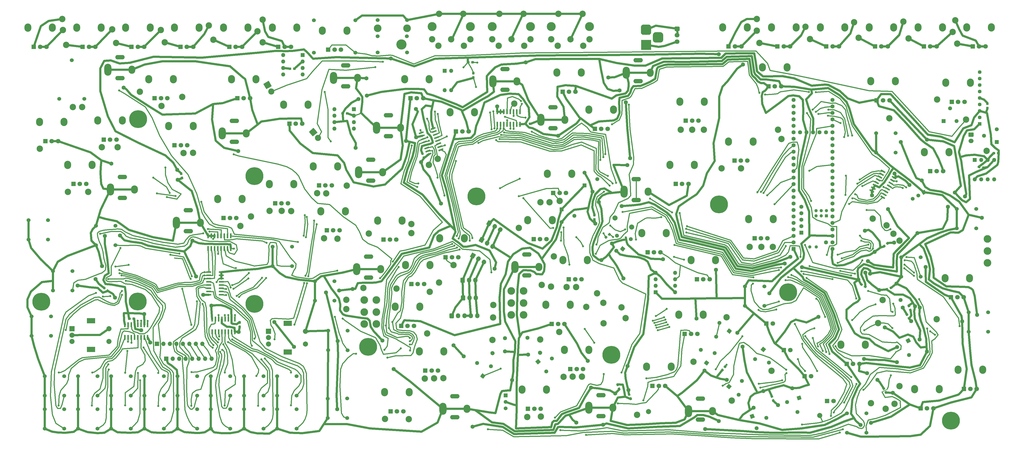
<source format=gbr>
G04 #@! TF.GenerationSoftware,KiCad,Pcbnew,(5.1.2-1)-1*
G04 #@! TF.CreationDate,2022-11-16T18:05:27-05:00*
G04 #@! TF.ProjectId,DrumMachineControlBoard,4472756d-4d61-4636-9869-6e65436f6e74,rev?*
G04 #@! TF.SameCoordinates,Original*
G04 #@! TF.FileFunction,Copper,L1,Top*
G04 #@! TF.FilePolarity,Positive*
%FSLAX46Y46*%
G04 Gerber Fmt 4.6, Leading zero omitted, Abs format (unit mm)*
G04 Created by KiCad (PCBNEW (5.1.2-1)-1) date 2022-11-16 18:05:27*
%MOMM*%
%LPD*%
G04 APERTURE LIST*
%ADD10C,0.100000*%
%ADD11C,0.950000*%
%ADD12R,1.800000X1.800000*%
%ADD13C,1.800000*%
%ADD14O,2.720000X3.240000*%
%ADD15C,2.499360*%
%ADD16O,1.600000X1.600000*%
%ADD17R,1.600000X1.600000*%
%ADD18C,2.400000*%
%ADD19C,1.524000*%
%ADD20C,2.500000*%
%ADD21C,3.500000*%
%ADD22C,2.000000*%
%ADD23O,1.700000X1.700000*%
%ADD24R,1.700000X1.700000*%
%ADD25C,4.000000*%
%ADD26C,3.000000*%
%ADD27O,1.950000X1.700000*%
%ADD28C,1.700000*%
%ADD29R,4.000000X4.000000*%
%ADD30C,1.550000*%
%ADD31R,1.550000X1.550000*%
%ADD32O,2.000000X1.700000*%
%ADD33C,1.450000*%
%ADD34R,1.450000X1.450000*%
%ADD35O,1.700000X1.950000*%
%ADD36C,1.700000*%
%ADD37O,3.000000X3.000000*%
%ADD38C,0.600000*%
%ADD39C,0.800000*%
%ADD40C,7.000000*%
%ADD41C,1.500000*%
%ADD42R,1.500000X1.500000*%
%ADD43C,1.600000*%
%ADD44C,1.600000*%
%ADD45O,3.700000X1.700000*%
%ADD46O,2.700000X3.200000*%
%ADD47O,2.800000X4.700000*%
%ADD48R,2.000000X2.000000*%
%ADD49R,3.200000X2.000000*%
%ADD50C,1.300000*%
%ADD51R,1.300000X1.300000*%
%ADD52C,0.406400*%
%ADD53C,0.812800*%
%ADD54C,0.250000*%
G04 APERTURE END LIST*
D10*
G36*
X121445779Y-18516144D02*
G01*
X121468834Y-18519563D01*
X121491443Y-18525227D01*
X121513387Y-18533079D01*
X121534457Y-18543044D01*
X121554448Y-18555026D01*
X121573168Y-18568910D01*
X121590438Y-18584562D01*
X121606090Y-18601832D01*
X121619974Y-18620552D01*
X121631956Y-18640543D01*
X121641921Y-18661613D01*
X121649773Y-18683557D01*
X121655437Y-18706166D01*
X121658856Y-18729221D01*
X121660000Y-18752500D01*
X121660000Y-19227500D01*
X121658856Y-19250779D01*
X121655437Y-19273834D01*
X121649773Y-19296443D01*
X121641921Y-19318387D01*
X121631956Y-19339457D01*
X121619974Y-19359448D01*
X121606090Y-19378168D01*
X121590438Y-19395438D01*
X121573168Y-19411090D01*
X121554448Y-19424974D01*
X121534457Y-19436956D01*
X121513387Y-19446921D01*
X121491443Y-19454773D01*
X121468834Y-19460437D01*
X121445779Y-19463856D01*
X121422500Y-19465000D01*
X120847500Y-19465000D01*
X120824221Y-19463856D01*
X120801166Y-19460437D01*
X120778557Y-19454773D01*
X120756613Y-19446921D01*
X120735543Y-19436956D01*
X120715552Y-19424974D01*
X120696832Y-19411090D01*
X120679562Y-19395438D01*
X120663910Y-19378168D01*
X120650026Y-19359448D01*
X120638044Y-19339457D01*
X120628079Y-19318387D01*
X120620227Y-19296443D01*
X120614563Y-19273834D01*
X120611144Y-19250779D01*
X120610000Y-19227500D01*
X120610000Y-18752500D01*
X120611144Y-18729221D01*
X120614563Y-18706166D01*
X120620227Y-18683557D01*
X120628079Y-18661613D01*
X120638044Y-18640543D01*
X120650026Y-18620552D01*
X120663910Y-18601832D01*
X120679562Y-18584562D01*
X120696832Y-18568910D01*
X120715552Y-18555026D01*
X120735543Y-18543044D01*
X120756613Y-18533079D01*
X120778557Y-18525227D01*
X120801166Y-18519563D01*
X120824221Y-18516144D01*
X120847500Y-18515000D01*
X121422500Y-18515000D01*
X121445779Y-18516144D01*
X121445779Y-18516144D01*
G37*
D11*
X121135000Y-18990000D03*
D10*
G36*
X119695779Y-18516144D02*
G01*
X119718834Y-18519563D01*
X119741443Y-18525227D01*
X119763387Y-18533079D01*
X119784457Y-18543044D01*
X119804448Y-18555026D01*
X119823168Y-18568910D01*
X119840438Y-18584562D01*
X119856090Y-18601832D01*
X119869974Y-18620552D01*
X119881956Y-18640543D01*
X119891921Y-18661613D01*
X119899773Y-18683557D01*
X119905437Y-18706166D01*
X119908856Y-18729221D01*
X119910000Y-18752500D01*
X119910000Y-19227500D01*
X119908856Y-19250779D01*
X119905437Y-19273834D01*
X119899773Y-19296443D01*
X119891921Y-19318387D01*
X119881956Y-19339457D01*
X119869974Y-19359448D01*
X119856090Y-19378168D01*
X119840438Y-19395438D01*
X119823168Y-19411090D01*
X119804448Y-19424974D01*
X119784457Y-19436956D01*
X119763387Y-19446921D01*
X119741443Y-19454773D01*
X119718834Y-19460437D01*
X119695779Y-19463856D01*
X119672500Y-19465000D01*
X119097500Y-19465000D01*
X119074221Y-19463856D01*
X119051166Y-19460437D01*
X119028557Y-19454773D01*
X119006613Y-19446921D01*
X118985543Y-19436956D01*
X118965552Y-19424974D01*
X118946832Y-19411090D01*
X118929562Y-19395438D01*
X118913910Y-19378168D01*
X118900026Y-19359448D01*
X118888044Y-19339457D01*
X118878079Y-19318387D01*
X118870227Y-19296443D01*
X118864563Y-19273834D01*
X118861144Y-19250779D01*
X118860000Y-19227500D01*
X118860000Y-18752500D01*
X118861144Y-18729221D01*
X118864563Y-18706166D01*
X118870227Y-18683557D01*
X118878079Y-18661613D01*
X118888044Y-18640543D01*
X118900026Y-18620552D01*
X118913910Y-18601832D01*
X118929562Y-18584562D01*
X118946832Y-18568910D01*
X118965552Y-18555026D01*
X118985543Y-18543044D01*
X119006613Y-18533079D01*
X119028557Y-18525227D01*
X119051166Y-18519563D01*
X119074221Y-18516144D01*
X119097500Y-18515000D01*
X119672500Y-18515000D01*
X119695779Y-18516144D01*
X119695779Y-18516144D01*
G37*
D11*
X119385000Y-18990000D03*
D10*
G36*
X142125779Y-36046144D02*
G01*
X142148834Y-36049563D01*
X142171443Y-36055227D01*
X142193387Y-36063079D01*
X142214457Y-36073044D01*
X142234448Y-36085026D01*
X142253168Y-36098910D01*
X142270438Y-36114562D01*
X142286090Y-36131832D01*
X142299974Y-36150552D01*
X142311956Y-36170543D01*
X142321921Y-36191613D01*
X142329773Y-36213557D01*
X142335437Y-36236166D01*
X142338856Y-36259221D01*
X142340000Y-36282500D01*
X142340000Y-36757500D01*
X142338856Y-36780779D01*
X142335437Y-36803834D01*
X142329773Y-36826443D01*
X142321921Y-36848387D01*
X142311956Y-36869457D01*
X142299974Y-36889448D01*
X142286090Y-36908168D01*
X142270438Y-36925438D01*
X142253168Y-36941090D01*
X142234448Y-36954974D01*
X142214457Y-36966956D01*
X142193387Y-36976921D01*
X142171443Y-36984773D01*
X142148834Y-36990437D01*
X142125779Y-36993856D01*
X142102500Y-36995000D01*
X141527500Y-36995000D01*
X141504221Y-36993856D01*
X141481166Y-36990437D01*
X141458557Y-36984773D01*
X141436613Y-36976921D01*
X141415543Y-36966956D01*
X141395552Y-36954974D01*
X141376832Y-36941090D01*
X141359562Y-36925438D01*
X141343910Y-36908168D01*
X141330026Y-36889448D01*
X141318044Y-36869457D01*
X141308079Y-36848387D01*
X141300227Y-36826443D01*
X141294563Y-36803834D01*
X141291144Y-36780779D01*
X141290000Y-36757500D01*
X141290000Y-36282500D01*
X141291144Y-36259221D01*
X141294563Y-36236166D01*
X141300227Y-36213557D01*
X141308079Y-36191613D01*
X141318044Y-36170543D01*
X141330026Y-36150552D01*
X141343910Y-36131832D01*
X141359562Y-36114562D01*
X141376832Y-36098910D01*
X141395552Y-36085026D01*
X141415543Y-36073044D01*
X141436613Y-36063079D01*
X141458557Y-36055227D01*
X141481166Y-36049563D01*
X141504221Y-36046144D01*
X141527500Y-36045000D01*
X142102500Y-36045000D01*
X142125779Y-36046144D01*
X142125779Y-36046144D01*
G37*
D11*
X141815000Y-36520000D03*
D10*
G36*
X140375779Y-36046144D02*
G01*
X140398834Y-36049563D01*
X140421443Y-36055227D01*
X140443387Y-36063079D01*
X140464457Y-36073044D01*
X140484448Y-36085026D01*
X140503168Y-36098910D01*
X140520438Y-36114562D01*
X140536090Y-36131832D01*
X140549974Y-36150552D01*
X140561956Y-36170543D01*
X140571921Y-36191613D01*
X140579773Y-36213557D01*
X140585437Y-36236166D01*
X140588856Y-36259221D01*
X140590000Y-36282500D01*
X140590000Y-36757500D01*
X140588856Y-36780779D01*
X140585437Y-36803834D01*
X140579773Y-36826443D01*
X140571921Y-36848387D01*
X140561956Y-36869457D01*
X140549974Y-36889448D01*
X140536090Y-36908168D01*
X140520438Y-36925438D01*
X140503168Y-36941090D01*
X140484448Y-36954974D01*
X140464457Y-36966956D01*
X140443387Y-36976921D01*
X140421443Y-36984773D01*
X140398834Y-36990437D01*
X140375779Y-36993856D01*
X140352500Y-36995000D01*
X139777500Y-36995000D01*
X139754221Y-36993856D01*
X139731166Y-36990437D01*
X139708557Y-36984773D01*
X139686613Y-36976921D01*
X139665543Y-36966956D01*
X139645552Y-36954974D01*
X139626832Y-36941090D01*
X139609562Y-36925438D01*
X139593910Y-36908168D01*
X139580026Y-36889448D01*
X139568044Y-36869457D01*
X139558079Y-36848387D01*
X139550227Y-36826443D01*
X139544563Y-36803834D01*
X139541144Y-36780779D01*
X139540000Y-36757500D01*
X139540000Y-36282500D01*
X139541144Y-36259221D01*
X139544563Y-36236166D01*
X139550227Y-36213557D01*
X139558079Y-36191613D01*
X139568044Y-36170543D01*
X139580026Y-36150552D01*
X139593910Y-36131832D01*
X139609562Y-36114562D01*
X139626832Y-36098910D01*
X139645552Y-36085026D01*
X139665543Y-36073044D01*
X139686613Y-36063079D01*
X139708557Y-36055227D01*
X139731166Y-36049563D01*
X139754221Y-36046144D01*
X139777500Y-36045000D01*
X140352500Y-36045000D01*
X140375779Y-36046144D01*
X140375779Y-36046144D01*
G37*
D11*
X140065000Y-36520000D03*
D12*
X301380000Y-85520000D03*
D13*
X303880000Y-85520000D03*
X306380000Y-85520000D03*
D14*
X308680000Y-78020000D03*
X299080000Y-78020000D03*
D12*
X274400000Y-39400000D03*
D13*
X276900000Y-39400000D03*
X279400000Y-39400000D03*
D14*
X281700000Y-31900000D03*
X272100000Y-31900000D03*
D15*
X308560000Y-88940000D03*
X304010000Y-88940000D03*
X299460000Y-88940000D03*
X281520000Y-42940000D03*
X276970000Y-42940000D03*
X272420000Y-42940000D03*
D16*
X136850000Y-34890000D03*
X144470000Y-42510000D03*
X136850000Y-37430000D03*
X144470000Y-39970000D03*
X136850000Y-39970000D03*
X144470000Y-37430000D03*
X136850000Y-42510000D03*
D17*
X144470000Y-34890000D03*
D16*
X116780000Y-13650000D03*
X124400000Y-21270000D03*
X116780000Y-16190000D03*
X124400000Y-18730000D03*
X116780000Y-18730000D03*
X124400000Y-16190000D03*
X116780000Y-21270000D03*
D17*
X124400000Y-13650000D03*
D12*
X134400000Y-11530000D03*
D13*
X136900000Y-11530000D03*
X139400000Y-11530000D03*
D14*
X141700000Y-4030000D03*
X132100000Y-4030000D03*
D18*
X130372065Y-46128047D03*
X128494483Y-43890431D03*
D10*
G36*
X126803885Y-43742523D02*
G01*
X128642391Y-42199833D01*
X130185081Y-44038339D01*
X128346575Y-45581029D01*
X126803885Y-43742523D01*
X126803885Y-43742523D01*
G37*
D18*
X112077595Y-27916267D03*
X110617095Y-25386607D03*
D10*
G36*
X108977865Y-24947377D02*
G01*
X111056325Y-23747377D01*
X112256325Y-25825837D01*
X110177865Y-27025837D01*
X108977865Y-24947377D01*
X108977865Y-24947377D01*
G37*
D19*
X38870000Y-30850000D03*
X33970000Y-15650000D03*
X29070000Y-30850000D03*
D20*
X234000000Y2520000D03*
X224510000Y2520000D03*
D21*
X236750000Y-2480000D03*
X221750000Y-2480000D03*
D20*
X234250000Y-9980000D03*
X224250000Y-9980000D03*
X236750000Y-7480000D03*
X221750000Y-7480000D03*
X229250000Y-7480000D03*
X210900000Y2540000D03*
X201410000Y2540000D03*
D21*
X213650000Y-2460000D03*
X198650000Y-2460000D03*
D20*
X211150000Y-9960000D03*
X201150000Y-9960000D03*
X213650000Y-7460000D03*
X198650000Y-7460000D03*
X206150000Y-7460000D03*
X187310000Y2510000D03*
X177820000Y2510000D03*
D21*
X190060000Y-2490000D03*
X175060000Y-2490000D03*
D20*
X187560000Y-9990000D03*
X177560000Y-9990000D03*
X190060000Y-7490000D03*
X175060000Y-7490000D03*
X182560000Y-7490000D03*
D10*
G36*
X191235779Y-15996144D02*
G01*
X191258834Y-15999563D01*
X191281443Y-16005227D01*
X191303387Y-16013079D01*
X191324457Y-16023044D01*
X191344448Y-16035026D01*
X191363168Y-16048910D01*
X191380438Y-16064562D01*
X191396090Y-16081832D01*
X191409974Y-16100552D01*
X191421956Y-16120543D01*
X191431921Y-16141613D01*
X191439773Y-16163557D01*
X191445437Y-16186166D01*
X191448856Y-16209221D01*
X191450000Y-16232500D01*
X191450000Y-16707500D01*
X191448856Y-16730779D01*
X191445437Y-16753834D01*
X191439773Y-16776443D01*
X191431921Y-16798387D01*
X191421956Y-16819457D01*
X191409974Y-16839448D01*
X191396090Y-16858168D01*
X191380438Y-16875438D01*
X191363168Y-16891090D01*
X191344448Y-16904974D01*
X191324457Y-16916956D01*
X191303387Y-16926921D01*
X191281443Y-16934773D01*
X191258834Y-16940437D01*
X191235779Y-16943856D01*
X191212500Y-16945000D01*
X190637500Y-16945000D01*
X190614221Y-16943856D01*
X190591166Y-16940437D01*
X190568557Y-16934773D01*
X190546613Y-16926921D01*
X190525543Y-16916956D01*
X190505552Y-16904974D01*
X190486832Y-16891090D01*
X190469562Y-16875438D01*
X190453910Y-16858168D01*
X190440026Y-16839448D01*
X190428044Y-16819457D01*
X190418079Y-16798387D01*
X190410227Y-16776443D01*
X190404563Y-16753834D01*
X190401144Y-16730779D01*
X190400000Y-16707500D01*
X190400000Y-16232500D01*
X190401144Y-16209221D01*
X190404563Y-16186166D01*
X190410227Y-16163557D01*
X190418079Y-16141613D01*
X190428044Y-16120543D01*
X190440026Y-16100552D01*
X190453910Y-16081832D01*
X190469562Y-16064562D01*
X190486832Y-16048910D01*
X190505552Y-16035026D01*
X190525543Y-16023044D01*
X190546613Y-16013079D01*
X190568557Y-16005227D01*
X190591166Y-15999563D01*
X190614221Y-15996144D01*
X190637500Y-15995000D01*
X191212500Y-15995000D01*
X191235779Y-15996144D01*
X191235779Y-15996144D01*
G37*
D11*
X190925000Y-16470000D03*
D10*
G36*
X189485779Y-15996144D02*
G01*
X189508834Y-15999563D01*
X189531443Y-16005227D01*
X189553387Y-16013079D01*
X189574457Y-16023044D01*
X189594448Y-16035026D01*
X189613168Y-16048910D01*
X189630438Y-16064562D01*
X189646090Y-16081832D01*
X189659974Y-16100552D01*
X189671956Y-16120543D01*
X189681921Y-16141613D01*
X189689773Y-16163557D01*
X189695437Y-16186166D01*
X189698856Y-16209221D01*
X189700000Y-16232500D01*
X189700000Y-16707500D01*
X189698856Y-16730779D01*
X189695437Y-16753834D01*
X189689773Y-16776443D01*
X189681921Y-16798387D01*
X189671956Y-16819457D01*
X189659974Y-16839448D01*
X189646090Y-16858168D01*
X189630438Y-16875438D01*
X189613168Y-16891090D01*
X189594448Y-16904974D01*
X189574457Y-16916956D01*
X189553387Y-16926921D01*
X189531443Y-16934773D01*
X189508834Y-16940437D01*
X189485779Y-16943856D01*
X189462500Y-16945000D01*
X188887500Y-16945000D01*
X188864221Y-16943856D01*
X188841166Y-16940437D01*
X188818557Y-16934773D01*
X188796613Y-16926921D01*
X188775543Y-16916956D01*
X188755552Y-16904974D01*
X188736832Y-16891090D01*
X188719562Y-16875438D01*
X188703910Y-16858168D01*
X188690026Y-16839448D01*
X188678044Y-16819457D01*
X188668079Y-16798387D01*
X188660227Y-16776443D01*
X188654563Y-16753834D01*
X188651144Y-16730779D01*
X188650000Y-16707500D01*
X188650000Y-16232500D01*
X188651144Y-16209221D01*
X188654563Y-16186166D01*
X188660227Y-16163557D01*
X188668079Y-16141613D01*
X188678044Y-16120543D01*
X188690026Y-16100552D01*
X188703910Y-16081832D01*
X188719562Y-16064562D01*
X188736832Y-16048910D01*
X188755552Y-16035026D01*
X188775543Y-16023044D01*
X188796613Y-16013079D01*
X188818557Y-16005227D01*
X188841166Y-15999563D01*
X188864221Y-15996144D01*
X188887500Y-15995000D01*
X189462500Y-15995000D01*
X189485779Y-15996144D01*
X189485779Y-15996144D01*
G37*
D11*
X189175000Y-16470000D03*
D10*
G36*
X392840779Y-32171144D02*
G01*
X392863834Y-32174563D01*
X392886443Y-32180227D01*
X392908387Y-32188079D01*
X392929457Y-32198044D01*
X392949448Y-32210026D01*
X392968168Y-32223910D01*
X392985438Y-32239562D01*
X393001090Y-32256832D01*
X393014974Y-32275552D01*
X393026956Y-32295543D01*
X393036921Y-32316613D01*
X393044773Y-32338557D01*
X393050437Y-32361166D01*
X393053856Y-32384221D01*
X393055000Y-32407500D01*
X393055000Y-32982500D01*
X393053856Y-33005779D01*
X393050437Y-33028834D01*
X393044773Y-33051443D01*
X393036921Y-33073387D01*
X393026956Y-33094457D01*
X393014974Y-33114448D01*
X393001090Y-33133168D01*
X392985438Y-33150438D01*
X392968168Y-33166090D01*
X392949448Y-33179974D01*
X392929457Y-33191956D01*
X392908387Y-33201921D01*
X392886443Y-33209773D01*
X392863834Y-33215437D01*
X392840779Y-33218856D01*
X392817500Y-33220000D01*
X392342500Y-33220000D01*
X392319221Y-33218856D01*
X392296166Y-33215437D01*
X392273557Y-33209773D01*
X392251613Y-33201921D01*
X392230543Y-33191956D01*
X392210552Y-33179974D01*
X392191832Y-33166090D01*
X392174562Y-33150438D01*
X392158910Y-33133168D01*
X392145026Y-33114448D01*
X392133044Y-33094457D01*
X392123079Y-33073387D01*
X392115227Y-33051443D01*
X392109563Y-33028834D01*
X392106144Y-33005779D01*
X392105000Y-32982500D01*
X392105000Y-32407500D01*
X392106144Y-32384221D01*
X392109563Y-32361166D01*
X392115227Y-32338557D01*
X392123079Y-32316613D01*
X392133044Y-32295543D01*
X392145026Y-32275552D01*
X392158910Y-32256832D01*
X392174562Y-32239562D01*
X392191832Y-32223910D01*
X392210552Y-32210026D01*
X392230543Y-32198044D01*
X392251613Y-32188079D01*
X392273557Y-32180227D01*
X392296166Y-32174563D01*
X392319221Y-32171144D01*
X392342500Y-32170000D01*
X392817500Y-32170000D01*
X392840779Y-32171144D01*
X392840779Y-32171144D01*
G37*
D11*
X392580000Y-32695000D03*
D10*
G36*
X392840779Y-33921144D02*
G01*
X392863834Y-33924563D01*
X392886443Y-33930227D01*
X392908387Y-33938079D01*
X392929457Y-33948044D01*
X392949448Y-33960026D01*
X392968168Y-33973910D01*
X392985438Y-33989562D01*
X393001090Y-34006832D01*
X393014974Y-34025552D01*
X393026956Y-34045543D01*
X393036921Y-34066613D01*
X393044773Y-34088557D01*
X393050437Y-34111166D01*
X393053856Y-34134221D01*
X393055000Y-34157500D01*
X393055000Y-34732500D01*
X393053856Y-34755779D01*
X393050437Y-34778834D01*
X393044773Y-34801443D01*
X393036921Y-34823387D01*
X393026956Y-34844457D01*
X393014974Y-34864448D01*
X393001090Y-34883168D01*
X392985438Y-34900438D01*
X392968168Y-34916090D01*
X392949448Y-34929974D01*
X392929457Y-34941956D01*
X392908387Y-34951921D01*
X392886443Y-34959773D01*
X392863834Y-34965437D01*
X392840779Y-34968856D01*
X392817500Y-34970000D01*
X392342500Y-34970000D01*
X392319221Y-34968856D01*
X392296166Y-34965437D01*
X392273557Y-34959773D01*
X392251613Y-34951921D01*
X392230543Y-34941956D01*
X392210552Y-34929974D01*
X392191832Y-34916090D01*
X392174562Y-34900438D01*
X392158910Y-34883168D01*
X392145026Y-34864448D01*
X392133044Y-34844457D01*
X392123079Y-34823387D01*
X392115227Y-34801443D01*
X392109563Y-34778834D01*
X392106144Y-34755779D01*
X392105000Y-34732500D01*
X392105000Y-34157500D01*
X392106144Y-34134221D01*
X392109563Y-34111166D01*
X392115227Y-34088557D01*
X392123079Y-34066613D01*
X392133044Y-34045543D01*
X392145026Y-34025552D01*
X392158910Y-34006832D01*
X392174562Y-33989562D01*
X392191832Y-33973910D01*
X392210552Y-33960026D01*
X392230543Y-33948044D01*
X392251613Y-33938079D01*
X392273557Y-33930227D01*
X392296166Y-33924563D01*
X392319221Y-33921144D01*
X392342500Y-33920000D01*
X392817500Y-33920000D01*
X392840779Y-33921144D01*
X392840779Y-33921144D01*
G37*
D11*
X392580000Y-34445000D03*
D10*
G36*
X395390779Y-51666146D02*
G01*
X395413834Y-51669565D01*
X395436443Y-51675229D01*
X395458387Y-51683081D01*
X395479457Y-51693046D01*
X395499448Y-51705028D01*
X395518168Y-51718912D01*
X395535438Y-51734564D01*
X395551090Y-51751834D01*
X395564974Y-51770554D01*
X395576956Y-51790545D01*
X395586921Y-51811615D01*
X395594773Y-51833559D01*
X395600437Y-51856168D01*
X395603856Y-51879223D01*
X395605000Y-51902502D01*
X395605000Y-52377502D01*
X395603856Y-52400781D01*
X395600437Y-52423836D01*
X395594773Y-52446445D01*
X395586921Y-52468389D01*
X395576956Y-52489459D01*
X395564974Y-52509450D01*
X395551090Y-52528170D01*
X395535438Y-52545440D01*
X395518168Y-52561092D01*
X395499448Y-52574976D01*
X395479457Y-52586958D01*
X395458387Y-52596923D01*
X395436443Y-52604775D01*
X395413834Y-52610439D01*
X395390779Y-52613858D01*
X395367500Y-52615002D01*
X394792500Y-52615002D01*
X394769221Y-52613858D01*
X394746166Y-52610439D01*
X394723557Y-52604775D01*
X394701613Y-52596923D01*
X394680543Y-52586958D01*
X394660552Y-52574976D01*
X394641832Y-52561092D01*
X394624562Y-52545440D01*
X394608910Y-52528170D01*
X394595026Y-52509450D01*
X394583044Y-52489459D01*
X394573079Y-52468389D01*
X394565227Y-52446445D01*
X394559563Y-52423836D01*
X394556144Y-52400781D01*
X394555000Y-52377502D01*
X394555000Y-51902502D01*
X394556144Y-51879223D01*
X394559563Y-51856168D01*
X394565227Y-51833559D01*
X394573079Y-51811615D01*
X394583044Y-51790545D01*
X394595026Y-51770554D01*
X394608910Y-51751834D01*
X394624562Y-51734564D01*
X394641832Y-51718912D01*
X394660552Y-51705028D01*
X394680543Y-51693046D01*
X394701613Y-51683081D01*
X394723557Y-51675229D01*
X394746166Y-51669565D01*
X394769221Y-51666146D01*
X394792500Y-51665002D01*
X395367500Y-51665002D01*
X395390779Y-51666146D01*
X395390779Y-51666146D01*
G37*
D11*
X395080000Y-52140002D03*
D10*
G36*
X397140779Y-51666146D02*
G01*
X397163834Y-51669565D01*
X397186443Y-51675229D01*
X397208387Y-51683081D01*
X397229457Y-51693046D01*
X397249448Y-51705028D01*
X397268168Y-51718912D01*
X397285438Y-51734564D01*
X397301090Y-51751834D01*
X397314974Y-51770554D01*
X397326956Y-51790545D01*
X397336921Y-51811615D01*
X397344773Y-51833559D01*
X397350437Y-51856168D01*
X397353856Y-51879223D01*
X397355000Y-51902502D01*
X397355000Y-52377502D01*
X397353856Y-52400781D01*
X397350437Y-52423836D01*
X397344773Y-52446445D01*
X397336921Y-52468389D01*
X397326956Y-52489459D01*
X397314974Y-52509450D01*
X397301090Y-52528170D01*
X397285438Y-52545440D01*
X397268168Y-52561092D01*
X397249448Y-52574976D01*
X397229457Y-52586958D01*
X397208387Y-52596923D01*
X397186443Y-52604775D01*
X397163834Y-52610439D01*
X397140779Y-52613858D01*
X397117500Y-52615002D01*
X396542500Y-52615002D01*
X396519221Y-52613858D01*
X396496166Y-52610439D01*
X396473557Y-52604775D01*
X396451613Y-52596923D01*
X396430543Y-52586958D01*
X396410552Y-52574976D01*
X396391832Y-52561092D01*
X396374562Y-52545440D01*
X396358910Y-52528170D01*
X396345026Y-52509450D01*
X396333044Y-52489459D01*
X396323079Y-52468389D01*
X396315227Y-52446445D01*
X396309563Y-52423836D01*
X396306144Y-52400781D01*
X396305000Y-52377502D01*
X396305000Y-51902502D01*
X396306144Y-51879223D01*
X396309563Y-51856168D01*
X396315227Y-51833559D01*
X396323079Y-51811615D01*
X396333044Y-51790545D01*
X396345026Y-51770554D01*
X396358910Y-51751834D01*
X396374562Y-51734564D01*
X396391832Y-51718912D01*
X396410552Y-51705028D01*
X396430543Y-51693046D01*
X396451613Y-51683081D01*
X396473557Y-51675229D01*
X396496166Y-51669565D01*
X396519221Y-51666146D01*
X396542500Y-51665002D01*
X397117500Y-51665002D01*
X397140779Y-51666146D01*
X397140779Y-51666146D01*
G37*
D11*
X396830000Y-52140002D03*
D10*
G36*
X390807933Y-57311318D02*
G01*
X390831058Y-57314234D01*
X391397323Y-57414082D01*
X391420049Y-57419251D01*
X391442160Y-57426622D01*
X391463442Y-57436125D01*
X391483690Y-57447669D01*
X391502709Y-57461141D01*
X391520315Y-57476413D01*
X391536341Y-57493337D01*
X391550630Y-57511750D01*
X391563045Y-57531475D01*
X391573468Y-57552322D01*
X391581796Y-57574090D01*
X391587951Y-57596570D01*
X391591873Y-57619544D01*
X391593524Y-57642793D01*
X391592889Y-57666092D01*
X391589973Y-57689215D01*
X391507490Y-58156999D01*
X391502321Y-58179726D01*
X391494950Y-58201837D01*
X391485447Y-58223119D01*
X391473903Y-58243367D01*
X391460431Y-58262386D01*
X391445159Y-58279992D01*
X391428236Y-58296017D01*
X391409822Y-58310307D01*
X391390097Y-58322722D01*
X391369250Y-58333144D01*
X391347482Y-58341473D01*
X391325002Y-58347628D01*
X391302028Y-58351550D01*
X391278779Y-58353201D01*
X391255481Y-58352566D01*
X391232356Y-58349650D01*
X390666091Y-58249802D01*
X390643365Y-58244633D01*
X390621254Y-58237262D01*
X390599972Y-58227759D01*
X390579724Y-58216215D01*
X390560705Y-58202743D01*
X390543099Y-58187471D01*
X390527073Y-58170547D01*
X390512784Y-58152134D01*
X390500369Y-58132409D01*
X390489946Y-58111562D01*
X390481618Y-58089794D01*
X390475463Y-58067314D01*
X390471541Y-58044340D01*
X390469890Y-58021091D01*
X390470525Y-57997792D01*
X390473441Y-57974669D01*
X390555924Y-57506885D01*
X390561093Y-57484158D01*
X390568464Y-57462047D01*
X390577967Y-57440765D01*
X390589511Y-57420517D01*
X390602983Y-57401498D01*
X390618255Y-57383892D01*
X390635178Y-57367867D01*
X390653592Y-57353577D01*
X390673317Y-57341162D01*
X390694164Y-57330740D01*
X390715932Y-57322411D01*
X390738412Y-57316256D01*
X390761386Y-57312334D01*
X390784635Y-57310683D01*
X390807933Y-57311318D01*
X390807933Y-57311318D01*
G37*
D11*
X391031707Y-57831942D03*
D10*
G36*
X389084519Y-57007434D02*
G01*
X389107644Y-57010350D01*
X389673909Y-57110198D01*
X389696635Y-57115367D01*
X389718746Y-57122738D01*
X389740028Y-57132241D01*
X389760276Y-57143785D01*
X389779295Y-57157257D01*
X389796901Y-57172529D01*
X389812927Y-57189453D01*
X389827216Y-57207866D01*
X389839631Y-57227591D01*
X389850054Y-57248438D01*
X389858382Y-57270206D01*
X389864537Y-57292686D01*
X389868459Y-57315660D01*
X389870110Y-57338909D01*
X389869475Y-57362208D01*
X389866559Y-57385331D01*
X389784076Y-57853115D01*
X389778907Y-57875842D01*
X389771536Y-57897953D01*
X389762033Y-57919235D01*
X389750489Y-57939483D01*
X389737017Y-57958502D01*
X389721745Y-57976108D01*
X389704822Y-57992133D01*
X389686408Y-58006423D01*
X389666683Y-58018838D01*
X389645836Y-58029260D01*
X389624068Y-58037589D01*
X389601588Y-58043744D01*
X389578614Y-58047666D01*
X389555365Y-58049317D01*
X389532067Y-58048682D01*
X389508942Y-58045766D01*
X388942677Y-57945918D01*
X388919951Y-57940749D01*
X388897840Y-57933378D01*
X388876558Y-57923875D01*
X388856310Y-57912331D01*
X388837291Y-57898859D01*
X388819685Y-57883587D01*
X388803659Y-57866663D01*
X388789370Y-57848250D01*
X388776955Y-57828525D01*
X388766532Y-57807678D01*
X388758204Y-57785910D01*
X388752049Y-57763430D01*
X388748127Y-57740456D01*
X388746476Y-57717207D01*
X388747111Y-57693908D01*
X388750027Y-57670785D01*
X388832510Y-57203001D01*
X388837679Y-57180274D01*
X388845050Y-57158163D01*
X388854553Y-57136881D01*
X388866097Y-57116633D01*
X388879569Y-57097614D01*
X388894841Y-57080008D01*
X388911764Y-57063983D01*
X388930178Y-57049693D01*
X388949903Y-57037278D01*
X388970750Y-57026856D01*
X388992518Y-57018527D01*
X389014998Y-57012372D01*
X389037972Y-57008450D01*
X389061221Y-57006799D01*
X389084519Y-57007434D01*
X389084519Y-57007434D01*
G37*
D11*
X389308293Y-57528058D03*
D10*
G36*
X355024729Y-104384108D02*
G01*
X355047613Y-104388530D01*
X355069953Y-104395174D01*
X355091535Y-104403976D01*
X355112149Y-104414850D01*
X355131599Y-104427693D01*
X355149696Y-104442381D01*
X355166266Y-104458771D01*
X355181150Y-104476707D01*
X355194204Y-104496015D01*
X355205303Y-104516510D01*
X355214340Y-104537994D01*
X355376799Y-104984348D01*
X355383686Y-105006615D01*
X355388358Y-105029449D01*
X355390769Y-105052631D01*
X355390896Y-105075938D01*
X355388738Y-105099145D01*
X355384316Y-105122029D01*
X355377672Y-105144369D01*
X355368870Y-105165950D01*
X355357995Y-105186565D01*
X355345152Y-105206014D01*
X355330465Y-105224111D01*
X355314074Y-105240682D01*
X355296139Y-105255565D01*
X355276830Y-105268620D01*
X355256336Y-105279719D01*
X355234852Y-105288755D01*
X354694529Y-105485417D01*
X354672263Y-105492304D01*
X354649429Y-105496976D01*
X354626246Y-105499387D01*
X354602940Y-105499514D01*
X354579733Y-105497356D01*
X354556849Y-105492934D01*
X354534509Y-105486290D01*
X354512927Y-105477488D01*
X354492313Y-105466614D01*
X354472863Y-105453771D01*
X354454766Y-105439083D01*
X354438196Y-105422693D01*
X354423312Y-105404757D01*
X354410258Y-105385449D01*
X354399159Y-105364954D01*
X354390122Y-105343470D01*
X354227663Y-104897116D01*
X354220776Y-104874849D01*
X354216104Y-104852015D01*
X354213693Y-104828833D01*
X354213566Y-104805526D01*
X354215724Y-104782319D01*
X354220146Y-104759435D01*
X354226790Y-104737095D01*
X354235592Y-104715514D01*
X354246467Y-104694899D01*
X354259310Y-104675450D01*
X354273997Y-104657353D01*
X354290388Y-104640782D01*
X354308323Y-104625899D01*
X354327632Y-104612844D01*
X354348126Y-104601745D01*
X354369610Y-104592709D01*
X354909933Y-104396047D01*
X354932199Y-104389160D01*
X354955033Y-104384488D01*
X354978216Y-104382077D01*
X355001522Y-104381950D01*
X355024729Y-104384108D01*
X355024729Y-104384108D01*
G37*
D11*
X354802231Y-104940732D03*
D10*
G36*
X353380267Y-104982644D02*
G01*
X353403151Y-104987066D01*
X353425491Y-104993710D01*
X353447073Y-105002512D01*
X353467687Y-105013386D01*
X353487137Y-105026229D01*
X353505234Y-105040917D01*
X353521804Y-105057307D01*
X353536688Y-105075243D01*
X353549742Y-105094551D01*
X353560841Y-105115046D01*
X353569878Y-105136530D01*
X353732337Y-105582884D01*
X353739224Y-105605151D01*
X353743896Y-105627985D01*
X353746307Y-105651167D01*
X353746434Y-105674474D01*
X353744276Y-105697681D01*
X353739854Y-105720565D01*
X353733210Y-105742905D01*
X353724408Y-105764486D01*
X353713533Y-105785101D01*
X353700690Y-105804550D01*
X353686003Y-105822647D01*
X353669612Y-105839218D01*
X353651677Y-105854101D01*
X353632368Y-105867156D01*
X353611874Y-105878255D01*
X353590390Y-105887291D01*
X353050067Y-106083953D01*
X353027801Y-106090840D01*
X353004967Y-106095512D01*
X352981784Y-106097923D01*
X352958478Y-106098050D01*
X352935271Y-106095892D01*
X352912387Y-106091470D01*
X352890047Y-106084826D01*
X352868465Y-106076024D01*
X352847851Y-106065150D01*
X352828401Y-106052307D01*
X352810304Y-106037619D01*
X352793734Y-106021229D01*
X352778850Y-106003293D01*
X352765796Y-105983985D01*
X352754697Y-105963490D01*
X352745660Y-105942006D01*
X352583201Y-105495652D01*
X352576314Y-105473385D01*
X352571642Y-105450551D01*
X352569231Y-105427369D01*
X352569104Y-105404062D01*
X352571262Y-105380855D01*
X352575684Y-105357971D01*
X352582328Y-105335631D01*
X352591130Y-105314050D01*
X352602005Y-105293435D01*
X352614848Y-105273986D01*
X352629535Y-105255889D01*
X352645926Y-105239318D01*
X352663861Y-105224435D01*
X352683170Y-105211380D01*
X352703664Y-105200281D01*
X352725148Y-105191245D01*
X353265471Y-104994583D01*
X353287737Y-104987696D01*
X353310571Y-104983024D01*
X353333754Y-104980613D01*
X353357060Y-104980486D01*
X353380267Y-104982644D01*
X353380267Y-104982644D01*
G37*
D11*
X353157769Y-105539268D03*
D10*
G36*
X343102996Y-103047601D02*
G01*
X343125927Y-103051773D01*
X343148338Y-103058173D01*
X343170014Y-103066739D01*
X343190746Y-103077388D01*
X343688710Y-103364888D01*
X343708299Y-103377518D01*
X343726555Y-103392007D01*
X343743303Y-103408216D01*
X343758381Y-103425988D01*
X343771646Y-103445153D01*
X343782967Y-103465526D01*
X343792238Y-103486910D01*
X343799367Y-103509100D01*
X343804288Y-103531881D01*
X343806952Y-103555036D01*
X343807333Y-103578340D01*
X343805428Y-103601569D01*
X343801256Y-103624500D01*
X343794856Y-103646911D01*
X343786290Y-103668587D01*
X343775641Y-103689319D01*
X343538141Y-104100681D01*
X343525511Y-104120269D01*
X343511022Y-104138526D01*
X343494813Y-104155274D01*
X343477041Y-104170352D01*
X343457876Y-104183617D01*
X343437504Y-104194938D01*
X343416119Y-104204209D01*
X343393930Y-104211338D01*
X343371148Y-104216259D01*
X343347993Y-104218922D01*
X343324689Y-104219304D01*
X343301460Y-104217399D01*
X343278529Y-104213227D01*
X343256118Y-104206827D01*
X343234442Y-104198261D01*
X343213710Y-104187612D01*
X342715746Y-103900112D01*
X342696157Y-103887482D01*
X342677901Y-103872993D01*
X342661153Y-103856784D01*
X342646075Y-103839012D01*
X342632810Y-103819847D01*
X342621489Y-103799474D01*
X342612218Y-103778090D01*
X342605089Y-103755900D01*
X342600168Y-103733119D01*
X342597504Y-103709964D01*
X342597123Y-103686660D01*
X342599028Y-103663431D01*
X342603200Y-103640500D01*
X342609600Y-103618089D01*
X342618166Y-103596413D01*
X342628815Y-103575681D01*
X342866315Y-103164319D01*
X342878945Y-103144731D01*
X342893434Y-103126474D01*
X342909643Y-103109726D01*
X342927415Y-103094648D01*
X342946580Y-103081383D01*
X342966952Y-103070062D01*
X342988337Y-103060791D01*
X343010526Y-103053662D01*
X343033308Y-103048741D01*
X343056463Y-103046078D01*
X343079767Y-103045696D01*
X343102996Y-103047601D01*
X343102996Y-103047601D01*
G37*
D11*
X343202228Y-103632500D03*
D10*
G36*
X344618540Y-103922601D02*
G01*
X344641471Y-103926773D01*
X344663882Y-103933173D01*
X344685558Y-103941739D01*
X344706290Y-103952388D01*
X345204254Y-104239888D01*
X345223843Y-104252518D01*
X345242099Y-104267007D01*
X345258847Y-104283216D01*
X345273925Y-104300988D01*
X345287190Y-104320153D01*
X345298511Y-104340526D01*
X345307782Y-104361910D01*
X345314911Y-104384100D01*
X345319832Y-104406881D01*
X345322496Y-104430036D01*
X345322877Y-104453340D01*
X345320972Y-104476569D01*
X345316800Y-104499500D01*
X345310400Y-104521911D01*
X345301834Y-104543587D01*
X345291185Y-104564319D01*
X345053685Y-104975681D01*
X345041055Y-104995269D01*
X345026566Y-105013526D01*
X345010357Y-105030274D01*
X344992585Y-105045352D01*
X344973420Y-105058617D01*
X344953048Y-105069938D01*
X344931663Y-105079209D01*
X344909474Y-105086338D01*
X344886692Y-105091259D01*
X344863537Y-105093922D01*
X344840233Y-105094304D01*
X344817004Y-105092399D01*
X344794073Y-105088227D01*
X344771662Y-105081827D01*
X344749986Y-105073261D01*
X344729254Y-105062612D01*
X344231290Y-104775112D01*
X344211701Y-104762482D01*
X344193445Y-104747993D01*
X344176697Y-104731784D01*
X344161619Y-104714012D01*
X344148354Y-104694847D01*
X344137033Y-104674474D01*
X344127762Y-104653090D01*
X344120633Y-104630900D01*
X344115712Y-104608119D01*
X344113048Y-104584964D01*
X344112667Y-104561660D01*
X344114572Y-104538431D01*
X344118744Y-104515500D01*
X344125144Y-104493089D01*
X344133710Y-104471413D01*
X344144359Y-104450681D01*
X344381859Y-104039319D01*
X344394489Y-104019731D01*
X344408978Y-104001474D01*
X344425187Y-103984726D01*
X344442959Y-103969648D01*
X344462124Y-103956383D01*
X344482496Y-103945062D01*
X344503881Y-103935791D01*
X344526070Y-103928662D01*
X344548852Y-103923741D01*
X344572007Y-103921078D01*
X344595311Y-103920696D01*
X344618540Y-103922601D01*
X344618540Y-103922601D01*
G37*
D11*
X344717772Y-104507500D03*
D10*
G36*
X362557681Y-113085724D02*
G01*
X362580565Y-113090146D01*
X362602905Y-113096790D01*
X362624486Y-113105592D01*
X362645101Y-113116467D01*
X362664550Y-113129310D01*
X362682647Y-113143997D01*
X362699218Y-113160388D01*
X362714101Y-113178323D01*
X362727156Y-113197632D01*
X362738255Y-113218126D01*
X362747291Y-113239610D01*
X362943953Y-113779933D01*
X362950840Y-113802199D01*
X362955512Y-113825033D01*
X362957923Y-113848216D01*
X362958050Y-113871522D01*
X362955892Y-113894729D01*
X362951470Y-113917613D01*
X362944826Y-113939953D01*
X362936024Y-113961535D01*
X362925150Y-113982149D01*
X362912307Y-114001599D01*
X362897619Y-114019696D01*
X362881229Y-114036266D01*
X362863293Y-114051150D01*
X362843985Y-114064204D01*
X362823490Y-114075303D01*
X362802006Y-114084340D01*
X362355652Y-114246799D01*
X362333385Y-114253686D01*
X362310551Y-114258358D01*
X362287369Y-114260769D01*
X362264062Y-114260896D01*
X362240855Y-114258738D01*
X362217971Y-114254316D01*
X362195631Y-114247672D01*
X362174050Y-114238870D01*
X362153435Y-114227995D01*
X362133986Y-114215152D01*
X362115889Y-114200465D01*
X362099318Y-114184074D01*
X362084435Y-114166139D01*
X362071380Y-114146830D01*
X362060281Y-114126336D01*
X362051245Y-114104852D01*
X361854583Y-113564529D01*
X361847696Y-113542263D01*
X361843024Y-113519429D01*
X361840613Y-113496246D01*
X361840486Y-113472940D01*
X361842644Y-113449733D01*
X361847066Y-113426849D01*
X361853710Y-113404509D01*
X361862512Y-113382927D01*
X361873386Y-113362313D01*
X361886229Y-113342863D01*
X361900917Y-113324766D01*
X361917307Y-113308196D01*
X361935243Y-113293312D01*
X361954551Y-113280258D01*
X361975046Y-113269159D01*
X361996530Y-113260122D01*
X362442884Y-113097663D01*
X362465151Y-113090776D01*
X362487985Y-113086104D01*
X362511167Y-113083693D01*
X362534474Y-113083566D01*
X362557681Y-113085724D01*
X362557681Y-113085724D01*
G37*
D11*
X362399268Y-113672231D03*
D10*
G36*
X361959145Y-111441262D02*
G01*
X361982029Y-111445684D01*
X362004369Y-111452328D01*
X362025950Y-111461130D01*
X362046565Y-111472005D01*
X362066014Y-111484848D01*
X362084111Y-111499535D01*
X362100682Y-111515926D01*
X362115565Y-111533861D01*
X362128620Y-111553170D01*
X362139719Y-111573664D01*
X362148755Y-111595148D01*
X362345417Y-112135471D01*
X362352304Y-112157737D01*
X362356976Y-112180571D01*
X362359387Y-112203754D01*
X362359514Y-112227060D01*
X362357356Y-112250267D01*
X362352934Y-112273151D01*
X362346290Y-112295491D01*
X362337488Y-112317073D01*
X362326614Y-112337687D01*
X362313771Y-112357137D01*
X362299083Y-112375234D01*
X362282693Y-112391804D01*
X362264757Y-112406688D01*
X362245449Y-112419742D01*
X362224954Y-112430841D01*
X362203470Y-112439878D01*
X361757116Y-112602337D01*
X361734849Y-112609224D01*
X361712015Y-112613896D01*
X361688833Y-112616307D01*
X361665526Y-112616434D01*
X361642319Y-112614276D01*
X361619435Y-112609854D01*
X361597095Y-112603210D01*
X361575514Y-112594408D01*
X361554899Y-112583533D01*
X361535450Y-112570690D01*
X361517353Y-112556003D01*
X361500782Y-112539612D01*
X361485899Y-112521677D01*
X361472844Y-112502368D01*
X361461745Y-112481874D01*
X361452709Y-112460390D01*
X361256047Y-111920067D01*
X361249160Y-111897801D01*
X361244488Y-111874967D01*
X361242077Y-111851784D01*
X361241950Y-111828478D01*
X361244108Y-111805271D01*
X361248530Y-111782387D01*
X361255174Y-111760047D01*
X361263976Y-111738465D01*
X361274850Y-111717851D01*
X361287693Y-111698401D01*
X361302381Y-111680304D01*
X361318771Y-111663734D01*
X361336707Y-111648850D01*
X361356015Y-111635796D01*
X361376510Y-111624697D01*
X361397994Y-111615660D01*
X361844348Y-111453201D01*
X361866615Y-111446314D01*
X361889449Y-111441642D01*
X361912631Y-111439231D01*
X361935938Y-111439104D01*
X361959145Y-111441262D01*
X361959145Y-111441262D01*
G37*
D11*
X361800732Y-112027769D03*
D10*
G36*
X361092643Y-114799465D02*
G01*
X361115798Y-114802128D01*
X361138580Y-114807049D01*
X361160769Y-114814178D01*
X361182154Y-114823449D01*
X361202526Y-114834770D01*
X361221691Y-114848035D01*
X361239463Y-114863113D01*
X361255672Y-114879861D01*
X361270161Y-114898118D01*
X361282791Y-114917706D01*
X361570291Y-115415670D01*
X361580940Y-115436402D01*
X361589506Y-115458078D01*
X361595906Y-115480489D01*
X361600078Y-115503420D01*
X361601983Y-115526649D01*
X361601602Y-115549953D01*
X361598938Y-115573108D01*
X361594017Y-115595889D01*
X361586888Y-115618079D01*
X361577617Y-115639463D01*
X361566296Y-115659836D01*
X361553031Y-115679001D01*
X361537953Y-115696773D01*
X361521205Y-115712982D01*
X361502949Y-115727471D01*
X361483360Y-115740101D01*
X361071998Y-115977601D01*
X361051266Y-115988250D01*
X361029590Y-115996816D01*
X361007179Y-116003216D01*
X360984248Y-116007388D01*
X360961019Y-116009293D01*
X360937715Y-116008911D01*
X360914560Y-116006248D01*
X360891778Y-116001327D01*
X360869589Y-115994198D01*
X360848204Y-115984927D01*
X360827832Y-115973606D01*
X360808667Y-115960341D01*
X360790895Y-115945263D01*
X360774686Y-115928515D01*
X360760197Y-115910258D01*
X360747567Y-115890670D01*
X360460067Y-115392706D01*
X360449418Y-115371974D01*
X360440852Y-115350298D01*
X360434452Y-115327887D01*
X360430280Y-115304956D01*
X360428375Y-115281727D01*
X360428756Y-115258423D01*
X360431420Y-115235268D01*
X360436341Y-115212487D01*
X360443470Y-115190297D01*
X360452741Y-115168913D01*
X360464062Y-115148540D01*
X360477327Y-115129375D01*
X360492405Y-115111603D01*
X360509153Y-115095394D01*
X360527409Y-115080905D01*
X360546998Y-115068275D01*
X360958360Y-114830775D01*
X360979092Y-114820126D01*
X361000768Y-114811560D01*
X361023179Y-114805160D01*
X361046110Y-114800988D01*
X361069339Y-114799083D01*
X361092643Y-114799465D01*
X361092643Y-114799465D01*
G37*
D11*
X361015179Y-115404188D03*
D10*
G36*
X361967643Y-116315009D02*
G01*
X361990798Y-116317672D01*
X362013580Y-116322593D01*
X362035769Y-116329722D01*
X362057154Y-116338993D01*
X362077526Y-116350314D01*
X362096691Y-116363579D01*
X362114463Y-116378657D01*
X362130672Y-116395405D01*
X362145161Y-116413662D01*
X362157791Y-116433250D01*
X362445291Y-116931214D01*
X362455940Y-116951946D01*
X362464506Y-116973622D01*
X362470906Y-116996033D01*
X362475078Y-117018964D01*
X362476983Y-117042193D01*
X362476602Y-117065497D01*
X362473938Y-117088652D01*
X362469017Y-117111433D01*
X362461888Y-117133623D01*
X362452617Y-117155007D01*
X362441296Y-117175380D01*
X362428031Y-117194545D01*
X362412953Y-117212317D01*
X362396205Y-117228526D01*
X362377949Y-117243015D01*
X362358360Y-117255645D01*
X361946998Y-117493145D01*
X361926266Y-117503794D01*
X361904590Y-117512360D01*
X361882179Y-117518760D01*
X361859248Y-117522932D01*
X361836019Y-117524837D01*
X361812715Y-117524455D01*
X361789560Y-117521792D01*
X361766778Y-117516871D01*
X361744589Y-117509742D01*
X361723204Y-117500471D01*
X361702832Y-117489150D01*
X361683667Y-117475885D01*
X361665895Y-117460807D01*
X361649686Y-117444059D01*
X361635197Y-117425802D01*
X361622567Y-117406214D01*
X361335067Y-116908250D01*
X361324418Y-116887518D01*
X361315852Y-116865842D01*
X361309452Y-116843431D01*
X361305280Y-116820500D01*
X361303375Y-116797271D01*
X361303756Y-116773967D01*
X361306420Y-116750812D01*
X361311341Y-116728031D01*
X361318470Y-116705841D01*
X361327741Y-116684457D01*
X361339062Y-116664084D01*
X361352327Y-116644919D01*
X361367405Y-116627147D01*
X361384153Y-116610938D01*
X361402409Y-116596449D01*
X361421998Y-116583819D01*
X361833360Y-116346319D01*
X361854092Y-116335670D01*
X361875768Y-116327104D01*
X361898179Y-116320704D01*
X361921110Y-116316532D01*
X361944339Y-116314627D01*
X361967643Y-116315009D01*
X361967643Y-116315009D01*
G37*
D11*
X361890179Y-116919732D03*
D10*
G36*
X308279145Y-146961262D02*
G01*
X308302029Y-146965684D01*
X308324369Y-146972328D01*
X308345950Y-146981130D01*
X308366565Y-146992005D01*
X308386014Y-147004848D01*
X308404111Y-147019535D01*
X308420682Y-147035926D01*
X308435565Y-147053861D01*
X308448620Y-147073170D01*
X308459719Y-147093664D01*
X308468755Y-147115148D01*
X308665417Y-147655471D01*
X308672304Y-147677737D01*
X308676976Y-147700571D01*
X308679387Y-147723754D01*
X308679514Y-147747060D01*
X308677356Y-147770267D01*
X308672934Y-147793151D01*
X308666290Y-147815491D01*
X308657488Y-147837073D01*
X308646614Y-147857687D01*
X308633771Y-147877137D01*
X308619083Y-147895234D01*
X308602693Y-147911804D01*
X308584757Y-147926688D01*
X308565449Y-147939742D01*
X308544954Y-147950841D01*
X308523470Y-147959878D01*
X308077116Y-148122337D01*
X308054849Y-148129224D01*
X308032015Y-148133896D01*
X308008833Y-148136307D01*
X307985526Y-148136434D01*
X307962319Y-148134276D01*
X307939435Y-148129854D01*
X307917095Y-148123210D01*
X307895514Y-148114408D01*
X307874899Y-148103533D01*
X307855450Y-148090690D01*
X307837353Y-148076003D01*
X307820782Y-148059612D01*
X307805899Y-148041677D01*
X307792844Y-148022368D01*
X307781745Y-148001874D01*
X307772709Y-147980390D01*
X307576047Y-147440067D01*
X307569160Y-147417801D01*
X307564488Y-147394967D01*
X307562077Y-147371784D01*
X307561950Y-147348478D01*
X307564108Y-147325271D01*
X307568530Y-147302387D01*
X307575174Y-147280047D01*
X307583976Y-147258465D01*
X307594850Y-147237851D01*
X307607693Y-147218401D01*
X307622381Y-147200304D01*
X307638771Y-147183734D01*
X307656707Y-147168850D01*
X307676015Y-147155796D01*
X307696510Y-147144697D01*
X307717994Y-147135660D01*
X308164348Y-146973201D01*
X308186615Y-146966314D01*
X308209449Y-146961642D01*
X308232631Y-146959231D01*
X308255938Y-146959104D01*
X308279145Y-146961262D01*
X308279145Y-146961262D01*
G37*
D11*
X308120732Y-147547769D03*
D10*
G36*
X308877681Y-148605724D02*
G01*
X308900565Y-148610146D01*
X308922905Y-148616790D01*
X308944486Y-148625592D01*
X308965101Y-148636467D01*
X308984550Y-148649310D01*
X309002647Y-148663997D01*
X309019218Y-148680388D01*
X309034101Y-148698323D01*
X309047156Y-148717632D01*
X309058255Y-148738126D01*
X309067291Y-148759610D01*
X309263953Y-149299933D01*
X309270840Y-149322199D01*
X309275512Y-149345033D01*
X309277923Y-149368216D01*
X309278050Y-149391522D01*
X309275892Y-149414729D01*
X309271470Y-149437613D01*
X309264826Y-149459953D01*
X309256024Y-149481535D01*
X309245150Y-149502149D01*
X309232307Y-149521599D01*
X309217619Y-149539696D01*
X309201229Y-149556266D01*
X309183293Y-149571150D01*
X309163985Y-149584204D01*
X309143490Y-149595303D01*
X309122006Y-149604340D01*
X308675652Y-149766799D01*
X308653385Y-149773686D01*
X308630551Y-149778358D01*
X308607369Y-149780769D01*
X308584062Y-149780896D01*
X308560855Y-149778738D01*
X308537971Y-149774316D01*
X308515631Y-149767672D01*
X308494050Y-149758870D01*
X308473435Y-149747995D01*
X308453986Y-149735152D01*
X308435889Y-149720465D01*
X308419318Y-149704074D01*
X308404435Y-149686139D01*
X308391380Y-149666830D01*
X308380281Y-149646336D01*
X308371245Y-149624852D01*
X308174583Y-149084529D01*
X308167696Y-149062263D01*
X308163024Y-149039429D01*
X308160613Y-149016246D01*
X308160486Y-148992940D01*
X308162644Y-148969733D01*
X308167066Y-148946849D01*
X308173710Y-148924509D01*
X308182512Y-148902927D01*
X308193386Y-148882313D01*
X308206229Y-148862863D01*
X308220917Y-148844766D01*
X308237307Y-148828196D01*
X308255243Y-148813312D01*
X308274551Y-148800258D01*
X308295046Y-148789159D01*
X308316530Y-148780122D01*
X308762884Y-148617663D01*
X308785151Y-148610776D01*
X308807985Y-148606104D01*
X308831167Y-148603693D01*
X308854474Y-148603566D01*
X308877681Y-148605724D01*
X308877681Y-148605724D01*
G37*
D11*
X308719268Y-149192231D03*
D10*
G36*
X288746283Y-136601301D02*
G01*
X288769299Y-136604972D01*
X288791845Y-136610881D01*
X288813702Y-136618972D01*
X288834662Y-136629166D01*
X288854521Y-136641366D01*
X288873089Y-136655453D01*
X289236960Y-136960777D01*
X289254058Y-136976617D01*
X289269521Y-136994056D01*
X289283200Y-137012927D01*
X289294963Y-137033048D01*
X289304698Y-137054225D01*
X289312310Y-137076254D01*
X289317726Y-137098923D01*
X289320894Y-137122014D01*
X289321784Y-137145304D01*
X289320386Y-137168569D01*
X289316715Y-137191585D01*
X289310806Y-137214131D01*
X289302715Y-137235988D01*
X289292521Y-137256948D01*
X289280321Y-137276807D01*
X289266234Y-137295375D01*
X288896631Y-137735851D01*
X288880791Y-137752949D01*
X288863352Y-137768412D01*
X288844481Y-137782091D01*
X288824360Y-137793854D01*
X288803184Y-137803589D01*
X288781154Y-137811201D01*
X288758485Y-137816617D01*
X288735395Y-137819785D01*
X288712104Y-137820675D01*
X288688839Y-137819277D01*
X288665823Y-137815606D01*
X288643277Y-137809697D01*
X288621420Y-137801606D01*
X288600460Y-137791412D01*
X288580601Y-137779212D01*
X288562033Y-137765125D01*
X288198162Y-137459801D01*
X288181064Y-137443961D01*
X288165601Y-137426522D01*
X288151922Y-137407651D01*
X288140159Y-137387530D01*
X288130424Y-137366353D01*
X288122812Y-137344324D01*
X288117396Y-137321655D01*
X288114228Y-137298564D01*
X288113338Y-137275274D01*
X288114736Y-137252009D01*
X288118407Y-137228993D01*
X288124316Y-137206447D01*
X288132407Y-137184590D01*
X288142601Y-137163630D01*
X288154801Y-137143771D01*
X288168888Y-137125203D01*
X288538491Y-136684727D01*
X288554331Y-136667629D01*
X288571770Y-136652166D01*
X288590641Y-136638487D01*
X288610762Y-136626724D01*
X288631938Y-136616989D01*
X288653968Y-136609377D01*
X288676637Y-136603961D01*
X288699727Y-136600793D01*
X288723018Y-136599903D01*
X288746283Y-136601301D01*
X288746283Y-136601301D01*
G37*
D11*
X288717561Y-137210289D03*
D10*
G36*
X289871161Y-135260723D02*
G01*
X289894177Y-135264394D01*
X289916723Y-135270303D01*
X289938580Y-135278394D01*
X289959540Y-135288588D01*
X289979399Y-135300788D01*
X289997967Y-135314875D01*
X290361838Y-135620199D01*
X290378936Y-135636039D01*
X290394399Y-135653478D01*
X290408078Y-135672349D01*
X290419841Y-135692470D01*
X290429576Y-135713647D01*
X290437188Y-135735676D01*
X290442604Y-135758345D01*
X290445772Y-135781436D01*
X290446662Y-135804726D01*
X290445264Y-135827991D01*
X290441593Y-135851007D01*
X290435684Y-135873553D01*
X290427593Y-135895410D01*
X290417399Y-135916370D01*
X290405199Y-135936229D01*
X290391112Y-135954797D01*
X290021509Y-136395273D01*
X290005669Y-136412371D01*
X289988230Y-136427834D01*
X289969359Y-136441513D01*
X289949238Y-136453276D01*
X289928062Y-136463011D01*
X289906032Y-136470623D01*
X289883363Y-136476039D01*
X289860273Y-136479207D01*
X289836982Y-136480097D01*
X289813717Y-136478699D01*
X289790701Y-136475028D01*
X289768155Y-136469119D01*
X289746298Y-136461028D01*
X289725338Y-136450834D01*
X289705479Y-136438634D01*
X289686911Y-136424547D01*
X289323040Y-136119223D01*
X289305942Y-136103383D01*
X289290479Y-136085944D01*
X289276800Y-136067073D01*
X289265037Y-136046952D01*
X289255302Y-136025775D01*
X289247690Y-136003746D01*
X289242274Y-135981077D01*
X289239106Y-135957986D01*
X289238216Y-135934696D01*
X289239614Y-135911431D01*
X289243285Y-135888415D01*
X289249194Y-135865869D01*
X289257285Y-135844012D01*
X289267479Y-135823052D01*
X289279679Y-135803193D01*
X289293766Y-135784625D01*
X289663369Y-135344149D01*
X289679209Y-135327051D01*
X289696648Y-135311588D01*
X289715519Y-135297909D01*
X289735640Y-135286146D01*
X289756816Y-135276411D01*
X289778846Y-135268799D01*
X289801515Y-135263383D01*
X289824605Y-135260215D01*
X289847896Y-135259325D01*
X289871161Y-135260723D01*
X289871161Y-135260723D01*
G37*
D11*
X289842439Y-135869711D03*
D10*
G36*
X238900779Y-77631144D02*
G01*
X238923834Y-77634563D01*
X238946443Y-77640227D01*
X238968387Y-77648079D01*
X238989457Y-77658044D01*
X239009448Y-77670026D01*
X239028168Y-77683910D01*
X239045438Y-77699562D01*
X239061090Y-77716832D01*
X239074974Y-77735552D01*
X239086956Y-77755543D01*
X239096921Y-77776613D01*
X239104773Y-77798557D01*
X239110437Y-77821166D01*
X239113856Y-77844221D01*
X239115000Y-77867500D01*
X239115000Y-78442500D01*
X239113856Y-78465779D01*
X239110437Y-78488834D01*
X239104773Y-78511443D01*
X239096921Y-78533387D01*
X239086956Y-78554457D01*
X239074974Y-78574448D01*
X239061090Y-78593168D01*
X239045438Y-78610438D01*
X239028168Y-78626090D01*
X239009448Y-78639974D01*
X238989457Y-78651956D01*
X238968387Y-78661921D01*
X238946443Y-78669773D01*
X238923834Y-78675437D01*
X238900779Y-78678856D01*
X238877500Y-78680000D01*
X238402500Y-78680000D01*
X238379221Y-78678856D01*
X238356166Y-78675437D01*
X238333557Y-78669773D01*
X238311613Y-78661921D01*
X238290543Y-78651956D01*
X238270552Y-78639974D01*
X238251832Y-78626090D01*
X238234562Y-78610438D01*
X238218910Y-78593168D01*
X238205026Y-78574448D01*
X238193044Y-78554457D01*
X238183079Y-78533387D01*
X238175227Y-78511443D01*
X238169563Y-78488834D01*
X238166144Y-78465779D01*
X238165000Y-78442500D01*
X238165000Y-77867500D01*
X238166144Y-77844221D01*
X238169563Y-77821166D01*
X238175227Y-77798557D01*
X238183079Y-77776613D01*
X238193044Y-77755543D01*
X238205026Y-77735552D01*
X238218910Y-77716832D01*
X238234562Y-77699562D01*
X238251832Y-77683910D01*
X238270552Y-77670026D01*
X238290543Y-77658044D01*
X238311613Y-77648079D01*
X238333557Y-77640227D01*
X238356166Y-77634563D01*
X238379221Y-77631144D01*
X238402500Y-77630000D01*
X238877500Y-77630000D01*
X238900779Y-77631144D01*
X238900779Y-77631144D01*
G37*
D11*
X238640000Y-78155000D03*
D10*
G36*
X238900779Y-75881144D02*
G01*
X238923834Y-75884563D01*
X238946443Y-75890227D01*
X238968387Y-75898079D01*
X238989457Y-75908044D01*
X239009448Y-75920026D01*
X239028168Y-75933910D01*
X239045438Y-75949562D01*
X239061090Y-75966832D01*
X239074974Y-75985552D01*
X239086956Y-76005543D01*
X239096921Y-76026613D01*
X239104773Y-76048557D01*
X239110437Y-76071166D01*
X239113856Y-76094221D01*
X239115000Y-76117500D01*
X239115000Y-76692500D01*
X239113856Y-76715779D01*
X239110437Y-76738834D01*
X239104773Y-76761443D01*
X239096921Y-76783387D01*
X239086956Y-76804457D01*
X239074974Y-76824448D01*
X239061090Y-76843168D01*
X239045438Y-76860438D01*
X239028168Y-76876090D01*
X239009448Y-76889974D01*
X238989457Y-76901956D01*
X238968387Y-76911921D01*
X238946443Y-76919773D01*
X238923834Y-76925437D01*
X238900779Y-76928856D01*
X238877500Y-76930000D01*
X238402500Y-76930000D01*
X238379221Y-76928856D01*
X238356166Y-76925437D01*
X238333557Y-76919773D01*
X238311613Y-76911921D01*
X238290543Y-76901956D01*
X238270552Y-76889974D01*
X238251832Y-76876090D01*
X238234562Y-76860438D01*
X238218910Y-76843168D01*
X238205026Y-76824448D01*
X238193044Y-76804457D01*
X238183079Y-76783387D01*
X238175227Y-76761443D01*
X238169563Y-76738834D01*
X238166144Y-76715779D01*
X238165000Y-76692500D01*
X238165000Y-76117500D01*
X238166144Y-76094221D01*
X238169563Y-76071166D01*
X238175227Y-76048557D01*
X238183079Y-76026613D01*
X238193044Y-76005543D01*
X238205026Y-75985552D01*
X238218910Y-75966832D01*
X238234562Y-75949562D01*
X238251832Y-75933910D01*
X238270552Y-75920026D01*
X238290543Y-75908044D01*
X238311613Y-75898079D01*
X238333557Y-75890227D01*
X238356166Y-75884563D01*
X238379221Y-75881144D01*
X238402500Y-75880000D01*
X238877500Y-75880000D01*
X238900779Y-75881144D01*
X238900779Y-75881144D01*
G37*
D11*
X238640000Y-76405000D03*
D10*
G36*
X243273179Y-84510248D02*
G01*
X243296269Y-84513416D01*
X243318938Y-84518832D01*
X243340968Y-84526444D01*
X243362144Y-84536179D01*
X243382265Y-84547942D01*
X243401136Y-84561621D01*
X243418575Y-84577084D01*
X243434415Y-84594182D01*
X243739739Y-84958053D01*
X243753826Y-84976621D01*
X243766026Y-84996480D01*
X243776220Y-85017440D01*
X243784311Y-85039297D01*
X243790220Y-85061843D01*
X243793891Y-85084859D01*
X243795289Y-85108124D01*
X243794399Y-85131414D01*
X243791231Y-85154505D01*
X243785815Y-85177174D01*
X243778203Y-85199203D01*
X243768468Y-85220380D01*
X243756705Y-85240501D01*
X243743026Y-85259372D01*
X243727563Y-85276811D01*
X243710465Y-85292651D01*
X243269989Y-85662254D01*
X243251421Y-85676341D01*
X243231562Y-85688541D01*
X243210602Y-85698735D01*
X243188745Y-85706826D01*
X243166199Y-85712735D01*
X243143183Y-85716406D01*
X243119918Y-85717804D01*
X243096627Y-85716914D01*
X243073537Y-85713746D01*
X243050868Y-85708330D01*
X243028838Y-85700718D01*
X243007662Y-85690983D01*
X242987541Y-85679220D01*
X242968670Y-85665541D01*
X242951231Y-85650078D01*
X242935391Y-85632980D01*
X242630067Y-85269109D01*
X242615980Y-85250541D01*
X242603780Y-85230682D01*
X242593586Y-85209722D01*
X242585495Y-85187865D01*
X242579586Y-85165319D01*
X242575915Y-85142303D01*
X242574517Y-85119038D01*
X242575407Y-85095748D01*
X242578575Y-85072657D01*
X242583991Y-85049988D01*
X242591603Y-85027959D01*
X242601338Y-85006782D01*
X242613101Y-84986661D01*
X242626780Y-84967790D01*
X242642243Y-84950351D01*
X242659341Y-84934511D01*
X243099817Y-84564908D01*
X243118385Y-84550821D01*
X243138244Y-84538621D01*
X243159204Y-84528427D01*
X243181061Y-84520336D01*
X243203607Y-84514427D01*
X243226623Y-84510756D01*
X243249888Y-84509358D01*
X243273179Y-84510248D01*
X243273179Y-84510248D01*
G37*
D11*
X243184903Y-85113581D03*
D10*
G36*
X244613757Y-83385370D02*
G01*
X244636847Y-83388538D01*
X244659516Y-83393954D01*
X244681546Y-83401566D01*
X244702722Y-83411301D01*
X244722843Y-83423064D01*
X244741714Y-83436743D01*
X244759153Y-83452206D01*
X244774993Y-83469304D01*
X245080317Y-83833175D01*
X245094404Y-83851743D01*
X245106604Y-83871602D01*
X245116798Y-83892562D01*
X245124889Y-83914419D01*
X245130798Y-83936965D01*
X245134469Y-83959981D01*
X245135867Y-83983246D01*
X245134977Y-84006536D01*
X245131809Y-84029627D01*
X245126393Y-84052296D01*
X245118781Y-84074325D01*
X245109046Y-84095502D01*
X245097283Y-84115623D01*
X245083604Y-84134494D01*
X245068141Y-84151933D01*
X245051043Y-84167773D01*
X244610567Y-84537376D01*
X244591999Y-84551463D01*
X244572140Y-84563663D01*
X244551180Y-84573857D01*
X244529323Y-84581948D01*
X244506777Y-84587857D01*
X244483761Y-84591528D01*
X244460496Y-84592926D01*
X244437205Y-84592036D01*
X244414115Y-84588868D01*
X244391446Y-84583452D01*
X244369416Y-84575840D01*
X244348240Y-84566105D01*
X244328119Y-84554342D01*
X244309248Y-84540663D01*
X244291809Y-84525200D01*
X244275969Y-84508102D01*
X243970645Y-84144231D01*
X243956558Y-84125663D01*
X243944358Y-84105804D01*
X243934164Y-84084844D01*
X243926073Y-84062987D01*
X243920164Y-84040441D01*
X243916493Y-84017425D01*
X243915095Y-83994160D01*
X243915985Y-83970870D01*
X243919153Y-83947779D01*
X243924569Y-83925110D01*
X243932181Y-83903081D01*
X243941916Y-83881904D01*
X243953679Y-83861783D01*
X243967358Y-83842912D01*
X243982821Y-83825473D01*
X243999919Y-83809633D01*
X244440395Y-83440030D01*
X244458963Y-83425943D01*
X244478822Y-83413743D01*
X244499782Y-83403549D01*
X244521639Y-83395458D01*
X244544185Y-83389549D01*
X244567201Y-83385878D01*
X244590466Y-83384480D01*
X244613757Y-83385370D01*
X244613757Y-83385370D01*
G37*
D11*
X244525481Y-83988703D03*
D10*
G36*
X248487681Y-144035724D02*
G01*
X248510565Y-144040146D01*
X248532905Y-144046790D01*
X248554486Y-144055592D01*
X248575101Y-144066467D01*
X248594550Y-144079310D01*
X248612647Y-144093997D01*
X248629218Y-144110388D01*
X248644101Y-144128323D01*
X248657156Y-144147632D01*
X248668255Y-144168126D01*
X248677291Y-144189610D01*
X248873953Y-144729933D01*
X248880840Y-144752199D01*
X248885512Y-144775033D01*
X248887923Y-144798216D01*
X248888050Y-144821522D01*
X248885892Y-144844729D01*
X248881470Y-144867613D01*
X248874826Y-144889953D01*
X248866024Y-144911535D01*
X248855150Y-144932149D01*
X248842307Y-144951599D01*
X248827619Y-144969696D01*
X248811229Y-144986266D01*
X248793293Y-145001150D01*
X248773985Y-145014204D01*
X248753490Y-145025303D01*
X248732006Y-145034340D01*
X248285652Y-145196799D01*
X248263385Y-145203686D01*
X248240551Y-145208358D01*
X248217369Y-145210769D01*
X248194062Y-145210896D01*
X248170855Y-145208738D01*
X248147971Y-145204316D01*
X248125631Y-145197672D01*
X248104050Y-145188870D01*
X248083435Y-145177995D01*
X248063986Y-145165152D01*
X248045889Y-145150465D01*
X248029318Y-145134074D01*
X248014435Y-145116139D01*
X248001380Y-145096830D01*
X247990281Y-145076336D01*
X247981245Y-145054852D01*
X247784583Y-144514529D01*
X247777696Y-144492263D01*
X247773024Y-144469429D01*
X247770613Y-144446246D01*
X247770486Y-144422940D01*
X247772644Y-144399733D01*
X247777066Y-144376849D01*
X247783710Y-144354509D01*
X247792512Y-144332927D01*
X247803386Y-144312313D01*
X247816229Y-144292863D01*
X247830917Y-144274766D01*
X247847307Y-144258196D01*
X247865243Y-144243312D01*
X247884551Y-144230258D01*
X247905046Y-144219159D01*
X247926530Y-144210122D01*
X248372884Y-144047663D01*
X248395151Y-144040776D01*
X248417985Y-144036104D01*
X248441167Y-144033693D01*
X248464474Y-144033566D01*
X248487681Y-144035724D01*
X248487681Y-144035724D01*
G37*
D11*
X248329268Y-144622231D03*
D10*
G36*
X247889145Y-142391262D02*
G01*
X247912029Y-142395684D01*
X247934369Y-142402328D01*
X247955950Y-142411130D01*
X247976565Y-142422005D01*
X247996014Y-142434848D01*
X248014111Y-142449535D01*
X248030682Y-142465926D01*
X248045565Y-142483861D01*
X248058620Y-142503170D01*
X248069719Y-142523664D01*
X248078755Y-142545148D01*
X248275417Y-143085471D01*
X248282304Y-143107737D01*
X248286976Y-143130571D01*
X248289387Y-143153754D01*
X248289514Y-143177060D01*
X248287356Y-143200267D01*
X248282934Y-143223151D01*
X248276290Y-143245491D01*
X248267488Y-143267073D01*
X248256614Y-143287687D01*
X248243771Y-143307137D01*
X248229083Y-143325234D01*
X248212693Y-143341804D01*
X248194757Y-143356688D01*
X248175449Y-143369742D01*
X248154954Y-143380841D01*
X248133470Y-143389878D01*
X247687116Y-143552337D01*
X247664849Y-143559224D01*
X247642015Y-143563896D01*
X247618833Y-143566307D01*
X247595526Y-143566434D01*
X247572319Y-143564276D01*
X247549435Y-143559854D01*
X247527095Y-143553210D01*
X247505514Y-143544408D01*
X247484899Y-143533533D01*
X247465450Y-143520690D01*
X247447353Y-143506003D01*
X247430782Y-143489612D01*
X247415899Y-143471677D01*
X247402844Y-143452368D01*
X247391745Y-143431874D01*
X247382709Y-143410390D01*
X247186047Y-142870067D01*
X247179160Y-142847801D01*
X247174488Y-142824967D01*
X247172077Y-142801784D01*
X247171950Y-142778478D01*
X247174108Y-142755271D01*
X247178530Y-142732387D01*
X247185174Y-142710047D01*
X247193976Y-142688465D01*
X247204850Y-142667851D01*
X247217693Y-142648401D01*
X247232381Y-142630304D01*
X247248771Y-142613734D01*
X247266707Y-142598850D01*
X247286015Y-142585796D01*
X247306510Y-142574697D01*
X247327994Y-142565660D01*
X247774348Y-142403201D01*
X247796615Y-142396314D01*
X247819449Y-142391642D01*
X247842631Y-142389231D01*
X247865938Y-142389104D01*
X247889145Y-142391262D01*
X247889145Y-142391262D01*
G37*
D11*
X247730732Y-142977769D03*
D10*
G36*
X252977681Y-147835724D02*
G01*
X253000565Y-147840146D01*
X253022905Y-147846790D01*
X253044486Y-147855592D01*
X253065101Y-147866467D01*
X253084550Y-147879310D01*
X253102647Y-147893997D01*
X253119218Y-147910388D01*
X253134101Y-147928323D01*
X253147156Y-147947632D01*
X253158255Y-147968126D01*
X253167291Y-147989610D01*
X253363953Y-148529933D01*
X253370840Y-148552199D01*
X253375512Y-148575033D01*
X253377923Y-148598216D01*
X253378050Y-148621522D01*
X253375892Y-148644729D01*
X253371470Y-148667613D01*
X253364826Y-148689953D01*
X253356024Y-148711535D01*
X253345150Y-148732149D01*
X253332307Y-148751599D01*
X253317619Y-148769696D01*
X253301229Y-148786266D01*
X253283293Y-148801150D01*
X253263985Y-148814204D01*
X253243490Y-148825303D01*
X253222006Y-148834340D01*
X252775652Y-148996799D01*
X252753385Y-149003686D01*
X252730551Y-149008358D01*
X252707369Y-149010769D01*
X252684062Y-149010896D01*
X252660855Y-149008738D01*
X252637971Y-149004316D01*
X252615631Y-148997672D01*
X252594050Y-148988870D01*
X252573435Y-148977995D01*
X252553986Y-148965152D01*
X252535889Y-148950465D01*
X252519318Y-148934074D01*
X252504435Y-148916139D01*
X252491380Y-148896830D01*
X252480281Y-148876336D01*
X252471245Y-148854852D01*
X252274583Y-148314529D01*
X252267696Y-148292263D01*
X252263024Y-148269429D01*
X252260613Y-148246246D01*
X252260486Y-148222940D01*
X252262644Y-148199733D01*
X252267066Y-148176849D01*
X252273710Y-148154509D01*
X252282512Y-148132927D01*
X252293386Y-148112313D01*
X252306229Y-148092863D01*
X252320917Y-148074766D01*
X252337307Y-148058196D01*
X252355243Y-148043312D01*
X252374551Y-148030258D01*
X252395046Y-148019159D01*
X252416530Y-148010122D01*
X252862884Y-147847663D01*
X252885151Y-147840776D01*
X252907985Y-147836104D01*
X252931167Y-147833693D01*
X252954474Y-147833566D01*
X252977681Y-147835724D01*
X252977681Y-147835724D01*
G37*
D11*
X252819268Y-148422231D03*
D10*
G36*
X252379145Y-146191262D02*
G01*
X252402029Y-146195684D01*
X252424369Y-146202328D01*
X252445950Y-146211130D01*
X252466565Y-146222005D01*
X252486014Y-146234848D01*
X252504111Y-146249535D01*
X252520682Y-146265926D01*
X252535565Y-146283861D01*
X252548620Y-146303170D01*
X252559719Y-146323664D01*
X252568755Y-146345148D01*
X252765417Y-146885471D01*
X252772304Y-146907737D01*
X252776976Y-146930571D01*
X252779387Y-146953754D01*
X252779514Y-146977060D01*
X252777356Y-147000267D01*
X252772934Y-147023151D01*
X252766290Y-147045491D01*
X252757488Y-147067073D01*
X252746614Y-147087687D01*
X252733771Y-147107137D01*
X252719083Y-147125234D01*
X252702693Y-147141804D01*
X252684757Y-147156688D01*
X252665449Y-147169742D01*
X252644954Y-147180841D01*
X252623470Y-147189878D01*
X252177116Y-147352337D01*
X252154849Y-147359224D01*
X252132015Y-147363896D01*
X252108833Y-147366307D01*
X252085526Y-147366434D01*
X252062319Y-147364276D01*
X252039435Y-147359854D01*
X252017095Y-147353210D01*
X251995514Y-147344408D01*
X251974899Y-147333533D01*
X251955450Y-147320690D01*
X251937353Y-147306003D01*
X251920782Y-147289612D01*
X251905899Y-147271677D01*
X251892844Y-147252368D01*
X251881745Y-147231874D01*
X251872709Y-147210390D01*
X251676047Y-146670067D01*
X251669160Y-146647801D01*
X251664488Y-146624967D01*
X251662077Y-146601784D01*
X251661950Y-146578478D01*
X251664108Y-146555271D01*
X251668530Y-146532387D01*
X251675174Y-146510047D01*
X251683976Y-146488465D01*
X251694850Y-146467851D01*
X251707693Y-146448401D01*
X251722381Y-146430304D01*
X251738771Y-146413734D01*
X251756707Y-146398850D01*
X251776015Y-146385796D01*
X251796510Y-146374697D01*
X251817994Y-146365660D01*
X252264348Y-146203201D01*
X252286615Y-146196314D01*
X252309449Y-146191642D01*
X252332631Y-146189231D01*
X252355938Y-146189104D01*
X252379145Y-146191262D01*
X252379145Y-146191262D01*
G37*
D11*
X252220732Y-146777769D03*
D10*
G36*
X213765779Y-40136144D02*
G01*
X213788834Y-40139563D01*
X213811443Y-40145227D01*
X213833387Y-40153079D01*
X213854457Y-40163044D01*
X213874448Y-40175026D01*
X213893168Y-40188910D01*
X213910438Y-40204562D01*
X213926090Y-40221832D01*
X213939974Y-40240552D01*
X213951956Y-40260543D01*
X213961921Y-40281613D01*
X213969773Y-40303557D01*
X213975437Y-40326166D01*
X213978856Y-40349221D01*
X213980000Y-40372500D01*
X213980000Y-40847500D01*
X213978856Y-40870779D01*
X213975437Y-40893834D01*
X213969773Y-40916443D01*
X213961921Y-40938387D01*
X213951956Y-40959457D01*
X213939974Y-40979448D01*
X213926090Y-40998168D01*
X213910438Y-41015438D01*
X213893168Y-41031090D01*
X213874448Y-41044974D01*
X213854457Y-41056956D01*
X213833387Y-41066921D01*
X213811443Y-41074773D01*
X213788834Y-41080437D01*
X213765779Y-41083856D01*
X213742500Y-41085000D01*
X213167500Y-41085000D01*
X213144221Y-41083856D01*
X213121166Y-41080437D01*
X213098557Y-41074773D01*
X213076613Y-41066921D01*
X213055543Y-41056956D01*
X213035552Y-41044974D01*
X213016832Y-41031090D01*
X212999562Y-41015438D01*
X212983910Y-40998168D01*
X212970026Y-40979448D01*
X212958044Y-40959457D01*
X212948079Y-40938387D01*
X212940227Y-40916443D01*
X212934563Y-40893834D01*
X212931144Y-40870779D01*
X212930000Y-40847500D01*
X212930000Y-40372500D01*
X212931144Y-40349221D01*
X212934563Y-40326166D01*
X212940227Y-40303557D01*
X212948079Y-40281613D01*
X212958044Y-40260543D01*
X212970026Y-40240552D01*
X212983910Y-40221832D01*
X212999562Y-40204562D01*
X213016832Y-40188910D01*
X213035552Y-40175026D01*
X213055543Y-40163044D01*
X213076613Y-40153079D01*
X213098557Y-40145227D01*
X213121166Y-40139563D01*
X213144221Y-40136144D01*
X213167500Y-40135000D01*
X213742500Y-40135000D01*
X213765779Y-40136144D01*
X213765779Y-40136144D01*
G37*
D11*
X213455000Y-40610000D03*
D10*
G36*
X212015779Y-40136144D02*
G01*
X212038834Y-40139563D01*
X212061443Y-40145227D01*
X212083387Y-40153079D01*
X212104457Y-40163044D01*
X212124448Y-40175026D01*
X212143168Y-40188910D01*
X212160438Y-40204562D01*
X212176090Y-40221832D01*
X212189974Y-40240552D01*
X212201956Y-40260543D01*
X212211921Y-40281613D01*
X212219773Y-40303557D01*
X212225437Y-40326166D01*
X212228856Y-40349221D01*
X212230000Y-40372500D01*
X212230000Y-40847500D01*
X212228856Y-40870779D01*
X212225437Y-40893834D01*
X212219773Y-40916443D01*
X212211921Y-40938387D01*
X212201956Y-40959457D01*
X212189974Y-40979448D01*
X212176090Y-40998168D01*
X212160438Y-41015438D01*
X212143168Y-41031090D01*
X212124448Y-41044974D01*
X212104457Y-41056956D01*
X212083387Y-41066921D01*
X212061443Y-41074773D01*
X212038834Y-41080437D01*
X212015779Y-41083856D01*
X211992500Y-41085000D01*
X211417500Y-41085000D01*
X211394221Y-41083856D01*
X211371166Y-41080437D01*
X211348557Y-41074773D01*
X211326613Y-41066921D01*
X211305543Y-41056956D01*
X211285552Y-41044974D01*
X211266832Y-41031090D01*
X211249562Y-41015438D01*
X211233910Y-40998168D01*
X211220026Y-40979448D01*
X211208044Y-40959457D01*
X211198079Y-40938387D01*
X211190227Y-40916443D01*
X211184563Y-40893834D01*
X211181144Y-40870779D01*
X211180000Y-40847500D01*
X211180000Y-40372500D01*
X211181144Y-40349221D01*
X211184563Y-40326166D01*
X211190227Y-40303557D01*
X211198079Y-40281613D01*
X211208044Y-40260543D01*
X211220026Y-40240552D01*
X211233910Y-40221832D01*
X211249562Y-40204562D01*
X211266832Y-40188910D01*
X211285552Y-40175026D01*
X211305543Y-40163044D01*
X211326613Y-40153079D01*
X211348557Y-40145227D01*
X211371166Y-40139563D01*
X211394221Y-40136144D01*
X211417500Y-40135000D01*
X211992500Y-40135000D01*
X212015779Y-40136144D01*
X212015779Y-40136144D01*
G37*
D11*
X211705000Y-40610000D03*
D10*
G36*
X46587991Y-104394736D02*
G01*
X46611007Y-104398407D01*
X46633553Y-104404316D01*
X46655410Y-104412407D01*
X46676370Y-104422601D01*
X46696229Y-104434801D01*
X46714797Y-104448888D01*
X47155273Y-104818491D01*
X47172371Y-104834331D01*
X47187834Y-104851770D01*
X47201513Y-104870641D01*
X47213276Y-104890762D01*
X47223011Y-104911938D01*
X47230623Y-104933968D01*
X47236039Y-104956637D01*
X47239207Y-104979727D01*
X47240097Y-105003018D01*
X47238699Y-105026283D01*
X47235028Y-105049299D01*
X47229119Y-105071845D01*
X47221028Y-105093702D01*
X47210834Y-105114662D01*
X47198634Y-105134521D01*
X47184547Y-105153089D01*
X46879223Y-105516960D01*
X46863383Y-105534058D01*
X46845944Y-105549521D01*
X46827073Y-105563200D01*
X46806952Y-105574963D01*
X46785775Y-105584698D01*
X46763746Y-105592310D01*
X46741077Y-105597726D01*
X46717986Y-105600894D01*
X46694696Y-105601784D01*
X46671431Y-105600386D01*
X46648415Y-105596715D01*
X46625869Y-105590806D01*
X46604012Y-105582715D01*
X46583052Y-105572521D01*
X46563193Y-105560321D01*
X46544625Y-105546234D01*
X46104149Y-105176631D01*
X46087051Y-105160791D01*
X46071588Y-105143352D01*
X46057909Y-105124481D01*
X46046146Y-105104360D01*
X46036411Y-105083184D01*
X46028799Y-105061154D01*
X46023383Y-105038485D01*
X46020215Y-105015395D01*
X46019325Y-104992104D01*
X46020723Y-104968839D01*
X46024394Y-104945823D01*
X46030303Y-104923277D01*
X46038394Y-104901420D01*
X46048588Y-104880460D01*
X46060788Y-104860601D01*
X46074875Y-104842033D01*
X46380199Y-104478162D01*
X46396039Y-104461064D01*
X46413478Y-104445601D01*
X46432349Y-104431922D01*
X46452470Y-104420159D01*
X46473647Y-104410424D01*
X46495676Y-104402812D01*
X46518345Y-104397396D01*
X46541436Y-104394228D01*
X46564726Y-104393338D01*
X46587991Y-104394736D01*
X46587991Y-104394736D01*
G37*
D11*
X46629711Y-104997561D03*
D10*
G36*
X47928569Y-105519614D02*
G01*
X47951585Y-105523285D01*
X47974131Y-105529194D01*
X47995988Y-105537285D01*
X48016948Y-105547479D01*
X48036807Y-105559679D01*
X48055375Y-105573766D01*
X48495851Y-105943369D01*
X48512949Y-105959209D01*
X48528412Y-105976648D01*
X48542091Y-105995519D01*
X48553854Y-106015640D01*
X48563589Y-106036816D01*
X48571201Y-106058846D01*
X48576617Y-106081515D01*
X48579785Y-106104605D01*
X48580675Y-106127896D01*
X48579277Y-106151161D01*
X48575606Y-106174177D01*
X48569697Y-106196723D01*
X48561606Y-106218580D01*
X48551412Y-106239540D01*
X48539212Y-106259399D01*
X48525125Y-106277967D01*
X48219801Y-106641838D01*
X48203961Y-106658936D01*
X48186522Y-106674399D01*
X48167651Y-106688078D01*
X48147530Y-106699841D01*
X48126353Y-106709576D01*
X48104324Y-106717188D01*
X48081655Y-106722604D01*
X48058564Y-106725772D01*
X48035274Y-106726662D01*
X48012009Y-106725264D01*
X47988993Y-106721593D01*
X47966447Y-106715684D01*
X47944590Y-106707593D01*
X47923630Y-106697399D01*
X47903771Y-106685199D01*
X47885203Y-106671112D01*
X47444727Y-106301509D01*
X47427629Y-106285669D01*
X47412166Y-106268230D01*
X47398487Y-106249359D01*
X47386724Y-106229238D01*
X47376989Y-106208062D01*
X47369377Y-106186032D01*
X47363961Y-106163363D01*
X47360793Y-106140273D01*
X47359903Y-106116982D01*
X47361301Y-106093717D01*
X47364972Y-106070701D01*
X47370881Y-106048155D01*
X47378972Y-106026298D01*
X47389166Y-106005338D01*
X47401366Y-105985479D01*
X47415453Y-105966911D01*
X47720777Y-105603040D01*
X47736617Y-105585942D01*
X47754056Y-105570479D01*
X47772927Y-105556800D01*
X47793048Y-105545037D01*
X47814225Y-105535302D01*
X47836254Y-105527690D01*
X47858923Y-105522274D01*
X47882014Y-105519106D01*
X47905304Y-105518216D01*
X47928569Y-105519614D01*
X47928569Y-105519614D01*
G37*
D11*
X47970289Y-106122439D03*
D10*
G36*
X352029964Y-143837505D02*
G01*
X352053119Y-143840168D01*
X352075901Y-143845089D01*
X352098090Y-143852218D01*
X352119475Y-143861489D01*
X352139847Y-143872810D01*
X352159012Y-143886075D01*
X352176784Y-143901153D01*
X352192993Y-143917901D01*
X352207482Y-143936158D01*
X352220112Y-143955746D01*
X352507612Y-144453710D01*
X352518261Y-144474442D01*
X352526827Y-144496118D01*
X352533227Y-144518529D01*
X352537399Y-144541460D01*
X352539304Y-144564689D01*
X352538923Y-144587993D01*
X352536259Y-144611148D01*
X352531338Y-144633929D01*
X352524209Y-144656119D01*
X352514938Y-144677503D01*
X352503617Y-144697876D01*
X352490352Y-144717041D01*
X352475274Y-144734813D01*
X352458526Y-144751022D01*
X352440270Y-144765511D01*
X352420681Y-144778141D01*
X352009319Y-145015641D01*
X351988587Y-145026290D01*
X351966911Y-145034856D01*
X351944500Y-145041256D01*
X351921569Y-145045428D01*
X351898340Y-145047333D01*
X351875036Y-145046951D01*
X351851881Y-145044288D01*
X351829099Y-145039367D01*
X351806910Y-145032238D01*
X351785525Y-145022967D01*
X351765153Y-145011646D01*
X351745988Y-144998381D01*
X351728216Y-144983303D01*
X351712007Y-144966555D01*
X351697518Y-144948298D01*
X351684888Y-144928710D01*
X351397388Y-144430746D01*
X351386739Y-144410014D01*
X351378173Y-144388338D01*
X351371773Y-144365927D01*
X351367601Y-144342996D01*
X351365696Y-144319767D01*
X351366077Y-144296463D01*
X351368741Y-144273308D01*
X351373662Y-144250527D01*
X351380791Y-144228337D01*
X351390062Y-144206953D01*
X351401383Y-144186580D01*
X351414648Y-144167415D01*
X351429726Y-144149643D01*
X351446474Y-144133434D01*
X351464730Y-144118945D01*
X351484319Y-144106315D01*
X351895681Y-143868815D01*
X351916413Y-143858166D01*
X351938089Y-143849600D01*
X351960500Y-143843200D01*
X351983431Y-143839028D01*
X352006660Y-143837123D01*
X352029964Y-143837505D01*
X352029964Y-143837505D01*
G37*
D11*
X351952500Y-144442228D03*
D10*
G36*
X352904964Y-145353049D02*
G01*
X352928119Y-145355712D01*
X352950901Y-145360633D01*
X352973090Y-145367762D01*
X352994475Y-145377033D01*
X353014847Y-145388354D01*
X353034012Y-145401619D01*
X353051784Y-145416697D01*
X353067993Y-145433445D01*
X353082482Y-145451702D01*
X353095112Y-145471290D01*
X353382612Y-145969254D01*
X353393261Y-145989986D01*
X353401827Y-146011662D01*
X353408227Y-146034073D01*
X353412399Y-146057004D01*
X353414304Y-146080233D01*
X353413923Y-146103537D01*
X353411259Y-146126692D01*
X353406338Y-146149473D01*
X353399209Y-146171663D01*
X353389938Y-146193047D01*
X353378617Y-146213420D01*
X353365352Y-146232585D01*
X353350274Y-146250357D01*
X353333526Y-146266566D01*
X353315270Y-146281055D01*
X353295681Y-146293685D01*
X352884319Y-146531185D01*
X352863587Y-146541834D01*
X352841911Y-146550400D01*
X352819500Y-146556800D01*
X352796569Y-146560972D01*
X352773340Y-146562877D01*
X352750036Y-146562495D01*
X352726881Y-146559832D01*
X352704099Y-146554911D01*
X352681910Y-146547782D01*
X352660525Y-146538511D01*
X352640153Y-146527190D01*
X352620988Y-146513925D01*
X352603216Y-146498847D01*
X352587007Y-146482099D01*
X352572518Y-146463842D01*
X352559888Y-146444254D01*
X352272388Y-145946290D01*
X352261739Y-145925558D01*
X352253173Y-145903882D01*
X352246773Y-145881471D01*
X352242601Y-145858540D01*
X352240696Y-145835311D01*
X352241077Y-145812007D01*
X352243741Y-145788852D01*
X352248662Y-145766071D01*
X352255791Y-145743881D01*
X352265062Y-145722497D01*
X352276383Y-145702124D01*
X352289648Y-145682959D01*
X352304726Y-145665187D01*
X352321474Y-145648978D01*
X352339730Y-145634489D01*
X352359319Y-145621859D01*
X352770681Y-145384359D01*
X352791413Y-145373710D01*
X352813089Y-145365144D01*
X352835500Y-145358744D01*
X352858431Y-145354572D01*
X352881660Y-145352667D01*
X352904964Y-145353049D01*
X352904964Y-145353049D01*
G37*
D11*
X352827500Y-145957772D03*
D10*
G36*
X353543368Y-86883083D02*
G01*
X353566458Y-86886251D01*
X353589127Y-86891667D01*
X353611157Y-86899279D01*
X353632333Y-86909014D01*
X353652454Y-86920777D01*
X353671325Y-86934456D01*
X353688764Y-86949919D01*
X353704604Y-86967017D01*
X354009928Y-87330888D01*
X354024015Y-87349456D01*
X354036215Y-87369315D01*
X354046409Y-87390275D01*
X354054500Y-87412132D01*
X354060409Y-87434678D01*
X354064080Y-87457694D01*
X354065478Y-87480959D01*
X354064588Y-87504249D01*
X354061420Y-87527340D01*
X354056004Y-87550009D01*
X354048392Y-87572038D01*
X354038657Y-87593215D01*
X354026894Y-87613336D01*
X354013215Y-87632207D01*
X353997752Y-87649646D01*
X353980654Y-87665486D01*
X353540178Y-88035089D01*
X353521610Y-88049176D01*
X353501751Y-88061376D01*
X353480791Y-88071570D01*
X353458934Y-88079661D01*
X353436388Y-88085570D01*
X353413372Y-88089241D01*
X353390107Y-88090639D01*
X353366816Y-88089749D01*
X353343726Y-88086581D01*
X353321057Y-88081165D01*
X353299027Y-88073553D01*
X353277851Y-88063818D01*
X353257730Y-88052055D01*
X353238859Y-88038376D01*
X353221420Y-88022913D01*
X353205580Y-88005815D01*
X352900256Y-87641944D01*
X352886169Y-87623376D01*
X352873969Y-87603517D01*
X352863775Y-87582557D01*
X352855684Y-87560700D01*
X352849775Y-87538154D01*
X352846104Y-87515138D01*
X352844706Y-87491873D01*
X352845596Y-87468583D01*
X352848764Y-87445492D01*
X352854180Y-87422823D01*
X352861792Y-87400794D01*
X352871527Y-87379617D01*
X352883290Y-87359496D01*
X352896969Y-87340625D01*
X352912432Y-87323186D01*
X352929530Y-87307346D01*
X353370006Y-86937743D01*
X353388574Y-86923656D01*
X353408433Y-86911456D01*
X353429393Y-86901262D01*
X353451250Y-86893171D01*
X353473796Y-86887262D01*
X353496812Y-86883591D01*
X353520077Y-86882193D01*
X353543368Y-86883083D01*
X353543368Y-86883083D01*
G37*
D11*
X353455092Y-87486416D03*
D10*
G36*
X352202790Y-88007961D02*
G01*
X352225880Y-88011129D01*
X352248549Y-88016545D01*
X352270579Y-88024157D01*
X352291755Y-88033892D01*
X352311876Y-88045655D01*
X352330747Y-88059334D01*
X352348186Y-88074797D01*
X352364026Y-88091895D01*
X352669350Y-88455766D01*
X352683437Y-88474334D01*
X352695637Y-88494193D01*
X352705831Y-88515153D01*
X352713922Y-88537010D01*
X352719831Y-88559556D01*
X352723502Y-88582572D01*
X352724900Y-88605837D01*
X352724010Y-88629127D01*
X352720842Y-88652218D01*
X352715426Y-88674887D01*
X352707814Y-88696916D01*
X352698079Y-88718093D01*
X352686316Y-88738214D01*
X352672637Y-88757085D01*
X352657174Y-88774524D01*
X352640076Y-88790364D01*
X352199600Y-89159967D01*
X352181032Y-89174054D01*
X352161173Y-89186254D01*
X352140213Y-89196448D01*
X352118356Y-89204539D01*
X352095810Y-89210448D01*
X352072794Y-89214119D01*
X352049529Y-89215517D01*
X352026238Y-89214627D01*
X352003148Y-89211459D01*
X351980479Y-89206043D01*
X351958449Y-89198431D01*
X351937273Y-89188696D01*
X351917152Y-89176933D01*
X351898281Y-89163254D01*
X351880842Y-89147791D01*
X351865002Y-89130693D01*
X351559678Y-88766822D01*
X351545591Y-88748254D01*
X351533391Y-88728395D01*
X351523197Y-88707435D01*
X351515106Y-88685578D01*
X351509197Y-88663032D01*
X351505526Y-88640016D01*
X351504128Y-88616751D01*
X351505018Y-88593461D01*
X351508186Y-88570370D01*
X351513602Y-88547701D01*
X351521214Y-88525672D01*
X351530949Y-88504495D01*
X351542712Y-88484374D01*
X351556391Y-88465503D01*
X351571854Y-88448064D01*
X351588952Y-88432224D01*
X352029428Y-88062621D01*
X352047996Y-88048534D01*
X352067855Y-88036334D01*
X352088815Y-88026140D01*
X352110672Y-88018049D01*
X352133218Y-88012140D01*
X352156234Y-88008469D01*
X352179499Y-88007071D01*
X352202790Y-88007961D01*
X352202790Y-88007961D01*
G37*
D11*
X352114514Y-88611294D03*
D10*
G36*
X171429145Y-51671262D02*
G01*
X171452029Y-51675684D01*
X171474369Y-51682328D01*
X171495950Y-51691130D01*
X171516565Y-51702005D01*
X171536014Y-51714848D01*
X171554111Y-51729535D01*
X171570682Y-51745926D01*
X171585565Y-51763861D01*
X171598620Y-51783170D01*
X171609719Y-51803664D01*
X171618755Y-51825148D01*
X171815417Y-52365471D01*
X171822304Y-52387737D01*
X171826976Y-52410571D01*
X171829387Y-52433754D01*
X171829514Y-52457060D01*
X171827356Y-52480267D01*
X171822934Y-52503151D01*
X171816290Y-52525491D01*
X171807488Y-52547073D01*
X171796614Y-52567687D01*
X171783771Y-52587137D01*
X171769083Y-52605234D01*
X171752693Y-52621804D01*
X171734757Y-52636688D01*
X171715449Y-52649742D01*
X171694954Y-52660841D01*
X171673470Y-52669878D01*
X171227116Y-52832337D01*
X171204849Y-52839224D01*
X171182015Y-52843896D01*
X171158833Y-52846307D01*
X171135526Y-52846434D01*
X171112319Y-52844276D01*
X171089435Y-52839854D01*
X171067095Y-52833210D01*
X171045514Y-52824408D01*
X171024899Y-52813533D01*
X171005450Y-52800690D01*
X170987353Y-52786003D01*
X170970782Y-52769612D01*
X170955899Y-52751677D01*
X170942844Y-52732368D01*
X170931745Y-52711874D01*
X170922709Y-52690390D01*
X170726047Y-52150067D01*
X170719160Y-52127801D01*
X170714488Y-52104967D01*
X170712077Y-52081784D01*
X170711950Y-52058478D01*
X170714108Y-52035271D01*
X170718530Y-52012387D01*
X170725174Y-51990047D01*
X170733976Y-51968465D01*
X170744850Y-51947851D01*
X170757693Y-51928401D01*
X170772381Y-51910304D01*
X170788771Y-51893734D01*
X170806707Y-51878850D01*
X170826015Y-51865796D01*
X170846510Y-51854697D01*
X170867994Y-51845660D01*
X171314348Y-51683201D01*
X171336615Y-51676314D01*
X171359449Y-51671642D01*
X171382631Y-51669231D01*
X171405938Y-51669104D01*
X171429145Y-51671262D01*
X171429145Y-51671262D01*
G37*
D11*
X171270732Y-52257769D03*
D10*
G36*
X172027681Y-53315724D02*
G01*
X172050565Y-53320146D01*
X172072905Y-53326790D01*
X172094486Y-53335592D01*
X172115101Y-53346467D01*
X172134550Y-53359310D01*
X172152647Y-53373997D01*
X172169218Y-53390388D01*
X172184101Y-53408323D01*
X172197156Y-53427632D01*
X172208255Y-53448126D01*
X172217291Y-53469610D01*
X172413953Y-54009933D01*
X172420840Y-54032199D01*
X172425512Y-54055033D01*
X172427923Y-54078216D01*
X172428050Y-54101522D01*
X172425892Y-54124729D01*
X172421470Y-54147613D01*
X172414826Y-54169953D01*
X172406024Y-54191535D01*
X172395150Y-54212149D01*
X172382307Y-54231599D01*
X172367619Y-54249696D01*
X172351229Y-54266266D01*
X172333293Y-54281150D01*
X172313985Y-54294204D01*
X172293490Y-54305303D01*
X172272006Y-54314340D01*
X171825652Y-54476799D01*
X171803385Y-54483686D01*
X171780551Y-54488358D01*
X171757369Y-54490769D01*
X171734062Y-54490896D01*
X171710855Y-54488738D01*
X171687971Y-54484316D01*
X171665631Y-54477672D01*
X171644050Y-54468870D01*
X171623435Y-54457995D01*
X171603986Y-54445152D01*
X171585889Y-54430465D01*
X171569318Y-54414074D01*
X171554435Y-54396139D01*
X171541380Y-54376830D01*
X171530281Y-54356336D01*
X171521245Y-54334852D01*
X171324583Y-53794529D01*
X171317696Y-53772263D01*
X171313024Y-53749429D01*
X171310613Y-53726246D01*
X171310486Y-53702940D01*
X171312644Y-53679733D01*
X171317066Y-53656849D01*
X171323710Y-53634509D01*
X171332512Y-53612927D01*
X171343386Y-53592313D01*
X171356229Y-53572863D01*
X171370917Y-53554766D01*
X171387307Y-53538196D01*
X171405243Y-53523312D01*
X171424551Y-53510258D01*
X171445046Y-53499159D01*
X171466530Y-53490122D01*
X171912884Y-53327663D01*
X171935151Y-53320776D01*
X171957985Y-53316104D01*
X171981167Y-53313693D01*
X172004474Y-53313566D01*
X172027681Y-53315724D01*
X172027681Y-53315724D01*
G37*
D11*
X171869268Y-53902231D03*
D10*
G36*
X77314340Y-61311541D02*
G01*
X77337314Y-61315463D01*
X77359794Y-61321618D01*
X77381562Y-61329947D01*
X77402409Y-61340369D01*
X77422134Y-61352784D01*
X77440548Y-61367074D01*
X77457471Y-61383099D01*
X77472743Y-61400705D01*
X77486215Y-61419724D01*
X77497759Y-61439972D01*
X77507262Y-61461254D01*
X77514633Y-61483365D01*
X77519802Y-61506091D01*
X77619650Y-62072356D01*
X77622566Y-62095480D01*
X77623201Y-62118779D01*
X77621550Y-62142028D01*
X77617628Y-62165002D01*
X77611473Y-62187482D01*
X77603145Y-62209250D01*
X77592722Y-62230097D01*
X77580307Y-62249822D01*
X77566018Y-62268235D01*
X77549992Y-62285159D01*
X77532386Y-62300431D01*
X77513367Y-62313903D01*
X77493119Y-62325447D01*
X77471837Y-62334950D01*
X77449726Y-62342321D01*
X77426999Y-62347490D01*
X76959215Y-62429973D01*
X76936091Y-62432889D01*
X76912793Y-62433524D01*
X76889544Y-62431873D01*
X76866570Y-62427951D01*
X76844090Y-62421796D01*
X76822322Y-62413467D01*
X76801475Y-62403045D01*
X76781750Y-62390630D01*
X76763336Y-62376340D01*
X76746413Y-62360315D01*
X76731141Y-62342709D01*
X76717669Y-62323690D01*
X76706125Y-62303442D01*
X76696622Y-62282160D01*
X76689251Y-62260049D01*
X76684082Y-62237323D01*
X76584234Y-61671058D01*
X76581318Y-61647934D01*
X76580683Y-61624635D01*
X76582334Y-61601386D01*
X76586256Y-61578412D01*
X76592411Y-61555932D01*
X76600739Y-61534164D01*
X76611162Y-61513317D01*
X76623577Y-61493592D01*
X76637866Y-61475179D01*
X76653892Y-61458255D01*
X76671498Y-61442983D01*
X76690517Y-61429511D01*
X76710765Y-61417967D01*
X76732047Y-61408464D01*
X76754158Y-61401093D01*
X76776885Y-61395924D01*
X77244669Y-61313441D01*
X77267793Y-61310525D01*
X77291091Y-61309890D01*
X77314340Y-61311541D01*
X77314340Y-61311541D01*
G37*
D11*
X77101942Y-61871707D03*
D10*
G36*
X77010456Y-59588127D02*
G01*
X77033430Y-59592049D01*
X77055910Y-59598204D01*
X77077678Y-59606533D01*
X77098525Y-59616955D01*
X77118250Y-59629370D01*
X77136664Y-59643660D01*
X77153587Y-59659685D01*
X77168859Y-59677291D01*
X77182331Y-59696310D01*
X77193875Y-59716558D01*
X77203378Y-59737840D01*
X77210749Y-59759951D01*
X77215918Y-59782677D01*
X77315766Y-60348942D01*
X77318682Y-60372066D01*
X77319317Y-60395365D01*
X77317666Y-60418614D01*
X77313744Y-60441588D01*
X77307589Y-60464068D01*
X77299261Y-60485836D01*
X77288838Y-60506683D01*
X77276423Y-60526408D01*
X77262134Y-60544821D01*
X77246108Y-60561745D01*
X77228502Y-60577017D01*
X77209483Y-60590489D01*
X77189235Y-60602033D01*
X77167953Y-60611536D01*
X77145842Y-60618907D01*
X77123115Y-60624076D01*
X76655331Y-60706559D01*
X76632207Y-60709475D01*
X76608909Y-60710110D01*
X76585660Y-60708459D01*
X76562686Y-60704537D01*
X76540206Y-60698382D01*
X76518438Y-60690053D01*
X76497591Y-60679631D01*
X76477866Y-60667216D01*
X76459452Y-60652926D01*
X76442529Y-60636901D01*
X76427257Y-60619295D01*
X76413785Y-60600276D01*
X76402241Y-60580028D01*
X76392738Y-60558746D01*
X76385367Y-60536635D01*
X76380198Y-60513909D01*
X76280350Y-59947644D01*
X76277434Y-59924520D01*
X76276799Y-59901221D01*
X76278450Y-59877972D01*
X76282372Y-59854998D01*
X76288527Y-59832518D01*
X76296855Y-59810750D01*
X76307278Y-59789903D01*
X76319693Y-59770178D01*
X76333982Y-59751765D01*
X76350008Y-59734841D01*
X76367614Y-59719569D01*
X76386633Y-59706097D01*
X76406881Y-59694553D01*
X76428163Y-59685050D01*
X76450274Y-59677679D01*
X76473001Y-59672510D01*
X76940785Y-59590027D01*
X76963909Y-59587111D01*
X76987207Y-59586476D01*
X77010456Y-59588127D01*
X77010456Y-59588127D01*
G37*
D11*
X76798058Y-60148293D03*
D10*
G36*
X191487455Y-21972838D02*
G01*
X191510510Y-21976257D01*
X191533119Y-21981921D01*
X191555063Y-21989773D01*
X191576133Y-21999738D01*
X191596124Y-22011720D01*
X191614844Y-22025604D01*
X191632114Y-22041256D01*
X191647766Y-22058526D01*
X191661650Y-22077246D01*
X191673632Y-22097237D01*
X191683597Y-22118307D01*
X191691449Y-22140251D01*
X191697113Y-22162860D01*
X191700532Y-22185915D01*
X191701676Y-22209194D01*
X191701676Y-22784194D01*
X191700532Y-22807473D01*
X191697113Y-22830528D01*
X191691449Y-22853137D01*
X191683597Y-22875081D01*
X191673632Y-22896151D01*
X191661650Y-22916142D01*
X191647766Y-22934862D01*
X191632114Y-22952132D01*
X191614844Y-22967784D01*
X191596124Y-22981668D01*
X191576133Y-22993650D01*
X191555063Y-23003615D01*
X191533119Y-23011467D01*
X191510510Y-23017131D01*
X191487455Y-23020550D01*
X191464176Y-23021694D01*
X190989176Y-23021694D01*
X190965897Y-23020550D01*
X190942842Y-23017131D01*
X190920233Y-23011467D01*
X190898289Y-23003615D01*
X190877219Y-22993650D01*
X190857228Y-22981668D01*
X190838508Y-22967784D01*
X190821238Y-22952132D01*
X190805586Y-22934862D01*
X190791702Y-22916142D01*
X190779720Y-22896151D01*
X190769755Y-22875081D01*
X190761903Y-22853137D01*
X190756239Y-22830528D01*
X190752820Y-22807473D01*
X190751676Y-22784194D01*
X190751676Y-22209194D01*
X190752820Y-22185915D01*
X190756239Y-22162860D01*
X190761903Y-22140251D01*
X190769755Y-22118307D01*
X190779720Y-22097237D01*
X190791702Y-22077246D01*
X190805586Y-22058526D01*
X190821238Y-22041256D01*
X190838508Y-22025604D01*
X190857228Y-22011720D01*
X190877219Y-21999738D01*
X190898289Y-21989773D01*
X190920233Y-21981921D01*
X190942842Y-21976257D01*
X190965897Y-21972838D01*
X190989176Y-21971694D01*
X191464176Y-21971694D01*
X191487455Y-21972838D01*
X191487455Y-21972838D01*
G37*
D11*
X191226676Y-22496694D03*
D10*
G36*
X191487455Y-20222838D02*
G01*
X191510510Y-20226257D01*
X191533119Y-20231921D01*
X191555063Y-20239773D01*
X191576133Y-20249738D01*
X191596124Y-20261720D01*
X191614844Y-20275604D01*
X191632114Y-20291256D01*
X191647766Y-20308526D01*
X191661650Y-20327246D01*
X191673632Y-20347237D01*
X191683597Y-20368307D01*
X191691449Y-20390251D01*
X191697113Y-20412860D01*
X191700532Y-20435915D01*
X191701676Y-20459194D01*
X191701676Y-21034194D01*
X191700532Y-21057473D01*
X191697113Y-21080528D01*
X191691449Y-21103137D01*
X191683597Y-21125081D01*
X191673632Y-21146151D01*
X191661650Y-21166142D01*
X191647766Y-21184862D01*
X191632114Y-21202132D01*
X191614844Y-21217784D01*
X191596124Y-21231668D01*
X191576133Y-21243650D01*
X191555063Y-21253615D01*
X191533119Y-21261467D01*
X191510510Y-21267131D01*
X191487455Y-21270550D01*
X191464176Y-21271694D01*
X190989176Y-21271694D01*
X190965897Y-21270550D01*
X190942842Y-21267131D01*
X190920233Y-21261467D01*
X190898289Y-21253615D01*
X190877219Y-21243650D01*
X190857228Y-21231668D01*
X190838508Y-21217784D01*
X190821238Y-21202132D01*
X190805586Y-21184862D01*
X190791702Y-21166142D01*
X190779720Y-21146151D01*
X190769755Y-21125081D01*
X190761903Y-21103137D01*
X190756239Y-21080528D01*
X190752820Y-21057473D01*
X190751676Y-21034194D01*
X190751676Y-20459194D01*
X190752820Y-20435915D01*
X190756239Y-20412860D01*
X190761903Y-20390251D01*
X190769755Y-20368307D01*
X190779720Y-20347237D01*
X190791702Y-20327246D01*
X190805586Y-20308526D01*
X190821238Y-20291256D01*
X190838508Y-20275604D01*
X190857228Y-20261720D01*
X190877219Y-20249738D01*
X190898289Y-20239773D01*
X190920233Y-20231921D01*
X190942842Y-20226257D01*
X190965897Y-20222838D01*
X190989176Y-20221694D01*
X191464176Y-20221694D01*
X191487455Y-20222838D01*
X191487455Y-20222838D01*
G37*
D11*
X191226676Y-20746694D03*
D10*
G36*
X99960779Y-119761144D02*
G01*
X99983834Y-119764563D01*
X100006443Y-119770227D01*
X100028387Y-119778079D01*
X100049457Y-119788044D01*
X100069448Y-119800026D01*
X100088168Y-119813910D01*
X100105438Y-119829562D01*
X100121090Y-119846832D01*
X100134974Y-119865552D01*
X100146956Y-119885543D01*
X100156921Y-119906613D01*
X100164773Y-119928557D01*
X100170437Y-119951166D01*
X100173856Y-119974221D01*
X100175000Y-119997500D01*
X100175000Y-120572500D01*
X100173856Y-120595779D01*
X100170437Y-120618834D01*
X100164773Y-120641443D01*
X100156921Y-120663387D01*
X100146956Y-120684457D01*
X100134974Y-120704448D01*
X100121090Y-120723168D01*
X100105438Y-120740438D01*
X100088168Y-120756090D01*
X100069448Y-120769974D01*
X100049457Y-120781956D01*
X100028387Y-120791921D01*
X100006443Y-120799773D01*
X99983834Y-120805437D01*
X99960779Y-120808856D01*
X99937500Y-120810000D01*
X99462500Y-120810000D01*
X99439221Y-120808856D01*
X99416166Y-120805437D01*
X99393557Y-120799773D01*
X99371613Y-120791921D01*
X99350543Y-120781956D01*
X99330552Y-120769974D01*
X99311832Y-120756090D01*
X99294562Y-120740438D01*
X99278910Y-120723168D01*
X99265026Y-120704448D01*
X99253044Y-120684457D01*
X99243079Y-120663387D01*
X99235227Y-120641443D01*
X99229563Y-120618834D01*
X99226144Y-120595779D01*
X99225000Y-120572500D01*
X99225000Y-119997500D01*
X99226144Y-119974221D01*
X99229563Y-119951166D01*
X99235227Y-119928557D01*
X99243079Y-119906613D01*
X99253044Y-119885543D01*
X99265026Y-119865552D01*
X99278910Y-119846832D01*
X99294562Y-119829562D01*
X99311832Y-119813910D01*
X99330552Y-119800026D01*
X99350543Y-119788044D01*
X99371613Y-119778079D01*
X99393557Y-119770227D01*
X99416166Y-119764563D01*
X99439221Y-119761144D01*
X99462500Y-119760000D01*
X99937500Y-119760000D01*
X99960779Y-119761144D01*
X99960779Y-119761144D01*
G37*
D11*
X99700000Y-120285000D03*
D10*
G36*
X99960779Y-118011144D02*
G01*
X99983834Y-118014563D01*
X100006443Y-118020227D01*
X100028387Y-118028079D01*
X100049457Y-118038044D01*
X100069448Y-118050026D01*
X100088168Y-118063910D01*
X100105438Y-118079562D01*
X100121090Y-118096832D01*
X100134974Y-118115552D01*
X100146956Y-118135543D01*
X100156921Y-118156613D01*
X100164773Y-118178557D01*
X100170437Y-118201166D01*
X100173856Y-118224221D01*
X100175000Y-118247500D01*
X100175000Y-118822500D01*
X100173856Y-118845779D01*
X100170437Y-118868834D01*
X100164773Y-118891443D01*
X100156921Y-118913387D01*
X100146956Y-118934457D01*
X100134974Y-118954448D01*
X100121090Y-118973168D01*
X100105438Y-118990438D01*
X100088168Y-119006090D01*
X100069448Y-119019974D01*
X100049457Y-119031956D01*
X100028387Y-119041921D01*
X100006443Y-119049773D01*
X99983834Y-119055437D01*
X99960779Y-119058856D01*
X99937500Y-119060000D01*
X99462500Y-119060000D01*
X99439221Y-119058856D01*
X99416166Y-119055437D01*
X99393557Y-119049773D01*
X99371613Y-119041921D01*
X99350543Y-119031956D01*
X99330552Y-119019974D01*
X99311832Y-119006090D01*
X99294562Y-118990438D01*
X99278910Y-118973168D01*
X99265026Y-118954448D01*
X99253044Y-118934457D01*
X99243079Y-118913387D01*
X99235227Y-118891443D01*
X99229563Y-118868834D01*
X99226144Y-118845779D01*
X99225000Y-118822500D01*
X99225000Y-118247500D01*
X99226144Y-118224221D01*
X99229563Y-118201166D01*
X99235227Y-118178557D01*
X99243079Y-118156613D01*
X99253044Y-118135543D01*
X99265026Y-118115552D01*
X99278910Y-118096832D01*
X99294562Y-118079562D01*
X99311832Y-118063910D01*
X99330552Y-118050026D01*
X99350543Y-118038044D01*
X99371613Y-118028079D01*
X99393557Y-118020227D01*
X99416166Y-118014563D01*
X99439221Y-118011144D01*
X99462500Y-118010000D01*
X99937500Y-118010000D01*
X99960779Y-118011144D01*
X99960779Y-118011144D01*
G37*
D11*
X99700000Y-118535000D03*
D10*
G36*
X58555779Y-116616144D02*
G01*
X58578834Y-116619563D01*
X58601443Y-116625227D01*
X58623387Y-116633079D01*
X58644457Y-116643044D01*
X58664448Y-116655026D01*
X58683168Y-116668910D01*
X58700438Y-116684562D01*
X58716090Y-116701832D01*
X58729974Y-116720552D01*
X58741956Y-116740543D01*
X58751921Y-116761613D01*
X58759773Y-116783557D01*
X58765437Y-116806166D01*
X58768856Y-116829221D01*
X58770000Y-116852500D01*
X58770000Y-117327500D01*
X58768856Y-117350779D01*
X58765437Y-117373834D01*
X58759773Y-117396443D01*
X58751921Y-117418387D01*
X58741956Y-117439457D01*
X58729974Y-117459448D01*
X58716090Y-117478168D01*
X58700438Y-117495438D01*
X58683168Y-117511090D01*
X58664448Y-117524974D01*
X58644457Y-117536956D01*
X58623387Y-117546921D01*
X58601443Y-117554773D01*
X58578834Y-117560437D01*
X58555779Y-117563856D01*
X58532500Y-117565000D01*
X57957500Y-117565000D01*
X57934221Y-117563856D01*
X57911166Y-117560437D01*
X57888557Y-117554773D01*
X57866613Y-117546921D01*
X57845543Y-117536956D01*
X57825552Y-117524974D01*
X57806832Y-117511090D01*
X57789562Y-117495438D01*
X57773910Y-117478168D01*
X57760026Y-117459448D01*
X57748044Y-117439457D01*
X57738079Y-117418387D01*
X57730227Y-117396443D01*
X57724563Y-117373834D01*
X57721144Y-117350779D01*
X57720000Y-117327500D01*
X57720000Y-116852500D01*
X57721144Y-116829221D01*
X57724563Y-116806166D01*
X57730227Y-116783557D01*
X57738079Y-116761613D01*
X57748044Y-116740543D01*
X57760026Y-116720552D01*
X57773910Y-116701832D01*
X57789562Y-116684562D01*
X57806832Y-116668910D01*
X57825552Y-116655026D01*
X57845543Y-116643044D01*
X57866613Y-116633079D01*
X57888557Y-116625227D01*
X57911166Y-116619563D01*
X57934221Y-116616144D01*
X57957500Y-116615000D01*
X58532500Y-116615000D01*
X58555779Y-116616144D01*
X58555779Y-116616144D01*
G37*
D11*
X58245000Y-117090000D03*
D10*
G36*
X56805779Y-116616144D02*
G01*
X56828834Y-116619563D01*
X56851443Y-116625227D01*
X56873387Y-116633079D01*
X56894457Y-116643044D01*
X56914448Y-116655026D01*
X56933168Y-116668910D01*
X56950438Y-116684562D01*
X56966090Y-116701832D01*
X56979974Y-116720552D01*
X56991956Y-116740543D01*
X57001921Y-116761613D01*
X57009773Y-116783557D01*
X57015437Y-116806166D01*
X57018856Y-116829221D01*
X57020000Y-116852500D01*
X57020000Y-117327500D01*
X57018856Y-117350779D01*
X57015437Y-117373834D01*
X57009773Y-117396443D01*
X57001921Y-117418387D01*
X56991956Y-117439457D01*
X56979974Y-117459448D01*
X56966090Y-117478168D01*
X56950438Y-117495438D01*
X56933168Y-117511090D01*
X56914448Y-117524974D01*
X56894457Y-117536956D01*
X56873387Y-117546921D01*
X56851443Y-117554773D01*
X56828834Y-117560437D01*
X56805779Y-117563856D01*
X56782500Y-117565000D01*
X56207500Y-117565000D01*
X56184221Y-117563856D01*
X56161166Y-117560437D01*
X56138557Y-117554773D01*
X56116613Y-117546921D01*
X56095543Y-117536956D01*
X56075552Y-117524974D01*
X56056832Y-117511090D01*
X56039562Y-117495438D01*
X56023910Y-117478168D01*
X56010026Y-117459448D01*
X55998044Y-117439457D01*
X55988079Y-117418387D01*
X55980227Y-117396443D01*
X55974563Y-117373834D01*
X55971144Y-117350779D01*
X55970000Y-117327500D01*
X55970000Y-116852500D01*
X55971144Y-116829221D01*
X55974563Y-116806166D01*
X55980227Y-116783557D01*
X55988079Y-116761613D01*
X55998044Y-116740543D01*
X56010026Y-116720552D01*
X56023910Y-116701832D01*
X56039562Y-116684562D01*
X56056832Y-116668910D01*
X56075552Y-116655026D01*
X56095543Y-116643044D01*
X56116613Y-116633079D01*
X56138557Y-116625227D01*
X56161166Y-116619563D01*
X56184221Y-116616144D01*
X56207500Y-116615000D01*
X56782500Y-116615000D01*
X56805779Y-116616144D01*
X56805779Y-116616144D01*
G37*
D11*
X56495000Y-117090000D03*
D22*
X326920000Y-155030000D03*
X246700000Y-77560000D03*
X259860000Y-153510000D03*
X253230000Y-81130000D03*
D23*
X85110000Y-126920000D03*
X82570000Y-126920000D03*
X80030000Y-126920000D03*
X77490000Y-126920000D03*
X74950000Y-126920000D03*
X72410000Y-126920000D03*
X69870000Y-126920000D03*
D24*
X67330000Y-126920000D03*
D15*
X351570000Y-109770000D03*
D25*
X163092000Y-9472000D03*
D26*
X153792000Y-3132000D03*
X165232000Y-3132000D03*
D19*
X153792000Y-12632000D03*
X165232000Y-12632000D03*
X153792000Y-6282000D03*
X165222000Y-6282000D03*
X153792000Y68000D03*
X165232000Y68000D03*
X128786000Y-32000D03*
X128786000Y-12732000D03*
X145026000Y-12732000D03*
X145026000Y-32000D03*
D26*
X392590000Y-95200000D03*
X392590000Y-90500000D03*
X392590000Y-85800000D03*
D12*
X386806096Y-10260000D03*
D13*
X389306096Y-10260000D03*
X391806096Y-10260000D03*
D14*
X394106096Y-2760000D03*
X384506096Y-2760000D03*
D12*
X367686328Y-10260000D03*
D13*
X370186328Y-10260000D03*
X372686328Y-10260000D03*
D14*
X374986328Y-2760000D03*
X365386328Y-2760000D03*
D12*
X348566560Y-10260000D03*
D13*
X351066560Y-10260000D03*
X353566560Y-10260000D03*
D14*
X355866560Y-2760000D03*
X346266560Y-2760000D03*
D12*
X329446792Y-10260000D03*
D13*
X331946792Y-10260000D03*
X334446792Y-10260000D03*
D14*
X336746792Y-2760000D03*
X327146792Y-2760000D03*
D12*
X310327024Y-10260000D03*
D13*
X312827024Y-10260000D03*
X315327024Y-10260000D03*
D14*
X317627024Y-2760000D03*
X308027024Y-2760000D03*
D12*
X291207256Y-10260000D03*
D13*
X293707256Y-10260000D03*
X296207256Y-10260000D03*
D14*
X298507256Y-2760000D03*
X288907256Y-2760000D03*
D12*
X114808000Y-10404000D03*
D13*
X117308000Y-10404000D03*
X119808000Y-10404000D03*
D14*
X122108000Y-2904000D03*
X112508000Y-2904000D03*
D12*
X95656400Y-10404000D03*
D13*
X98156400Y-10404000D03*
X100656400Y-10404000D03*
D14*
X102956400Y-2904000D03*
X93356400Y-2904000D03*
D12*
X76504800Y-10404000D03*
D13*
X79004800Y-10404000D03*
X81504800Y-10404000D03*
D14*
X83804800Y-2904000D03*
X74204800Y-2904000D03*
D12*
X57353200Y-10404000D03*
D13*
X59853200Y-10404000D03*
X62353200Y-10404000D03*
D14*
X64653200Y-2904000D03*
X55053200Y-2904000D03*
D12*
X38201600Y-10404000D03*
D13*
X40701600Y-10404000D03*
X43201600Y-10404000D03*
D14*
X45501600Y-2904000D03*
X35901600Y-2904000D03*
D12*
X19050000Y-10404000D03*
D13*
X21550000Y-10404000D03*
X24050000Y-10404000D03*
D14*
X26350000Y-2904000D03*
X16750000Y-2904000D03*
D15*
X379984000Y0D03*
X378968000Y-4572000D03*
X359664000Y-508000D03*
X340360000Y-762000D03*
X321310000Y-2540000D03*
X302260000Y-4064000D03*
X380746000Y-9144000D03*
X361696000Y-7112000D03*
X342138000Y-6858000D03*
X323088000Y-7366000D03*
X303276000Y-8890000D03*
X302260000Y508000D03*
X108712000Y254000D03*
X106680000Y-4318000D03*
X87630000Y-2032000D03*
X68834000Y-3810000D03*
X49784000Y-3556000D03*
X30480000Y-3810000D03*
X108712000Y-8636000D03*
X89408000Y-7620000D03*
X70358000Y-8636000D03*
X51308000Y-8890000D03*
X31750000Y-9652000D03*
X30226000Y508000D03*
D27*
X271020000Y-8350000D03*
X271020000Y-5850000D03*
D10*
G36*
X271769504Y-2501204D02*
G01*
X271793773Y-2504804D01*
X271817571Y-2510765D01*
X271840671Y-2519030D01*
X271862849Y-2529520D01*
X271883893Y-2542133D01*
X271903598Y-2556747D01*
X271921777Y-2573223D01*
X271938253Y-2591402D01*
X271952867Y-2611107D01*
X271965480Y-2632151D01*
X271975970Y-2654329D01*
X271984235Y-2677429D01*
X271990196Y-2701227D01*
X271993796Y-2725496D01*
X271995000Y-2750000D01*
X271995000Y-3950000D01*
X271993796Y-3974504D01*
X271990196Y-3998773D01*
X271984235Y-4022571D01*
X271975970Y-4045671D01*
X271965480Y-4067849D01*
X271952867Y-4088893D01*
X271938253Y-4108598D01*
X271921777Y-4126777D01*
X271903598Y-4143253D01*
X271883893Y-4157867D01*
X271862849Y-4170480D01*
X271840671Y-4180970D01*
X271817571Y-4189235D01*
X271793773Y-4195196D01*
X271769504Y-4198796D01*
X271745000Y-4200000D01*
X270295000Y-4200000D01*
X270270496Y-4198796D01*
X270246227Y-4195196D01*
X270222429Y-4189235D01*
X270199329Y-4180970D01*
X270177151Y-4170480D01*
X270156107Y-4157867D01*
X270136402Y-4143253D01*
X270118223Y-4126777D01*
X270101747Y-4108598D01*
X270087133Y-4088893D01*
X270074520Y-4067849D01*
X270064030Y-4045671D01*
X270055765Y-4022571D01*
X270049804Y-3998773D01*
X270046204Y-3974504D01*
X270045000Y-3950000D01*
X270045000Y-2750000D01*
X270046204Y-2725496D01*
X270049804Y-2701227D01*
X270055765Y-2677429D01*
X270064030Y-2654329D01*
X270074520Y-2632151D01*
X270087133Y-2611107D01*
X270101747Y-2591402D01*
X270118223Y-2573223D01*
X270136402Y-2556747D01*
X270156107Y-2542133D01*
X270177151Y-2529520D01*
X270199329Y-2519030D01*
X270222429Y-2510765D01*
X270246227Y-2504804D01*
X270270496Y-2501204D01*
X270295000Y-2500000D01*
X271745000Y-2500000D01*
X271769504Y-2501204D01*
X271769504Y-2501204D01*
G37*
D28*
X271020000Y-3350000D03*
D10*
G36*
X264668017Y-4694815D02*
G01*
X264765090Y-4709215D01*
X264860285Y-4733060D01*
X264952683Y-4766120D01*
X265041397Y-4808079D01*
X265125570Y-4858530D01*
X265204393Y-4916990D01*
X265277107Y-4982893D01*
X265343010Y-5055607D01*
X265401470Y-5134430D01*
X265451921Y-5218603D01*
X265493880Y-5307317D01*
X265526940Y-5399715D01*
X265550785Y-5494910D01*
X265565185Y-5591983D01*
X265570000Y-5690000D01*
X265570000Y-7690000D01*
X265565185Y-7788017D01*
X265550785Y-7885090D01*
X265526940Y-7980285D01*
X265493880Y-8072683D01*
X265451921Y-8161397D01*
X265401470Y-8245570D01*
X265343010Y-8324393D01*
X265277107Y-8397107D01*
X265204393Y-8463010D01*
X265125570Y-8521470D01*
X265041397Y-8571921D01*
X264952683Y-8613880D01*
X264860285Y-8646940D01*
X264765090Y-8670785D01*
X264668017Y-8685185D01*
X264570000Y-8690000D01*
X262570000Y-8690000D01*
X262471983Y-8685185D01*
X262374910Y-8670785D01*
X262279715Y-8646940D01*
X262187317Y-8613880D01*
X262098603Y-8571921D01*
X262014430Y-8521470D01*
X261935607Y-8463010D01*
X261862893Y-8397107D01*
X261796990Y-8324393D01*
X261738530Y-8245570D01*
X261688079Y-8161397D01*
X261646120Y-8072683D01*
X261613060Y-7980285D01*
X261589215Y-7885090D01*
X261574815Y-7788017D01*
X261570000Y-7690000D01*
X261570000Y-5690000D01*
X261574815Y-5591983D01*
X261589215Y-5494910D01*
X261613060Y-5399715D01*
X261646120Y-5307317D01*
X261688079Y-5218603D01*
X261738530Y-5134430D01*
X261796990Y-5055607D01*
X261862893Y-4982893D01*
X261935607Y-4916990D01*
X262014430Y-4858530D01*
X262098603Y-4808079D01*
X262187317Y-4766120D01*
X262279715Y-4733060D01*
X262374910Y-4709215D01*
X262471983Y-4694815D01*
X262570000Y-4690000D01*
X264570000Y-4690000D01*
X264668017Y-4694815D01*
X264668017Y-4694815D01*
G37*
D25*
X263570000Y-6690000D03*
D10*
G36*
X259968017Y-1694815D02*
G01*
X260065090Y-1709215D01*
X260160285Y-1733060D01*
X260252683Y-1766120D01*
X260341397Y-1808079D01*
X260425570Y-1858530D01*
X260504393Y-1916990D01*
X260577107Y-1982893D01*
X260643010Y-2055607D01*
X260701470Y-2134430D01*
X260751921Y-2218603D01*
X260793880Y-2307317D01*
X260826940Y-2399715D01*
X260850785Y-2494910D01*
X260865185Y-2591983D01*
X260870000Y-2690000D01*
X260870000Y-4690000D01*
X260865185Y-4788017D01*
X260850785Y-4885090D01*
X260826940Y-4980285D01*
X260793880Y-5072683D01*
X260751921Y-5161397D01*
X260701470Y-5245570D01*
X260643010Y-5324393D01*
X260577107Y-5397107D01*
X260504393Y-5463010D01*
X260425570Y-5521470D01*
X260341397Y-5571921D01*
X260252683Y-5613880D01*
X260160285Y-5646940D01*
X260065090Y-5670785D01*
X259968017Y-5685185D01*
X259870000Y-5690000D01*
X257870000Y-5690000D01*
X257771983Y-5685185D01*
X257674910Y-5670785D01*
X257579715Y-5646940D01*
X257487317Y-5613880D01*
X257398603Y-5571921D01*
X257314430Y-5521470D01*
X257235607Y-5463010D01*
X257162893Y-5397107D01*
X257096990Y-5324393D01*
X257038530Y-5245570D01*
X256988079Y-5161397D01*
X256946120Y-5072683D01*
X256913060Y-4980285D01*
X256889215Y-4885090D01*
X256874815Y-4788017D01*
X256870000Y-4690000D01*
X256870000Y-2690000D01*
X256874815Y-2591983D01*
X256889215Y-2494910D01*
X256913060Y-2399715D01*
X256946120Y-2307317D01*
X256988079Y-2218603D01*
X257038530Y-2134430D01*
X257096990Y-2055607D01*
X257162893Y-1982893D01*
X257235607Y-1916990D01*
X257314430Y-1858530D01*
X257398603Y-1808079D01*
X257487317Y-1766120D01*
X257579715Y-1733060D01*
X257674910Y-1709215D01*
X257771983Y-1694815D01*
X257870000Y-1690000D01*
X259870000Y-1690000D01*
X259968017Y-1694815D01*
X259968017Y-1694815D01*
G37*
D25*
X258870000Y-3690000D03*
D29*
X258870000Y-9690000D03*
D12*
X293500000Y-55050000D03*
D13*
X296000000Y-55050000D03*
X298500000Y-55050000D03*
D14*
X300800000Y-47550000D03*
X291200000Y-47550000D03*
D15*
X296100000Y-58080000D03*
X288480000Y-58120000D03*
D12*
X222510000Y-67700000D03*
D13*
X225010000Y-67700000D03*
X227510000Y-67700000D03*
D14*
X229810000Y-60200000D03*
X220210000Y-60200000D03*
D12*
X180370000Y-92990000D03*
D13*
X182870000Y-92990000D03*
X185370000Y-92990000D03*
D14*
X187670000Y-85490000D03*
X178070000Y-85490000D03*
D12*
X270480000Y-64200000D03*
D13*
X272980000Y-64200000D03*
X275480000Y-64200000D03*
D14*
X277780000Y-56700000D03*
X268180000Y-56700000D03*
D16*
X387630000Y-62410000D03*
X395250000Y-54790000D03*
X390170000Y-62410000D03*
X392710000Y-54790000D03*
X392710000Y-62410000D03*
X390170000Y-54790000D03*
X395250000Y-62410000D03*
D17*
X387630000Y-54790000D03*
D15*
X173850000Y-56770000D03*
X177260000Y-54330000D03*
X352690000Y-152420000D03*
X346940000Y-150200000D03*
X356210000Y-150430000D03*
X358120000Y-143530000D03*
X207300000Y-32720000D03*
X358160000Y-86420000D03*
X355800000Y-83710000D03*
X353090000Y-80420000D03*
X347630000Y-77800000D03*
X310540000Y-42910000D03*
X392220000Y-51190000D03*
X250841519Y-116865918D03*
X249285327Y-112590318D03*
X372850000Y-31090000D03*
X349740000Y-118830000D03*
D30*
X377950000Y-34530000D03*
D31*
X375450000Y-39530000D03*
D30*
X380450000Y-39530000D03*
D12*
X378590000Y-32000000D03*
D13*
X381090000Y-32000000D03*
X383590000Y-32000000D03*
D14*
X385890000Y-24500000D03*
X376290000Y-24500000D03*
D30*
X239800000Y-62300000D03*
D31*
X234800000Y-64800000D03*
D30*
X234800000Y-59800000D03*
X391260000Y-45290000D03*
D31*
X396260000Y-47790000D03*
D30*
X396260000Y-42790000D03*
D32*
X386140000Y-47350000D03*
D10*
G36*
X386914504Y-44001204D02*
G01*
X386938773Y-44004804D01*
X386962571Y-44010765D01*
X386985671Y-44019030D01*
X387007849Y-44029520D01*
X387028893Y-44042133D01*
X387048598Y-44056747D01*
X387066777Y-44073223D01*
X387083253Y-44091402D01*
X387097867Y-44111107D01*
X387110480Y-44132151D01*
X387120970Y-44154329D01*
X387129235Y-44177429D01*
X387135196Y-44201227D01*
X387138796Y-44225496D01*
X387140000Y-44250000D01*
X387140000Y-45450000D01*
X387138796Y-45474504D01*
X387135196Y-45498773D01*
X387129235Y-45522571D01*
X387120970Y-45545671D01*
X387110480Y-45567849D01*
X387097867Y-45588893D01*
X387083253Y-45608598D01*
X387066777Y-45626777D01*
X387048598Y-45643253D01*
X387028893Y-45657867D01*
X387007849Y-45670480D01*
X386985671Y-45680970D01*
X386962571Y-45689235D01*
X386938773Y-45695196D01*
X386914504Y-45698796D01*
X386890000Y-45700000D01*
X385390000Y-45700000D01*
X385365496Y-45698796D01*
X385341227Y-45695196D01*
X385317429Y-45689235D01*
X385294329Y-45680970D01*
X385272151Y-45670480D01*
X385251107Y-45657867D01*
X385231402Y-45643253D01*
X385213223Y-45626777D01*
X385196747Y-45608598D01*
X385182133Y-45588893D01*
X385169520Y-45567849D01*
X385159030Y-45545671D01*
X385150765Y-45522571D01*
X385144804Y-45498773D01*
X385141204Y-45474504D01*
X385140000Y-45450000D01*
X385140000Y-44250000D01*
X385141204Y-44225496D01*
X385144804Y-44201227D01*
X385150765Y-44177429D01*
X385159030Y-44154329D01*
X385169520Y-44132151D01*
X385182133Y-44111107D01*
X385196747Y-44091402D01*
X385213223Y-44073223D01*
X385231402Y-44056747D01*
X385251107Y-44042133D01*
X385272151Y-44029520D01*
X385294329Y-44019030D01*
X385317429Y-44010765D01*
X385341227Y-44004804D01*
X385365496Y-44001204D01*
X385390000Y-44000000D01*
X386890000Y-44000000D01*
X386914504Y-44001204D01*
X386914504Y-44001204D01*
G37*
D28*
X386140000Y-44850000D03*
D33*
X389540000Y-20290000D03*
X389540000Y-22830000D03*
X389540000Y-25370000D03*
X389540000Y-27910000D03*
X389540000Y-30450000D03*
X389540000Y-32990000D03*
X389540000Y-35530000D03*
X389540000Y-38070000D03*
D34*
X389540000Y-40610000D03*
D16*
X180036838Y-27414340D03*
X182576838Y-19794340D03*
X182576838Y-27414340D03*
D17*
X180036838Y-19794340D03*
D35*
X192220000Y-108910000D03*
X189720000Y-108910000D03*
D10*
G36*
X187844504Y-107936204D02*
G01*
X187868773Y-107939804D01*
X187892571Y-107945765D01*
X187915671Y-107954030D01*
X187937849Y-107964520D01*
X187958893Y-107977133D01*
X187978598Y-107991747D01*
X187996777Y-108008223D01*
X188013253Y-108026402D01*
X188027867Y-108046107D01*
X188040480Y-108067151D01*
X188050970Y-108089329D01*
X188059235Y-108112429D01*
X188065196Y-108136227D01*
X188068796Y-108160496D01*
X188070000Y-108185000D01*
X188070000Y-109635000D01*
X188068796Y-109659504D01*
X188065196Y-109683773D01*
X188059235Y-109707571D01*
X188050970Y-109730671D01*
X188040480Y-109752849D01*
X188027867Y-109773893D01*
X188013253Y-109793598D01*
X187996777Y-109811777D01*
X187978598Y-109828253D01*
X187958893Y-109842867D01*
X187937849Y-109855480D01*
X187915671Y-109865970D01*
X187892571Y-109874235D01*
X187868773Y-109880196D01*
X187844504Y-109883796D01*
X187820000Y-109885000D01*
X186620000Y-109885000D01*
X186595496Y-109883796D01*
X186571227Y-109880196D01*
X186547429Y-109874235D01*
X186524329Y-109865970D01*
X186502151Y-109855480D01*
X186481107Y-109842867D01*
X186461402Y-109828253D01*
X186443223Y-109811777D01*
X186426747Y-109793598D01*
X186412133Y-109773893D01*
X186399520Y-109752849D01*
X186389030Y-109730671D01*
X186380765Y-109707571D01*
X186374804Y-109683773D01*
X186371204Y-109659504D01*
X186370000Y-109635000D01*
X186370000Y-108185000D01*
X186371204Y-108160496D01*
X186374804Y-108136227D01*
X186380765Y-108112429D01*
X186389030Y-108089329D01*
X186399520Y-108067151D01*
X186412133Y-108046107D01*
X186426747Y-108026402D01*
X186443223Y-108008223D01*
X186461402Y-107991747D01*
X186481107Y-107977133D01*
X186502151Y-107964520D01*
X186524329Y-107954030D01*
X186547429Y-107945765D01*
X186571227Y-107939804D01*
X186595496Y-107936204D01*
X186620000Y-107935000D01*
X187820000Y-107935000D01*
X187844504Y-107936204D01*
X187844504Y-107936204D01*
G37*
D28*
X187220000Y-108910000D03*
X201770127Y-82120000D03*
D36*
X201832627Y-82011747D02*
X201707627Y-82228253D01*
D28*
X199605064Y-80870000D03*
D36*
X199667564Y-80761747D02*
X199542564Y-80978253D01*
D10*
G36*
X197315517Y-78444271D02*
G01*
X197339654Y-78448663D01*
X197363245Y-78455399D01*
X197386062Y-78464416D01*
X197407885Y-78475626D01*
X198447115Y-79075626D01*
X198467734Y-79088920D01*
X198486951Y-79104172D01*
X198504581Y-79121234D01*
X198520453Y-79139942D01*
X198534416Y-79160115D01*
X198546333Y-79181560D01*
X198556091Y-79204070D01*
X198563596Y-79227427D01*
X198568776Y-79251408D01*
X198571580Y-79275781D01*
X198571981Y-79300312D01*
X198569976Y-79324764D01*
X198565584Y-79348901D01*
X198558848Y-79372492D01*
X198549831Y-79395309D01*
X198538621Y-79417132D01*
X197813621Y-80672868D01*
X197800327Y-80693487D01*
X197785075Y-80712705D01*
X197768013Y-80730334D01*
X197749305Y-80746206D01*
X197729132Y-80760169D01*
X197707687Y-80772086D01*
X197685177Y-80781845D01*
X197661820Y-80789349D01*
X197637839Y-80794529D01*
X197613466Y-80797333D01*
X197588935Y-80797734D01*
X197564483Y-80795729D01*
X197540346Y-80791337D01*
X197516755Y-80784601D01*
X197493938Y-80775584D01*
X197472115Y-80764374D01*
X196432885Y-80164374D01*
X196412266Y-80151080D01*
X196393049Y-80135828D01*
X196375419Y-80118766D01*
X196359547Y-80100058D01*
X196345584Y-80079885D01*
X196333667Y-80058440D01*
X196323909Y-80035930D01*
X196316404Y-80012573D01*
X196311224Y-79988592D01*
X196308420Y-79964219D01*
X196308019Y-79939688D01*
X196310024Y-79915236D01*
X196314416Y-79891099D01*
X196321152Y-79867508D01*
X196330169Y-79844691D01*
X196341379Y-79822868D01*
X197066379Y-78567132D01*
X197079673Y-78546513D01*
X197094925Y-78527295D01*
X197111987Y-78509666D01*
X197130695Y-78493794D01*
X197150868Y-78479831D01*
X197172313Y-78467914D01*
X197194823Y-78458155D01*
X197218180Y-78450651D01*
X197242161Y-78445471D01*
X197266534Y-78442667D01*
X197291065Y-78442266D01*
X197315517Y-78444271D01*
X197315517Y-78444271D01*
G37*
D28*
X197440000Y-79620000D03*
X198790127Y-88680000D03*
D36*
X198852627Y-88571747D02*
X198727627Y-88788253D01*
D28*
X196625064Y-87430000D03*
D36*
X196687564Y-87321747D02*
X196562564Y-87538253D01*
D10*
G36*
X194335517Y-85004271D02*
G01*
X194359654Y-85008663D01*
X194383245Y-85015399D01*
X194406062Y-85024416D01*
X194427885Y-85035626D01*
X195467115Y-85635626D01*
X195487734Y-85648920D01*
X195506951Y-85664172D01*
X195524581Y-85681234D01*
X195540453Y-85699942D01*
X195554416Y-85720115D01*
X195566333Y-85741560D01*
X195576091Y-85764070D01*
X195583596Y-85787427D01*
X195588776Y-85811408D01*
X195591580Y-85835781D01*
X195591981Y-85860312D01*
X195589976Y-85884764D01*
X195585584Y-85908901D01*
X195578848Y-85932492D01*
X195569831Y-85955309D01*
X195558621Y-85977132D01*
X194833621Y-87232868D01*
X194820327Y-87253487D01*
X194805075Y-87272705D01*
X194788013Y-87290334D01*
X194769305Y-87306206D01*
X194749132Y-87320169D01*
X194727687Y-87332086D01*
X194705177Y-87341845D01*
X194681820Y-87349349D01*
X194657839Y-87354529D01*
X194633466Y-87357333D01*
X194608935Y-87357734D01*
X194584483Y-87355729D01*
X194560346Y-87351337D01*
X194536755Y-87344601D01*
X194513938Y-87335584D01*
X194492115Y-87324374D01*
X193452885Y-86724374D01*
X193432266Y-86711080D01*
X193413049Y-86695828D01*
X193395419Y-86678766D01*
X193379547Y-86660058D01*
X193365584Y-86639885D01*
X193353667Y-86618440D01*
X193343909Y-86595930D01*
X193336404Y-86572573D01*
X193331224Y-86548592D01*
X193328420Y-86524219D01*
X193328019Y-86499688D01*
X193330024Y-86475236D01*
X193334416Y-86451099D01*
X193341152Y-86427508D01*
X193350169Y-86404691D01*
X193361379Y-86382868D01*
X194086379Y-85127132D01*
X194099673Y-85106513D01*
X194114925Y-85087295D01*
X194131987Y-85069666D01*
X194150695Y-85053794D01*
X194170868Y-85039831D01*
X194192313Y-85027914D01*
X194214823Y-85018155D01*
X194238180Y-85010651D01*
X194262161Y-85005471D01*
X194286534Y-85002667D01*
X194311065Y-85002266D01*
X194335517Y-85004271D01*
X194335517Y-85004271D01*
G37*
D28*
X194460000Y-86180000D03*
D35*
X192050000Y-101960000D03*
X189550000Y-101960000D03*
D10*
G36*
X187674504Y-100986204D02*
G01*
X187698773Y-100989804D01*
X187722571Y-100995765D01*
X187745671Y-101004030D01*
X187767849Y-101014520D01*
X187788893Y-101027133D01*
X187808598Y-101041747D01*
X187826777Y-101058223D01*
X187843253Y-101076402D01*
X187857867Y-101096107D01*
X187870480Y-101117151D01*
X187880970Y-101139329D01*
X187889235Y-101162429D01*
X187895196Y-101186227D01*
X187898796Y-101210496D01*
X187900000Y-101235000D01*
X187900000Y-102685000D01*
X187898796Y-102709504D01*
X187895196Y-102733773D01*
X187889235Y-102757571D01*
X187880970Y-102780671D01*
X187870480Y-102802849D01*
X187857867Y-102823893D01*
X187843253Y-102843598D01*
X187826777Y-102861777D01*
X187808598Y-102878253D01*
X187788893Y-102892867D01*
X187767849Y-102905480D01*
X187745671Y-102915970D01*
X187722571Y-102924235D01*
X187698773Y-102930196D01*
X187674504Y-102933796D01*
X187650000Y-102935000D01*
X186450000Y-102935000D01*
X186425496Y-102933796D01*
X186401227Y-102930196D01*
X186377429Y-102924235D01*
X186354329Y-102915970D01*
X186332151Y-102905480D01*
X186311107Y-102892867D01*
X186291402Y-102878253D01*
X186273223Y-102861777D01*
X186256747Y-102843598D01*
X186242133Y-102823893D01*
X186229520Y-102802849D01*
X186219030Y-102780671D01*
X186210765Y-102757571D01*
X186204804Y-102733773D01*
X186201204Y-102709504D01*
X186200000Y-102685000D01*
X186200000Y-101235000D01*
X186201204Y-101210496D01*
X186204804Y-101186227D01*
X186210765Y-101162429D01*
X186219030Y-101139329D01*
X186229520Y-101117151D01*
X186242133Y-101096107D01*
X186256747Y-101076402D01*
X186273223Y-101058223D01*
X186291402Y-101041747D01*
X186311107Y-101027133D01*
X186332151Y-101014520D01*
X186354329Y-101004030D01*
X186377429Y-100995765D01*
X186401227Y-100989804D01*
X186425496Y-100986204D01*
X186450000Y-100985000D01*
X187650000Y-100985000D01*
X187674504Y-100986204D01*
X187674504Y-100986204D01*
G37*
D28*
X187050000Y-101960000D03*
X195380127Y-94820000D03*
D36*
X195442627Y-94711747D02*
X195317627Y-94928253D01*
D28*
X193215064Y-93570000D03*
D36*
X193277564Y-93461747D02*
X193152564Y-93678253D01*
D10*
G36*
X190925517Y-91144271D02*
G01*
X190949654Y-91148663D01*
X190973245Y-91155399D01*
X190996062Y-91164416D01*
X191017885Y-91175626D01*
X192057115Y-91775626D01*
X192077734Y-91788920D01*
X192096951Y-91804172D01*
X192114581Y-91821234D01*
X192130453Y-91839942D01*
X192144416Y-91860115D01*
X192156333Y-91881560D01*
X192166091Y-91904070D01*
X192173596Y-91927427D01*
X192178776Y-91951408D01*
X192181580Y-91975781D01*
X192181981Y-92000312D01*
X192179976Y-92024764D01*
X192175584Y-92048901D01*
X192168848Y-92072492D01*
X192159831Y-92095309D01*
X192148621Y-92117132D01*
X191423621Y-93372868D01*
X191410327Y-93393487D01*
X191395075Y-93412705D01*
X191378013Y-93430334D01*
X191359305Y-93446206D01*
X191339132Y-93460169D01*
X191317687Y-93472086D01*
X191295177Y-93481845D01*
X191271820Y-93489349D01*
X191247839Y-93494529D01*
X191223466Y-93497333D01*
X191198935Y-93497734D01*
X191174483Y-93495729D01*
X191150346Y-93491337D01*
X191126755Y-93484601D01*
X191103938Y-93475584D01*
X191082115Y-93464374D01*
X190042885Y-92864374D01*
X190022266Y-92851080D01*
X190003049Y-92835828D01*
X189985419Y-92818766D01*
X189969547Y-92800058D01*
X189955584Y-92779885D01*
X189943667Y-92758440D01*
X189933909Y-92735930D01*
X189926404Y-92712573D01*
X189921224Y-92688592D01*
X189918420Y-92664219D01*
X189918019Y-92639688D01*
X189920024Y-92615236D01*
X189924416Y-92591099D01*
X189931152Y-92567508D01*
X189940169Y-92544691D01*
X189951379Y-92522868D01*
X190676379Y-91267132D01*
X190689673Y-91246513D01*
X190704925Y-91227295D01*
X190721987Y-91209666D01*
X190740695Y-91193794D01*
X190760868Y-91179831D01*
X190782313Y-91167914D01*
X190804823Y-91158155D01*
X190828180Y-91150651D01*
X190852161Y-91145471D01*
X190876534Y-91142667D01*
X190901065Y-91142266D01*
X190925517Y-91144271D01*
X190925517Y-91144271D01*
G37*
D28*
X191050000Y-92320000D03*
D35*
X192750000Y-115930000D03*
X190250000Y-115930000D03*
X187750000Y-115930000D03*
X185250000Y-115930000D03*
D10*
G36*
X183374504Y-114956204D02*
G01*
X183398773Y-114959804D01*
X183422571Y-114965765D01*
X183445671Y-114974030D01*
X183467849Y-114984520D01*
X183488893Y-114997133D01*
X183508598Y-115011747D01*
X183526777Y-115028223D01*
X183543253Y-115046402D01*
X183557867Y-115066107D01*
X183570480Y-115087151D01*
X183580970Y-115109329D01*
X183589235Y-115132429D01*
X183595196Y-115156227D01*
X183598796Y-115180496D01*
X183600000Y-115205000D01*
X183600000Y-116655000D01*
X183598796Y-116679504D01*
X183595196Y-116703773D01*
X183589235Y-116727571D01*
X183580970Y-116750671D01*
X183570480Y-116772849D01*
X183557867Y-116793893D01*
X183543253Y-116813598D01*
X183526777Y-116831777D01*
X183508598Y-116848253D01*
X183488893Y-116862867D01*
X183467849Y-116875480D01*
X183445671Y-116885970D01*
X183422571Y-116894235D01*
X183398773Y-116900196D01*
X183374504Y-116903796D01*
X183350000Y-116905000D01*
X182150000Y-116905000D01*
X182125496Y-116903796D01*
X182101227Y-116900196D01*
X182077429Y-116894235D01*
X182054329Y-116885970D01*
X182032151Y-116875480D01*
X182011107Y-116862867D01*
X181991402Y-116848253D01*
X181973223Y-116831777D01*
X181956747Y-116813598D01*
X181942133Y-116793893D01*
X181929520Y-116772849D01*
X181919030Y-116750671D01*
X181910765Y-116727571D01*
X181904804Y-116703773D01*
X181901204Y-116679504D01*
X181900000Y-116655000D01*
X181900000Y-115205000D01*
X181901204Y-115180496D01*
X181904804Y-115156227D01*
X181910765Y-115132429D01*
X181919030Y-115109329D01*
X181929520Y-115087151D01*
X181942133Y-115066107D01*
X181956747Y-115046402D01*
X181973223Y-115028223D01*
X181991402Y-115011747D01*
X182011107Y-114997133D01*
X182032151Y-114984520D01*
X182054329Y-114974030D01*
X182077429Y-114965765D01*
X182101227Y-114959804D01*
X182125496Y-114956204D01*
X182150000Y-114955000D01*
X183350000Y-114955000D01*
X183374504Y-114956204D01*
X183374504Y-114956204D01*
G37*
D28*
X182750000Y-115930000D03*
D15*
X311890000Y-46600000D03*
X384190000Y-38950000D03*
X222760000Y-92660000D03*
X354140002Y-38460001D03*
X81450000Y-52030000D03*
X77210000Y-30040000D03*
X119890000Y-74880000D03*
X69080000Y-33650000D03*
X116130000Y-74790000D03*
X77690000Y-52040000D03*
X60580000Y-27990000D03*
X111440000Y-74790000D03*
X141610000Y-64830000D03*
X104170000Y-76960000D03*
X40380000Y-67320000D03*
X38000000Y-34070000D03*
X133620000Y-67890000D03*
X130030000Y-67820000D03*
X100010000Y-80660000D03*
X32440000Y-67300000D03*
X21440000Y-50420000D03*
X34400000Y-34030000D03*
D12*
X46440000Y-46800000D03*
D13*
X48940000Y-46800000D03*
X51440000Y-46800000D03*
D14*
X53740000Y-39300000D03*
X44140000Y-39300000D03*
D12*
X133820000Y-82400000D03*
D13*
X136320000Y-82400000D03*
X138820000Y-82400000D03*
D14*
X141120000Y-74900000D03*
X131520000Y-74900000D03*
D15*
X51910000Y-49810000D03*
X138030000Y-85720000D03*
X132740000Y-85500000D03*
X45700000Y-49820000D03*
X231440000Y-104640000D03*
X217690000Y-155460000D03*
X227740000Y-104670000D03*
X212320000Y-155650000D03*
X221070000Y-71370000D03*
X233770000Y-139830000D03*
X217480000Y-71400000D03*
X230160000Y-139830000D03*
X224910000Y-122230000D03*
X209040000Y-81490000D03*
X226530000Y-139840000D03*
X177760000Y-102880000D03*
X165910000Y-156460000D03*
X174190000Y-106500000D03*
X156650000Y-156420000D03*
X166950000Y-83490000D03*
X179530000Y-140410000D03*
X166950000Y-79910000D03*
X175870000Y-140510000D03*
X173180000Y-122870000D03*
X150280000Y-83660000D03*
X172250000Y-140520000D03*
D26*
X206060000Y-106200000D03*
X206060000Y-110900000D03*
X206060000Y-115600000D03*
X210860000Y-115600000D03*
X210860000Y-110900000D03*
D37*
X210860000Y-106200000D03*
D26*
X148480000Y-109770000D03*
X148480000Y-114470000D03*
X148480000Y-119170000D03*
X153280000Y-119170000D03*
X153280000Y-114470000D03*
D37*
X153280000Y-109770000D03*
D15*
X217990000Y-103820000D03*
X221650000Y-104520000D03*
X198990000Y-116590000D03*
X199060000Y-111670000D03*
X161090000Y-105280000D03*
X148200000Y-105030000D03*
X141490000Y-113250000D03*
X141460000Y-109650000D03*
D19*
X43390000Y-88210000D03*
X51020000Y-88220000D03*
X51020000Y-80580000D03*
X43390000Y-80590000D03*
D23*
X73470000Y-132760000D03*
X81090000Y-132760000D03*
X83630000Y-132760000D03*
X86170000Y-132760000D03*
X78550000Y-132760000D03*
X88710000Y-132760000D03*
X76010000Y-132760000D03*
D24*
X70930000Y-132760000D03*
D10*
G36*
X355396021Y-61036896D02*
G01*
X355410503Y-61039531D01*
X355424658Y-61043573D01*
X355438348Y-61048983D01*
X355451442Y-61055709D01*
X356880384Y-61880709D01*
X356892756Y-61888686D01*
X356904286Y-61897837D01*
X356914864Y-61908074D01*
X356924387Y-61919299D01*
X356932764Y-61931403D01*
X356939915Y-61944270D01*
X356945770Y-61957775D01*
X356950273Y-61971790D01*
X356953380Y-61986179D01*
X356955063Y-62000803D01*
X356955304Y-62015521D01*
X356954101Y-62030192D01*
X356951466Y-62044674D01*
X356947424Y-62058829D01*
X356942014Y-62072519D01*
X356935288Y-62085613D01*
X356785288Y-62345421D01*
X356777311Y-62357793D01*
X356768160Y-62369323D01*
X356757923Y-62379901D01*
X356746698Y-62389424D01*
X356734594Y-62397801D01*
X356721727Y-62404952D01*
X356708222Y-62410807D01*
X356694207Y-62415310D01*
X356679818Y-62418417D01*
X356665195Y-62420100D01*
X356650476Y-62420341D01*
X356635805Y-62419138D01*
X356621323Y-62416503D01*
X356607168Y-62412461D01*
X356593478Y-62407051D01*
X356580384Y-62400325D01*
X355151442Y-61575325D01*
X355139070Y-61567348D01*
X355127540Y-61558197D01*
X355116962Y-61547960D01*
X355107439Y-61536735D01*
X355099062Y-61524631D01*
X355091911Y-61511764D01*
X355086056Y-61498259D01*
X355081553Y-61484244D01*
X355078446Y-61469855D01*
X355076763Y-61455231D01*
X355076522Y-61440513D01*
X355077725Y-61425842D01*
X355080360Y-61411360D01*
X355084402Y-61397205D01*
X355089812Y-61383515D01*
X355096538Y-61370421D01*
X355246538Y-61110613D01*
X355254515Y-61098241D01*
X355263666Y-61086711D01*
X355273903Y-61076133D01*
X355285128Y-61066610D01*
X355297232Y-61058233D01*
X355310099Y-61051082D01*
X355323604Y-61045227D01*
X355337619Y-61040724D01*
X355352008Y-61037617D01*
X355366631Y-61035934D01*
X355381350Y-61035693D01*
X355396021Y-61036896D01*
X355396021Y-61036896D01*
G37*
D38*
X356015913Y-61728017D03*
D10*
G36*
X354761021Y-62136748D02*
G01*
X354775503Y-62139383D01*
X354789658Y-62143425D01*
X354803348Y-62148835D01*
X354816442Y-62155561D01*
X356245384Y-62980561D01*
X356257756Y-62988538D01*
X356269286Y-62997689D01*
X356279864Y-63007926D01*
X356289387Y-63019151D01*
X356297764Y-63031255D01*
X356304915Y-63044122D01*
X356310770Y-63057627D01*
X356315273Y-63071642D01*
X356318380Y-63086031D01*
X356320063Y-63100655D01*
X356320304Y-63115373D01*
X356319101Y-63130044D01*
X356316466Y-63144526D01*
X356312424Y-63158681D01*
X356307014Y-63172371D01*
X356300288Y-63185465D01*
X356150288Y-63445273D01*
X356142311Y-63457645D01*
X356133160Y-63469175D01*
X356122923Y-63479753D01*
X356111698Y-63489276D01*
X356099594Y-63497653D01*
X356086727Y-63504804D01*
X356073222Y-63510659D01*
X356059207Y-63515162D01*
X356044818Y-63518269D01*
X356030195Y-63519952D01*
X356015476Y-63520193D01*
X356000805Y-63518990D01*
X355986323Y-63516355D01*
X355972168Y-63512313D01*
X355958478Y-63506903D01*
X355945384Y-63500177D01*
X354516442Y-62675177D01*
X354504070Y-62667200D01*
X354492540Y-62658049D01*
X354481962Y-62647812D01*
X354472439Y-62636587D01*
X354464062Y-62624483D01*
X354456911Y-62611616D01*
X354451056Y-62598111D01*
X354446553Y-62584096D01*
X354443446Y-62569707D01*
X354441763Y-62555083D01*
X354441522Y-62540365D01*
X354442725Y-62525694D01*
X354445360Y-62511212D01*
X354449402Y-62497057D01*
X354454812Y-62483367D01*
X354461538Y-62470273D01*
X354611538Y-62210465D01*
X354619515Y-62198093D01*
X354628666Y-62186563D01*
X354638903Y-62175985D01*
X354650128Y-62166462D01*
X354662232Y-62158085D01*
X354675099Y-62150934D01*
X354688604Y-62145079D01*
X354702619Y-62140576D01*
X354717008Y-62137469D01*
X354731631Y-62135786D01*
X354746350Y-62135545D01*
X354761021Y-62136748D01*
X354761021Y-62136748D01*
G37*
D38*
X355380913Y-62827869D03*
D10*
G36*
X354126021Y-63236601D02*
G01*
X354140503Y-63239236D01*
X354154658Y-63243278D01*
X354168348Y-63248688D01*
X354181442Y-63255414D01*
X355610384Y-64080414D01*
X355622756Y-64088391D01*
X355634286Y-64097542D01*
X355644864Y-64107779D01*
X355654387Y-64119004D01*
X355662764Y-64131108D01*
X355669915Y-64143975D01*
X355675770Y-64157480D01*
X355680273Y-64171495D01*
X355683380Y-64185884D01*
X355685063Y-64200508D01*
X355685304Y-64215226D01*
X355684101Y-64229897D01*
X355681466Y-64244379D01*
X355677424Y-64258534D01*
X355672014Y-64272224D01*
X355665288Y-64285318D01*
X355515288Y-64545126D01*
X355507311Y-64557498D01*
X355498160Y-64569028D01*
X355487923Y-64579606D01*
X355476698Y-64589129D01*
X355464594Y-64597506D01*
X355451727Y-64604657D01*
X355438222Y-64610512D01*
X355424207Y-64615015D01*
X355409818Y-64618122D01*
X355395195Y-64619805D01*
X355380476Y-64620046D01*
X355365805Y-64618843D01*
X355351323Y-64616208D01*
X355337168Y-64612166D01*
X355323478Y-64606756D01*
X355310384Y-64600030D01*
X353881442Y-63775030D01*
X353869070Y-63767053D01*
X353857540Y-63757902D01*
X353846962Y-63747665D01*
X353837439Y-63736440D01*
X353829062Y-63724336D01*
X353821911Y-63711469D01*
X353816056Y-63697964D01*
X353811553Y-63683949D01*
X353808446Y-63669560D01*
X353806763Y-63654936D01*
X353806522Y-63640218D01*
X353807725Y-63625547D01*
X353810360Y-63611065D01*
X353814402Y-63596910D01*
X353819812Y-63583220D01*
X353826538Y-63570126D01*
X353976538Y-63310318D01*
X353984515Y-63297946D01*
X353993666Y-63286416D01*
X354003903Y-63275838D01*
X354015128Y-63266315D01*
X354027232Y-63257938D01*
X354040099Y-63250787D01*
X354053604Y-63244932D01*
X354067619Y-63240429D01*
X354082008Y-63237322D01*
X354096631Y-63235639D01*
X354111350Y-63235398D01*
X354126021Y-63236601D01*
X354126021Y-63236601D01*
G37*
D38*
X354745913Y-63927722D03*
D10*
G36*
X353491021Y-64336453D02*
G01*
X353505503Y-64339088D01*
X353519658Y-64343130D01*
X353533348Y-64348540D01*
X353546442Y-64355266D01*
X354975384Y-65180266D01*
X354987756Y-65188243D01*
X354999286Y-65197394D01*
X355009864Y-65207631D01*
X355019387Y-65218856D01*
X355027764Y-65230960D01*
X355034915Y-65243827D01*
X355040770Y-65257332D01*
X355045273Y-65271347D01*
X355048380Y-65285736D01*
X355050063Y-65300360D01*
X355050304Y-65315078D01*
X355049101Y-65329749D01*
X355046466Y-65344231D01*
X355042424Y-65358386D01*
X355037014Y-65372076D01*
X355030288Y-65385170D01*
X354880288Y-65644978D01*
X354872311Y-65657350D01*
X354863160Y-65668880D01*
X354852923Y-65679458D01*
X354841698Y-65688981D01*
X354829594Y-65697358D01*
X354816727Y-65704509D01*
X354803222Y-65710364D01*
X354789207Y-65714867D01*
X354774818Y-65717974D01*
X354760195Y-65719657D01*
X354745476Y-65719898D01*
X354730805Y-65718695D01*
X354716323Y-65716060D01*
X354702168Y-65712018D01*
X354688478Y-65706608D01*
X354675384Y-65699882D01*
X353246442Y-64874882D01*
X353234070Y-64866905D01*
X353222540Y-64857754D01*
X353211962Y-64847517D01*
X353202439Y-64836292D01*
X353194062Y-64824188D01*
X353186911Y-64811321D01*
X353181056Y-64797816D01*
X353176553Y-64783801D01*
X353173446Y-64769412D01*
X353171763Y-64754788D01*
X353171522Y-64740070D01*
X353172725Y-64725399D01*
X353175360Y-64710917D01*
X353179402Y-64696762D01*
X353184812Y-64683072D01*
X353191538Y-64669978D01*
X353341538Y-64410170D01*
X353349515Y-64397798D01*
X353358666Y-64386268D01*
X353368903Y-64375690D01*
X353380128Y-64366167D01*
X353392232Y-64357790D01*
X353405099Y-64350639D01*
X353418604Y-64344784D01*
X353432619Y-64340281D01*
X353447008Y-64337174D01*
X353461631Y-64335491D01*
X353476350Y-64335250D01*
X353491021Y-64336453D01*
X353491021Y-64336453D01*
G37*
D38*
X354110913Y-65027574D03*
D10*
G36*
X352856021Y-65436305D02*
G01*
X352870503Y-65438940D01*
X352884658Y-65442982D01*
X352898348Y-65448392D01*
X352911442Y-65455118D01*
X354340384Y-66280118D01*
X354352756Y-66288095D01*
X354364286Y-66297246D01*
X354374864Y-66307483D01*
X354384387Y-66318708D01*
X354392764Y-66330812D01*
X354399915Y-66343679D01*
X354405770Y-66357184D01*
X354410273Y-66371199D01*
X354413380Y-66385588D01*
X354415063Y-66400212D01*
X354415304Y-66414930D01*
X354414101Y-66429601D01*
X354411466Y-66444083D01*
X354407424Y-66458238D01*
X354402014Y-66471928D01*
X354395288Y-66485022D01*
X354245288Y-66744830D01*
X354237311Y-66757202D01*
X354228160Y-66768732D01*
X354217923Y-66779310D01*
X354206698Y-66788833D01*
X354194594Y-66797210D01*
X354181727Y-66804361D01*
X354168222Y-66810216D01*
X354154207Y-66814719D01*
X354139818Y-66817826D01*
X354125195Y-66819509D01*
X354110476Y-66819750D01*
X354095805Y-66818547D01*
X354081323Y-66815912D01*
X354067168Y-66811870D01*
X354053478Y-66806460D01*
X354040384Y-66799734D01*
X352611442Y-65974734D01*
X352599070Y-65966757D01*
X352587540Y-65957606D01*
X352576962Y-65947369D01*
X352567439Y-65936144D01*
X352559062Y-65924040D01*
X352551911Y-65911173D01*
X352546056Y-65897668D01*
X352541553Y-65883653D01*
X352538446Y-65869264D01*
X352536763Y-65854640D01*
X352536522Y-65839922D01*
X352537725Y-65825251D01*
X352540360Y-65810769D01*
X352544402Y-65796614D01*
X352549812Y-65782924D01*
X352556538Y-65769830D01*
X352706538Y-65510022D01*
X352714515Y-65497650D01*
X352723666Y-65486120D01*
X352733903Y-65475542D01*
X352745128Y-65466019D01*
X352757232Y-65457642D01*
X352770099Y-65450491D01*
X352783604Y-65444636D01*
X352797619Y-65440133D01*
X352812008Y-65437026D01*
X352826631Y-65435343D01*
X352841350Y-65435102D01*
X352856021Y-65436305D01*
X352856021Y-65436305D01*
G37*
D38*
X353475913Y-66127426D03*
D10*
G36*
X352221021Y-66536157D02*
G01*
X352235503Y-66538792D01*
X352249658Y-66542834D01*
X352263348Y-66548244D01*
X352276442Y-66554970D01*
X353705384Y-67379970D01*
X353717756Y-67387947D01*
X353729286Y-67397098D01*
X353739864Y-67407335D01*
X353749387Y-67418560D01*
X353757764Y-67430664D01*
X353764915Y-67443531D01*
X353770770Y-67457036D01*
X353775273Y-67471051D01*
X353778380Y-67485440D01*
X353780063Y-67500064D01*
X353780304Y-67514782D01*
X353779101Y-67529453D01*
X353776466Y-67543935D01*
X353772424Y-67558090D01*
X353767014Y-67571780D01*
X353760288Y-67584874D01*
X353610288Y-67844682D01*
X353602311Y-67857054D01*
X353593160Y-67868584D01*
X353582923Y-67879162D01*
X353571698Y-67888685D01*
X353559594Y-67897062D01*
X353546727Y-67904213D01*
X353533222Y-67910068D01*
X353519207Y-67914571D01*
X353504818Y-67917678D01*
X353490195Y-67919361D01*
X353475476Y-67919602D01*
X353460805Y-67918399D01*
X353446323Y-67915764D01*
X353432168Y-67911722D01*
X353418478Y-67906312D01*
X353405384Y-67899586D01*
X351976442Y-67074586D01*
X351964070Y-67066609D01*
X351952540Y-67057458D01*
X351941962Y-67047221D01*
X351932439Y-67035996D01*
X351924062Y-67023892D01*
X351916911Y-67011025D01*
X351911056Y-66997520D01*
X351906553Y-66983505D01*
X351903446Y-66969116D01*
X351901763Y-66954492D01*
X351901522Y-66939774D01*
X351902725Y-66925103D01*
X351905360Y-66910621D01*
X351909402Y-66896466D01*
X351914812Y-66882776D01*
X351921538Y-66869682D01*
X352071538Y-66609874D01*
X352079515Y-66597502D01*
X352088666Y-66585972D01*
X352098903Y-66575394D01*
X352110128Y-66565871D01*
X352122232Y-66557494D01*
X352135099Y-66550343D01*
X352148604Y-66544488D01*
X352162619Y-66539985D01*
X352177008Y-66536878D01*
X352191631Y-66535195D01*
X352206350Y-66534954D01*
X352221021Y-66536157D01*
X352221021Y-66536157D01*
G37*
D38*
X352840913Y-67227278D03*
D10*
G36*
X351586021Y-67636010D02*
G01*
X351600503Y-67638645D01*
X351614658Y-67642687D01*
X351628348Y-67648097D01*
X351641442Y-67654823D01*
X353070384Y-68479823D01*
X353082756Y-68487800D01*
X353094286Y-68496951D01*
X353104864Y-68507188D01*
X353114387Y-68518413D01*
X353122764Y-68530517D01*
X353129915Y-68543384D01*
X353135770Y-68556889D01*
X353140273Y-68570904D01*
X353143380Y-68585293D01*
X353145063Y-68599917D01*
X353145304Y-68614635D01*
X353144101Y-68629306D01*
X353141466Y-68643788D01*
X353137424Y-68657943D01*
X353132014Y-68671633D01*
X353125288Y-68684727D01*
X352975288Y-68944535D01*
X352967311Y-68956907D01*
X352958160Y-68968437D01*
X352947923Y-68979015D01*
X352936698Y-68988538D01*
X352924594Y-68996915D01*
X352911727Y-69004066D01*
X352898222Y-69009921D01*
X352884207Y-69014424D01*
X352869818Y-69017531D01*
X352855195Y-69019214D01*
X352840476Y-69019455D01*
X352825805Y-69018252D01*
X352811323Y-69015617D01*
X352797168Y-69011575D01*
X352783478Y-69006165D01*
X352770384Y-68999439D01*
X351341442Y-68174439D01*
X351329070Y-68166462D01*
X351317540Y-68157311D01*
X351306962Y-68147074D01*
X351297439Y-68135849D01*
X351289062Y-68123745D01*
X351281911Y-68110878D01*
X351276056Y-68097373D01*
X351271553Y-68083358D01*
X351268446Y-68068969D01*
X351266763Y-68054345D01*
X351266522Y-68039627D01*
X351267725Y-68024956D01*
X351270360Y-68010474D01*
X351274402Y-67996319D01*
X351279812Y-67982629D01*
X351286538Y-67969535D01*
X351436538Y-67709727D01*
X351444515Y-67697355D01*
X351453666Y-67685825D01*
X351463903Y-67675247D01*
X351475128Y-67665724D01*
X351487232Y-67657347D01*
X351500099Y-67650196D01*
X351513604Y-67644341D01*
X351527619Y-67639838D01*
X351542008Y-67636731D01*
X351556631Y-67635048D01*
X351571350Y-67634807D01*
X351586021Y-67636010D01*
X351586021Y-67636010D01*
G37*
D38*
X352205913Y-68327131D03*
D10*
G36*
X350951021Y-68735862D02*
G01*
X350965503Y-68738497D01*
X350979658Y-68742539D01*
X350993348Y-68747949D01*
X351006442Y-68754675D01*
X352435384Y-69579675D01*
X352447756Y-69587652D01*
X352459286Y-69596803D01*
X352469864Y-69607040D01*
X352479387Y-69618265D01*
X352487764Y-69630369D01*
X352494915Y-69643236D01*
X352500770Y-69656741D01*
X352505273Y-69670756D01*
X352508380Y-69685145D01*
X352510063Y-69699769D01*
X352510304Y-69714487D01*
X352509101Y-69729158D01*
X352506466Y-69743640D01*
X352502424Y-69757795D01*
X352497014Y-69771485D01*
X352490288Y-69784579D01*
X352340288Y-70044387D01*
X352332311Y-70056759D01*
X352323160Y-70068289D01*
X352312923Y-70078867D01*
X352301698Y-70088390D01*
X352289594Y-70096767D01*
X352276727Y-70103918D01*
X352263222Y-70109773D01*
X352249207Y-70114276D01*
X352234818Y-70117383D01*
X352220195Y-70119066D01*
X352205476Y-70119307D01*
X352190805Y-70118104D01*
X352176323Y-70115469D01*
X352162168Y-70111427D01*
X352148478Y-70106017D01*
X352135384Y-70099291D01*
X350706442Y-69274291D01*
X350694070Y-69266314D01*
X350682540Y-69257163D01*
X350671962Y-69246926D01*
X350662439Y-69235701D01*
X350654062Y-69223597D01*
X350646911Y-69210730D01*
X350641056Y-69197225D01*
X350636553Y-69183210D01*
X350633446Y-69168821D01*
X350631763Y-69154197D01*
X350631522Y-69139479D01*
X350632725Y-69124808D01*
X350635360Y-69110326D01*
X350639402Y-69096171D01*
X350644812Y-69082481D01*
X350651538Y-69069387D01*
X350801538Y-68809579D01*
X350809515Y-68797207D01*
X350818666Y-68785677D01*
X350828903Y-68775099D01*
X350840128Y-68765576D01*
X350852232Y-68757199D01*
X350865099Y-68750048D01*
X350878604Y-68744193D01*
X350892619Y-68739690D01*
X350907008Y-68736583D01*
X350921631Y-68734900D01*
X350936350Y-68734659D01*
X350951021Y-68735862D01*
X350951021Y-68735862D01*
G37*
D38*
X351570913Y-69426983D03*
D10*
G36*
X346664195Y-66260862D02*
G01*
X346678677Y-66263497D01*
X346692832Y-66267539D01*
X346706522Y-66272949D01*
X346719616Y-66279675D01*
X348148558Y-67104675D01*
X348160930Y-67112652D01*
X348172460Y-67121803D01*
X348183038Y-67132040D01*
X348192561Y-67143265D01*
X348200938Y-67155369D01*
X348208089Y-67168236D01*
X348213944Y-67181741D01*
X348218447Y-67195756D01*
X348221554Y-67210145D01*
X348223237Y-67224769D01*
X348223478Y-67239487D01*
X348222275Y-67254158D01*
X348219640Y-67268640D01*
X348215598Y-67282795D01*
X348210188Y-67296485D01*
X348203462Y-67309579D01*
X348053462Y-67569387D01*
X348045485Y-67581759D01*
X348036334Y-67593289D01*
X348026097Y-67603867D01*
X348014872Y-67613390D01*
X348002768Y-67621767D01*
X347989901Y-67628918D01*
X347976396Y-67634773D01*
X347962381Y-67639276D01*
X347947992Y-67642383D01*
X347933369Y-67644066D01*
X347918650Y-67644307D01*
X347903979Y-67643104D01*
X347889497Y-67640469D01*
X347875342Y-67636427D01*
X347861652Y-67631017D01*
X347848558Y-67624291D01*
X346419616Y-66799291D01*
X346407244Y-66791314D01*
X346395714Y-66782163D01*
X346385136Y-66771926D01*
X346375613Y-66760701D01*
X346367236Y-66748597D01*
X346360085Y-66735730D01*
X346354230Y-66722225D01*
X346349727Y-66708210D01*
X346346620Y-66693821D01*
X346344937Y-66679197D01*
X346344696Y-66664479D01*
X346345899Y-66649808D01*
X346348534Y-66635326D01*
X346352576Y-66621171D01*
X346357986Y-66607481D01*
X346364712Y-66594387D01*
X346514712Y-66334579D01*
X346522689Y-66322207D01*
X346531840Y-66310677D01*
X346542077Y-66300099D01*
X346553302Y-66290576D01*
X346565406Y-66282199D01*
X346578273Y-66275048D01*
X346591778Y-66269193D01*
X346605793Y-66264690D01*
X346620182Y-66261583D01*
X346634805Y-66259900D01*
X346649524Y-66259659D01*
X346664195Y-66260862D01*
X346664195Y-66260862D01*
G37*
D38*
X347284087Y-66951983D03*
D10*
G36*
X347299195Y-65161010D02*
G01*
X347313677Y-65163645D01*
X347327832Y-65167687D01*
X347341522Y-65173097D01*
X347354616Y-65179823D01*
X348783558Y-66004823D01*
X348795930Y-66012800D01*
X348807460Y-66021951D01*
X348818038Y-66032188D01*
X348827561Y-66043413D01*
X348835938Y-66055517D01*
X348843089Y-66068384D01*
X348848944Y-66081889D01*
X348853447Y-66095904D01*
X348856554Y-66110293D01*
X348858237Y-66124917D01*
X348858478Y-66139635D01*
X348857275Y-66154306D01*
X348854640Y-66168788D01*
X348850598Y-66182943D01*
X348845188Y-66196633D01*
X348838462Y-66209727D01*
X348688462Y-66469535D01*
X348680485Y-66481907D01*
X348671334Y-66493437D01*
X348661097Y-66504015D01*
X348649872Y-66513538D01*
X348637768Y-66521915D01*
X348624901Y-66529066D01*
X348611396Y-66534921D01*
X348597381Y-66539424D01*
X348582992Y-66542531D01*
X348568369Y-66544214D01*
X348553650Y-66544455D01*
X348538979Y-66543252D01*
X348524497Y-66540617D01*
X348510342Y-66536575D01*
X348496652Y-66531165D01*
X348483558Y-66524439D01*
X347054616Y-65699439D01*
X347042244Y-65691462D01*
X347030714Y-65682311D01*
X347020136Y-65672074D01*
X347010613Y-65660849D01*
X347002236Y-65648745D01*
X346995085Y-65635878D01*
X346989230Y-65622373D01*
X346984727Y-65608358D01*
X346981620Y-65593969D01*
X346979937Y-65579345D01*
X346979696Y-65564627D01*
X346980899Y-65549956D01*
X346983534Y-65535474D01*
X346987576Y-65521319D01*
X346992986Y-65507629D01*
X346999712Y-65494535D01*
X347149712Y-65234727D01*
X347157689Y-65222355D01*
X347166840Y-65210825D01*
X347177077Y-65200247D01*
X347188302Y-65190724D01*
X347200406Y-65182347D01*
X347213273Y-65175196D01*
X347226778Y-65169341D01*
X347240793Y-65164838D01*
X347255182Y-65161731D01*
X347269805Y-65160048D01*
X347284524Y-65159807D01*
X347299195Y-65161010D01*
X347299195Y-65161010D01*
G37*
D38*
X347919087Y-65852131D03*
D10*
G36*
X347934195Y-64061157D02*
G01*
X347948677Y-64063792D01*
X347962832Y-64067834D01*
X347976522Y-64073244D01*
X347989616Y-64079970D01*
X349418558Y-64904970D01*
X349430930Y-64912947D01*
X349442460Y-64922098D01*
X349453038Y-64932335D01*
X349462561Y-64943560D01*
X349470938Y-64955664D01*
X349478089Y-64968531D01*
X349483944Y-64982036D01*
X349488447Y-64996051D01*
X349491554Y-65010440D01*
X349493237Y-65025064D01*
X349493478Y-65039782D01*
X349492275Y-65054453D01*
X349489640Y-65068935D01*
X349485598Y-65083090D01*
X349480188Y-65096780D01*
X349473462Y-65109874D01*
X349323462Y-65369682D01*
X349315485Y-65382054D01*
X349306334Y-65393584D01*
X349296097Y-65404162D01*
X349284872Y-65413685D01*
X349272768Y-65422062D01*
X349259901Y-65429213D01*
X349246396Y-65435068D01*
X349232381Y-65439571D01*
X349217992Y-65442678D01*
X349203369Y-65444361D01*
X349188650Y-65444602D01*
X349173979Y-65443399D01*
X349159497Y-65440764D01*
X349145342Y-65436722D01*
X349131652Y-65431312D01*
X349118558Y-65424586D01*
X347689616Y-64599586D01*
X347677244Y-64591609D01*
X347665714Y-64582458D01*
X347655136Y-64572221D01*
X347645613Y-64560996D01*
X347637236Y-64548892D01*
X347630085Y-64536025D01*
X347624230Y-64522520D01*
X347619727Y-64508505D01*
X347616620Y-64494116D01*
X347614937Y-64479492D01*
X347614696Y-64464774D01*
X347615899Y-64450103D01*
X347618534Y-64435621D01*
X347622576Y-64421466D01*
X347627986Y-64407776D01*
X347634712Y-64394682D01*
X347784712Y-64134874D01*
X347792689Y-64122502D01*
X347801840Y-64110972D01*
X347812077Y-64100394D01*
X347823302Y-64090871D01*
X347835406Y-64082494D01*
X347848273Y-64075343D01*
X347861778Y-64069488D01*
X347875793Y-64064985D01*
X347890182Y-64061878D01*
X347904805Y-64060195D01*
X347919524Y-64059954D01*
X347934195Y-64061157D01*
X347934195Y-64061157D01*
G37*
D38*
X348554087Y-64752278D03*
D10*
G36*
X348569195Y-62961305D02*
G01*
X348583677Y-62963940D01*
X348597832Y-62967982D01*
X348611522Y-62973392D01*
X348624616Y-62980118D01*
X350053558Y-63805118D01*
X350065930Y-63813095D01*
X350077460Y-63822246D01*
X350088038Y-63832483D01*
X350097561Y-63843708D01*
X350105938Y-63855812D01*
X350113089Y-63868679D01*
X350118944Y-63882184D01*
X350123447Y-63896199D01*
X350126554Y-63910588D01*
X350128237Y-63925212D01*
X350128478Y-63939930D01*
X350127275Y-63954601D01*
X350124640Y-63969083D01*
X350120598Y-63983238D01*
X350115188Y-63996928D01*
X350108462Y-64010022D01*
X349958462Y-64269830D01*
X349950485Y-64282202D01*
X349941334Y-64293732D01*
X349931097Y-64304310D01*
X349919872Y-64313833D01*
X349907768Y-64322210D01*
X349894901Y-64329361D01*
X349881396Y-64335216D01*
X349867381Y-64339719D01*
X349852992Y-64342826D01*
X349838369Y-64344509D01*
X349823650Y-64344750D01*
X349808979Y-64343547D01*
X349794497Y-64340912D01*
X349780342Y-64336870D01*
X349766652Y-64331460D01*
X349753558Y-64324734D01*
X348324616Y-63499734D01*
X348312244Y-63491757D01*
X348300714Y-63482606D01*
X348290136Y-63472369D01*
X348280613Y-63461144D01*
X348272236Y-63449040D01*
X348265085Y-63436173D01*
X348259230Y-63422668D01*
X348254727Y-63408653D01*
X348251620Y-63394264D01*
X348249937Y-63379640D01*
X348249696Y-63364922D01*
X348250899Y-63350251D01*
X348253534Y-63335769D01*
X348257576Y-63321614D01*
X348262986Y-63307924D01*
X348269712Y-63294830D01*
X348419712Y-63035022D01*
X348427689Y-63022650D01*
X348436840Y-63011120D01*
X348447077Y-63000542D01*
X348458302Y-62991019D01*
X348470406Y-62982642D01*
X348483273Y-62975491D01*
X348496778Y-62969636D01*
X348510793Y-62965133D01*
X348525182Y-62962026D01*
X348539805Y-62960343D01*
X348554524Y-62960102D01*
X348569195Y-62961305D01*
X348569195Y-62961305D01*
G37*
D38*
X349189087Y-63652426D03*
D10*
G36*
X349204195Y-61861453D02*
G01*
X349218677Y-61864088D01*
X349232832Y-61868130D01*
X349246522Y-61873540D01*
X349259616Y-61880266D01*
X350688558Y-62705266D01*
X350700930Y-62713243D01*
X350712460Y-62722394D01*
X350723038Y-62732631D01*
X350732561Y-62743856D01*
X350740938Y-62755960D01*
X350748089Y-62768827D01*
X350753944Y-62782332D01*
X350758447Y-62796347D01*
X350761554Y-62810736D01*
X350763237Y-62825360D01*
X350763478Y-62840078D01*
X350762275Y-62854749D01*
X350759640Y-62869231D01*
X350755598Y-62883386D01*
X350750188Y-62897076D01*
X350743462Y-62910170D01*
X350593462Y-63169978D01*
X350585485Y-63182350D01*
X350576334Y-63193880D01*
X350566097Y-63204458D01*
X350554872Y-63213981D01*
X350542768Y-63222358D01*
X350529901Y-63229509D01*
X350516396Y-63235364D01*
X350502381Y-63239867D01*
X350487992Y-63242974D01*
X350473369Y-63244657D01*
X350458650Y-63244898D01*
X350443979Y-63243695D01*
X350429497Y-63241060D01*
X350415342Y-63237018D01*
X350401652Y-63231608D01*
X350388558Y-63224882D01*
X348959616Y-62399882D01*
X348947244Y-62391905D01*
X348935714Y-62382754D01*
X348925136Y-62372517D01*
X348915613Y-62361292D01*
X348907236Y-62349188D01*
X348900085Y-62336321D01*
X348894230Y-62322816D01*
X348889727Y-62308801D01*
X348886620Y-62294412D01*
X348884937Y-62279788D01*
X348884696Y-62265070D01*
X348885899Y-62250399D01*
X348888534Y-62235917D01*
X348892576Y-62221762D01*
X348897986Y-62208072D01*
X348904712Y-62194978D01*
X349054712Y-61935170D01*
X349062689Y-61922798D01*
X349071840Y-61911268D01*
X349082077Y-61900690D01*
X349093302Y-61891167D01*
X349105406Y-61882790D01*
X349118273Y-61875639D01*
X349131778Y-61869784D01*
X349145793Y-61865281D01*
X349160182Y-61862174D01*
X349174805Y-61860491D01*
X349189524Y-61860250D01*
X349204195Y-61861453D01*
X349204195Y-61861453D01*
G37*
D38*
X349824087Y-62552574D03*
D10*
G36*
X349839195Y-60761601D02*
G01*
X349853677Y-60764236D01*
X349867832Y-60768278D01*
X349881522Y-60773688D01*
X349894616Y-60780414D01*
X351323558Y-61605414D01*
X351335930Y-61613391D01*
X351347460Y-61622542D01*
X351358038Y-61632779D01*
X351367561Y-61644004D01*
X351375938Y-61656108D01*
X351383089Y-61668975D01*
X351388944Y-61682480D01*
X351393447Y-61696495D01*
X351396554Y-61710884D01*
X351398237Y-61725508D01*
X351398478Y-61740226D01*
X351397275Y-61754897D01*
X351394640Y-61769379D01*
X351390598Y-61783534D01*
X351385188Y-61797224D01*
X351378462Y-61810318D01*
X351228462Y-62070126D01*
X351220485Y-62082498D01*
X351211334Y-62094028D01*
X351201097Y-62104606D01*
X351189872Y-62114129D01*
X351177768Y-62122506D01*
X351164901Y-62129657D01*
X351151396Y-62135512D01*
X351137381Y-62140015D01*
X351122992Y-62143122D01*
X351108369Y-62144805D01*
X351093650Y-62145046D01*
X351078979Y-62143843D01*
X351064497Y-62141208D01*
X351050342Y-62137166D01*
X351036652Y-62131756D01*
X351023558Y-62125030D01*
X349594616Y-61300030D01*
X349582244Y-61292053D01*
X349570714Y-61282902D01*
X349560136Y-61272665D01*
X349550613Y-61261440D01*
X349542236Y-61249336D01*
X349535085Y-61236469D01*
X349529230Y-61222964D01*
X349524727Y-61208949D01*
X349521620Y-61194560D01*
X349519937Y-61179936D01*
X349519696Y-61165218D01*
X349520899Y-61150547D01*
X349523534Y-61136065D01*
X349527576Y-61121910D01*
X349532986Y-61108220D01*
X349539712Y-61095126D01*
X349689712Y-60835318D01*
X349697689Y-60822946D01*
X349706840Y-60811416D01*
X349717077Y-60800838D01*
X349728302Y-60791315D01*
X349740406Y-60782938D01*
X349753273Y-60775787D01*
X349766778Y-60769932D01*
X349780793Y-60765429D01*
X349795182Y-60762322D01*
X349809805Y-60760639D01*
X349824524Y-60760398D01*
X349839195Y-60761601D01*
X349839195Y-60761601D01*
G37*
D38*
X350459087Y-61452722D03*
D10*
G36*
X350474195Y-59661748D02*
G01*
X350488677Y-59664383D01*
X350502832Y-59668425D01*
X350516522Y-59673835D01*
X350529616Y-59680561D01*
X351958558Y-60505561D01*
X351970930Y-60513538D01*
X351982460Y-60522689D01*
X351993038Y-60532926D01*
X352002561Y-60544151D01*
X352010938Y-60556255D01*
X352018089Y-60569122D01*
X352023944Y-60582627D01*
X352028447Y-60596642D01*
X352031554Y-60611031D01*
X352033237Y-60625655D01*
X352033478Y-60640373D01*
X352032275Y-60655044D01*
X352029640Y-60669526D01*
X352025598Y-60683681D01*
X352020188Y-60697371D01*
X352013462Y-60710465D01*
X351863462Y-60970273D01*
X351855485Y-60982645D01*
X351846334Y-60994175D01*
X351836097Y-61004753D01*
X351824872Y-61014276D01*
X351812768Y-61022653D01*
X351799901Y-61029804D01*
X351786396Y-61035659D01*
X351772381Y-61040162D01*
X351757992Y-61043269D01*
X351743369Y-61044952D01*
X351728650Y-61045193D01*
X351713979Y-61043990D01*
X351699497Y-61041355D01*
X351685342Y-61037313D01*
X351671652Y-61031903D01*
X351658558Y-61025177D01*
X350229616Y-60200177D01*
X350217244Y-60192200D01*
X350205714Y-60183049D01*
X350195136Y-60172812D01*
X350185613Y-60161587D01*
X350177236Y-60149483D01*
X350170085Y-60136616D01*
X350164230Y-60123111D01*
X350159727Y-60109096D01*
X350156620Y-60094707D01*
X350154937Y-60080083D01*
X350154696Y-60065365D01*
X350155899Y-60050694D01*
X350158534Y-60036212D01*
X350162576Y-60022057D01*
X350167986Y-60008367D01*
X350174712Y-59995273D01*
X350324712Y-59735465D01*
X350332689Y-59723093D01*
X350341840Y-59711563D01*
X350352077Y-59700985D01*
X350363302Y-59691462D01*
X350375406Y-59683085D01*
X350388273Y-59675934D01*
X350401778Y-59670079D01*
X350415793Y-59665576D01*
X350430182Y-59662469D01*
X350444805Y-59660786D01*
X350459524Y-59660545D01*
X350474195Y-59661748D01*
X350474195Y-59661748D01*
G37*
D38*
X351094087Y-60352869D03*
D10*
G36*
X351109195Y-58561896D02*
G01*
X351123677Y-58564531D01*
X351137832Y-58568573D01*
X351151522Y-58573983D01*
X351164616Y-58580709D01*
X352593558Y-59405709D01*
X352605930Y-59413686D01*
X352617460Y-59422837D01*
X352628038Y-59433074D01*
X352637561Y-59444299D01*
X352645938Y-59456403D01*
X352653089Y-59469270D01*
X352658944Y-59482775D01*
X352663447Y-59496790D01*
X352666554Y-59511179D01*
X352668237Y-59525803D01*
X352668478Y-59540521D01*
X352667275Y-59555192D01*
X352664640Y-59569674D01*
X352660598Y-59583829D01*
X352655188Y-59597519D01*
X352648462Y-59610613D01*
X352498462Y-59870421D01*
X352490485Y-59882793D01*
X352481334Y-59894323D01*
X352471097Y-59904901D01*
X352459872Y-59914424D01*
X352447768Y-59922801D01*
X352434901Y-59929952D01*
X352421396Y-59935807D01*
X352407381Y-59940310D01*
X352392992Y-59943417D01*
X352378369Y-59945100D01*
X352363650Y-59945341D01*
X352348979Y-59944138D01*
X352334497Y-59941503D01*
X352320342Y-59937461D01*
X352306652Y-59932051D01*
X352293558Y-59925325D01*
X350864616Y-59100325D01*
X350852244Y-59092348D01*
X350840714Y-59083197D01*
X350830136Y-59072960D01*
X350820613Y-59061735D01*
X350812236Y-59049631D01*
X350805085Y-59036764D01*
X350799230Y-59023259D01*
X350794727Y-59009244D01*
X350791620Y-58994855D01*
X350789937Y-58980231D01*
X350789696Y-58965513D01*
X350790899Y-58950842D01*
X350793534Y-58936360D01*
X350797576Y-58922205D01*
X350802986Y-58908515D01*
X350809712Y-58895421D01*
X350959712Y-58635613D01*
X350967689Y-58623241D01*
X350976840Y-58611711D01*
X350987077Y-58601133D01*
X350998302Y-58591610D01*
X351010406Y-58583233D01*
X351023273Y-58576082D01*
X351036778Y-58570227D01*
X351050793Y-58565724D01*
X351065182Y-58562617D01*
X351079805Y-58560934D01*
X351094524Y-58560693D01*
X351109195Y-58561896D01*
X351109195Y-58561896D01*
G37*
D38*
X351729087Y-59253017D03*
D10*
G36*
X54909703Y-118480722D02*
G01*
X54924264Y-118482882D01*
X54938543Y-118486459D01*
X54952403Y-118491418D01*
X54965710Y-118497712D01*
X54978336Y-118505280D01*
X54990159Y-118514048D01*
X55001066Y-118523934D01*
X55010952Y-118534841D01*
X55019720Y-118546664D01*
X55027288Y-118559290D01*
X55033582Y-118572597D01*
X55038541Y-118586457D01*
X55042118Y-118600736D01*
X55044278Y-118615297D01*
X55045000Y-118630000D01*
X55045000Y-120280000D01*
X55044278Y-120294703D01*
X55042118Y-120309264D01*
X55038541Y-120323543D01*
X55033582Y-120337403D01*
X55027288Y-120350710D01*
X55019720Y-120363336D01*
X55010952Y-120375159D01*
X55001066Y-120386066D01*
X54990159Y-120395952D01*
X54978336Y-120404720D01*
X54965710Y-120412288D01*
X54952403Y-120418582D01*
X54938543Y-120423541D01*
X54924264Y-120427118D01*
X54909703Y-120429278D01*
X54895000Y-120430000D01*
X54595000Y-120430000D01*
X54580297Y-120429278D01*
X54565736Y-120427118D01*
X54551457Y-120423541D01*
X54537597Y-120418582D01*
X54524290Y-120412288D01*
X54511664Y-120404720D01*
X54499841Y-120395952D01*
X54488934Y-120386066D01*
X54479048Y-120375159D01*
X54470280Y-120363336D01*
X54462712Y-120350710D01*
X54456418Y-120337403D01*
X54451459Y-120323543D01*
X54447882Y-120309264D01*
X54445722Y-120294703D01*
X54445000Y-120280000D01*
X54445000Y-118630000D01*
X54445722Y-118615297D01*
X54447882Y-118600736D01*
X54451459Y-118586457D01*
X54456418Y-118572597D01*
X54462712Y-118559290D01*
X54470280Y-118546664D01*
X54479048Y-118534841D01*
X54488934Y-118523934D01*
X54499841Y-118514048D01*
X54511664Y-118505280D01*
X54524290Y-118497712D01*
X54537597Y-118491418D01*
X54551457Y-118486459D01*
X54565736Y-118482882D01*
X54580297Y-118480722D01*
X54595000Y-118480000D01*
X54895000Y-118480000D01*
X54909703Y-118480722D01*
X54909703Y-118480722D01*
G37*
D38*
X54745000Y-119455000D03*
D10*
G36*
X56179703Y-118480722D02*
G01*
X56194264Y-118482882D01*
X56208543Y-118486459D01*
X56222403Y-118491418D01*
X56235710Y-118497712D01*
X56248336Y-118505280D01*
X56260159Y-118514048D01*
X56271066Y-118523934D01*
X56280952Y-118534841D01*
X56289720Y-118546664D01*
X56297288Y-118559290D01*
X56303582Y-118572597D01*
X56308541Y-118586457D01*
X56312118Y-118600736D01*
X56314278Y-118615297D01*
X56315000Y-118630000D01*
X56315000Y-120280000D01*
X56314278Y-120294703D01*
X56312118Y-120309264D01*
X56308541Y-120323543D01*
X56303582Y-120337403D01*
X56297288Y-120350710D01*
X56289720Y-120363336D01*
X56280952Y-120375159D01*
X56271066Y-120386066D01*
X56260159Y-120395952D01*
X56248336Y-120404720D01*
X56235710Y-120412288D01*
X56222403Y-120418582D01*
X56208543Y-120423541D01*
X56194264Y-120427118D01*
X56179703Y-120429278D01*
X56165000Y-120430000D01*
X55865000Y-120430000D01*
X55850297Y-120429278D01*
X55835736Y-120427118D01*
X55821457Y-120423541D01*
X55807597Y-120418582D01*
X55794290Y-120412288D01*
X55781664Y-120404720D01*
X55769841Y-120395952D01*
X55758934Y-120386066D01*
X55749048Y-120375159D01*
X55740280Y-120363336D01*
X55732712Y-120350710D01*
X55726418Y-120337403D01*
X55721459Y-120323543D01*
X55717882Y-120309264D01*
X55715722Y-120294703D01*
X55715000Y-120280000D01*
X55715000Y-118630000D01*
X55715722Y-118615297D01*
X55717882Y-118600736D01*
X55721459Y-118586457D01*
X55726418Y-118572597D01*
X55732712Y-118559290D01*
X55740280Y-118546664D01*
X55749048Y-118534841D01*
X55758934Y-118523934D01*
X55769841Y-118514048D01*
X55781664Y-118505280D01*
X55794290Y-118497712D01*
X55807597Y-118491418D01*
X55821457Y-118486459D01*
X55835736Y-118482882D01*
X55850297Y-118480722D01*
X55865000Y-118480000D01*
X56165000Y-118480000D01*
X56179703Y-118480722D01*
X56179703Y-118480722D01*
G37*
D38*
X56015000Y-119455000D03*
D10*
G36*
X57449703Y-118480722D02*
G01*
X57464264Y-118482882D01*
X57478543Y-118486459D01*
X57492403Y-118491418D01*
X57505710Y-118497712D01*
X57518336Y-118505280D01*
X57530159Y-118514048D01*
X57541066Y-118523934D01*
X57550952Y-118534841D01*
X57559720Y-118546664D01*
X57567288Y-118559290D01*
X57573582Y-118572597D01*
X57578541Y-118586457D01*
X57582118Y-118600736D01*
X57584278Y-118615297D01*
X57585000Y-118630000D01*
X57585000Y-120280000D01*
X57584278Y-120294703D01*
X57582118Y-120309264D01*
X57578541Y-120323543D01*
X57573582Y-120337403D01*
X57567288Y-120350710D01*
X57559720Y-120363336D01*
X57550952Y-120375159D01*
X57541066Y-120386066D01*
X57530159Y-120395952D01*
X57518336Y-120404720D01*
X57505710Y-120412288D01*
X57492403Y-120418582D01*
X57478543Y-120423541D01*
X57464264Y-120427118D01*
X57449703Y-120429278D01*
X57435000Y-120430000D01*
X57135000Y-120430000D01*
X57120297Y-120429278D01*
X57105736Y-120427118D01*
X57091457Y-120423541D01*
X57077597Y-120418582D01*
X57064290Y-120412288D01*
X57051664Y-120404720D01*
X57039841Y-120395952D01*
X57028934Y-120386066D01*
X57019048Y-120375159D01*
X57010280Y-120363336D01*
X57002712Y-120350710D01*
X56996418Y-120337403D01*
X56991459Y-120323543D01*
X56987882Y-120309264D01*
X56985722Y-120294703D01*
X56985000Y-120280000D01*
X56985000Y-118630000D01*
X56985722Y-118615297D01*
X56987882Y-118600736D01*
X56991459Y-118586457D01*
X56996418Y-118572597D01*
X57002712Y-118559290D01*
X57010280Y-118546664D01*
X57019048Y-118534841D01*
X57028934Y-118523934D01*
X57039841Y-118514048D01*
X57051664Y-118505280D01*
X57064290Y-118497712D01*
X57077597Y-118491418D01*
X57091457Y-118486459D01*
X57105736Y-118482882D01*
X57120297Y-118480722D01*
X57135000Y-118480000D01*
X57435000Y-118480000D01*
X57449703Y-118480722D01*
X57449703Y-118480722D01*
G37*
D38*
X57285000Y-119455000D03*
D10*
G36*
X58719703Y-118480722D02*
G01*
X58734264Y-118482882D01*
X58748543Y-118486459D01*
X58762403Y-118491418D01*
X58775710Y-118497712D01*
X58788336Y-118505280D01*
X58800159Y-118514048D01*
X58811066Y-118523934D01*
X58820952Y-118534841D01*
X58829720Y-118546664D01*
X58837288Y-118559290D01*
X58843582Y-118572597D01*
X58848541Y-118586457D01*
X58852118Y-118600736D01*
X58854278Y-118615297D01*
X58855000Y-118630000D01*
X58855000Y-120280000D01*
X58854278Y-120294703D01*
X58852118Y-120309264D01*
X58848541Y-120323543D01*
X58843582Y-120337403D01*
X58837288Y-120350710D01*
X58829720Y-120363336D01*
X58820952Y-120375159D01*
X58811066Y-120386066D01*
X58800159Y-120395952D01*
X58788336Y-120404720D01*
X58775710Y-120412288D01*
X58762403Y-120418582D01*
X58748543Y-120423541D01*
X58734264Y-120427118D01*
X58719703Y-120429278D01*
X58705000Y-120430000D01*
X58405000Y-120430000D01*
X58390297Y-120429278D01*
X58375736Y-120427118D01*
X58361457Y-120423541D01*
X58347597Y-120418582D01*
X58334290Y-120412288D01*
X58321664Y-120404720D01*
X58309841Y-120395952D01*
X58298934Y-120386066D01*
X58289048Y-120375159D01*
X58280280Y-120363336D01*
X58272712Y-120350710D01*
X58266418Y-120337403D01*
X58261459Y-120323543D01*
X58257882Y-120309264D01*
X58255722Y-120294703D01*
X58255000Y-120280000D01*
X58255000Y-118630000D01*
X58255722Y-118615297D01*
X58257882Y-118600736D01*
X58261459Y-118586457D01*
X58266418Y-118572597D01*
X58272712Y-118559290D01*
X58280280Y-118546664D01*
X58289048Y-118534841D01*
X58298934Y-118523934D01*
X58309841Y-118514048D01*
X58321664Y-118505280D01*
X58334290Y-118497712D01*
X58347597Y-118491418D01*
X58361457Y-118486459D01*
X58375736Y-118482882D01*
X58390297Y-118480722D01*
X58405000Y-118480000D01*
X58705000Y-118480000D01*
X58719703Y-118480722D01*
X58719703Y-118480722D01*
G37*
D38*
X58555000Y-119455000D03*
D10*
G36*
X59989703Y-118480722D02*
G01*
X60004264Y-118482882D01*
X60018543Y-118486459D01*
X60032403Y-118491418D01*
X60045710Y-118497712D01*
X60058336Y-118505280D01*
X60070159Y-118514048D01*
X60081066Y-118523934D01*
X60090952Y-118534841D01*
X60099720Y-118546664D01*
X60107288Y-118559290D01*
X60113582Y-118572597D01*
X60118541Y-118586457D01*
X60122118Y-118600736D01*
X60124278Y-118615297D01*
X60125000Y-118630000D01*
X60125000Y-120280000D01*
X60124278Y-120294703D01*
X60122118Y-120309264D01*
X60118541Y-120323543D01*
X60113582Y-120337403D01*
X60107288Y-120350710D01*
X60099720Y-120363336D01*
X60090952Y-120375159D01*
X60081066Y-120386066D01*
X60070159Y-120395952D01*
X60058336Y-120404720D01*
X60045710Y-120412288D01*
X60032403Y-120418582D01*
X60018543Y-120423541D01*
X60004264Y-120427118D01*
X59989703Y-120429278D01*
X59975000Y-120430000D01*
X59675000Y-120430000D01*
X59660297Y-120429278D01*
X59645736Y-120427118D01*
X59631457Y-120423541D01*
X59617597Y-120418582D01*
X59604290Y-120412288D01*
X59591664Y-120404720D01*
X59579841Y-120395952D01*
X59568934Y-120386066D01*
X59559048Y-120375159D01*
X59550280Y-120363336D01*
X59542712Y-120350710D01*
X59536418Y-120337403D01*
X59531459Y-120323543D01*
X59527882Y-120309264D01*
X59525722Y-120294703D01*
X59525000Y-120280000D01*
X59525000Y-118630000D01*
X59525722Y-118615297D01*
X59527882Y-118600736D01*
X59531459Y-118586457D01*
X59536418Y-118572597D01*
X59542712Y-118559290D01*
X59550280Y-118546664D01*
X59559048Y-118534841D01*
X59568934Y-118523934D01*
X59579841Y-118514048D01*
X59591664Y-118505280D01*
X59604290Y-118497712D01*
X59617597Y-118491418D01*
X59631457Y-118486459D01*
X59645736Y-118482882D01*
X59660297Y-118480722D01*
X59675000Y-118480000D01*
X59975000Y-118480000D01*
X59989703Y-118480722D01*
X59989703Y-118480722D01*
G37*
D38*
X59825000Y-119455000D03*
D10*
G36*
X61259703Y-118480722D02*
G01*
X61274264Y-118482882D01*
X61288543Y-118486459D01*
X61302403Y-118491418D01*
X61315710Y-118497712D01*
X61328336Y-118505280D01*
X61340159Y-118514048D01*
X61351066Y-118523934D01*
X61360952Y-118534841D01*
X61369720Y-118546664D01*
X61377288Y-118559290D01*
X61383582Y-118572597D01*
X61388541Y-118586457D01*
X61392118Y-118600736D01*
X61394278Y-118615297D01*
X61395000Y-118630000D01*
X61395000Y-120280000D01*
X61394278Y-120294703D01*
X61392118Y-120309264D01*
X61388541Y-120323543D01*
X61383582Y-120337403D01*
X61377288Y-120350710D01*
X61369720Y-120363336D01*
X61360952Y-120375159D01*
X61351066Y-120386066D01*
X61340159Y-120395952D01*
X61328336Y-120404720D01*
X61315710Y-120412288D01*
X61302403Y-120418582D01*
X61288543Y-120423541D01*
X61274264Y-120427118D01*
X61259703Y-120429278D01*
X61245000Y-120430000D01*
X60945000Y-120430000D01*
X60930297Y-120429278D01*
X60915736Y-120427118D01*
X60901457Y-120423541D01*
X60887597Y-120418582D01*
X60874290Y-120412288D01*
X60861664Y-120404720D01*
X60849841Y-120395952D01*
X60838934Y-120386066D01*
X60829048Y-120375159D01*
X60820280Y-120363336D01*
X60812712Y-120350710D01*
X60806418Y-120337403D01*
X60801459Y-120323543D01*
X60797882Y-120309264D01*
X60795722Y-120294703D01*
X60795000Y-120280000D01*
X60795000Y-118630000D01*
X60795722Y-118615297D01*
X60797882Y-118600736D01*
X60801459Y-118586457D01*
X60806418Y-118572597D01*
X60812712Y-118559290D01*
X60820280Y-118546664D01*
X60829048Y-118534841D01*
X60838934Y-118523934D01*
X60849841Y-118514048D01*
X60861664Y-118505280D01*
X60874290Y-118497712D01*
X60887597Y-118491418D01*
X60901457Y-118486459D01*
X60915736Y-118482882D01*
X60930297Y-118480722D01*
X60945000Y-118480000D01*
X61245000Y-118480000D01*
X61259703Y-118480722D01*
X61259703Y-118480722D01*
G37*
D38*
X61095000Y-119455000D03*
D10*
G36*
X62529703Y-118480722D02*
G01*
X62544264Y-118482882D01*
X62558543Y-118486459D01*
X62572403Y-118491418D01*
X62585710Y-118497712D01*
X62598336Y-118505280D01*
X62610159Y-118514048D01*
X62621066Y-118523934D01*
X62630952Y-118534841D01*
X62639720Y-118546664D01*
X62647288Y-118559290D01*
X62653582Y-118572597D01*
X62658541Y-118586457D01*
X62662118Y-118600736D01*
X62664278Y-118615297D01*
X62665000Y-118630000D01*
X62665000Y-120280000D01*
X62664278Y-120294703D01*
X62662118Y-120309264D01*
X62658541Y-120323543D01*
X62653582Y-120337403D01*
X62647288Y-120350710D01*
X62639720Y-120363336D01*
X62630952Y-120375159D01*
X62621066Y-120386066D01*
X62610159Y-120395952D01*
X62598336Y-120404720D01*
X62585710Y-120412288D01*
X62572403Y-120418582D01*
X62558543Y-120423541D01*
X62544264Y-120427118D01*
X62529703Y-120429278D01*
X62515000Y-120430000D01*
X62215000Y-120430000D01*
X62200297Y-120429278D01*
X62185736Y-120427118D01*
X62171457Y-120423541D01*
X62157597Y-120418582D01*
X62144290Y-120412288D01*
X62131664Y-120404720D01*
X62119841Y-120395952D01*
X62108934Y-120386066D01*
X62099048Y-120375159D01*
X62090280Y-120363336D01*
X62082712Y-120350710D01*
X62076418Y-120337403D01*
X62071459Y-120323543D01*
X62067882Y-120309264D01*
X62065722Y-120294703D01*
X62065000Y-120280000D01*
X62065000Y-118630000D01*
X62065722Y-118615297D01*
X62067882Y-118600736D01*
X62071459Y-118586457D01*
X62076418Y-118572597D01*
X62082712Y-118559290D01*
X62090280Y-118546664D01*
X62099048Y-118534841D01*
X62108934Y-118523934D01*
X62119841Y-118514048D01*
X62131664Y-118505280D01*
X62144290Y-118497712D01*
X62157597Y-118491418D01*
X62171457Y-118486459D01*
X62185736Y-118482882D01*
X62200297Y-118480722D01*
X62215000Y-118480000D01*
X62515000Y-118480000D01*
X62529703Y-118480722D01*
X62529703Y-118480722D01*
G37*
D38*
X62365000Y-119455000D03*
D10*
G36*
X63799703Y-118480722D02*
G01*
X63814264Y-118482882D01*
X63828543Y-118486459D01*
X63842403Y-118491418D01*
X63855710Y-118497712D01*
X63868336Y-118505280D01*
X63880159Y-118514048D01*
X63891066Y-118523934D01*
X63900952Y-118534841D01*
X63909720Y-118546664D01*
X63917288Y-118559290D01*
X63923582Y-118572597D01*
X63928541Y-118586457D01*
X63932118Y-118600736D01*
X63934278Y-118615297D01*
X63935000Y-118630000D01*
X63935000Y-120280000D01*
X63934278Y-120294703D01*
X63932118Y-120309264D01*
X63928541Y-120323543D01*
X63923582Y-120337403D01*
X63917288Y-120350710D01*
X63909720Y-120363336D01*
X63900952Y-120375159D01*
X63891066Y-120386066D01*
X63880159Y-120395952D01*
X63868336Y-120404720D01*
X63855710Y-120412288D01*
X63842403Y-120418582D01*
X63828543Y-120423541D01*
X63814264Y-120427118D01*
X63799703Y-120429278D01*
X63785000Y-120430000D01*
X63485000Y-120430000D01*
X63470297Y-120429278D01*
X63455736Y-120427118D01*
X63441457Y-120423541D01*
X63427597Y-120418582D01*
X63414290Y-120412288D01*
X63401664Y-120404720D01*
X63389841Y-120395952D01*
X63378934Y-120386066D01*
X63369048Y-120375159D01*
X63360280Y-120363336D01*
X63352712Y-120350710D01*
X63346418Y-120337403D01*
X63341459Y-120323543D01*
X63337882Y-120309264D01*
X63335722Y-120294703D01*
X63335000Y-120280000D01*
X63335000Y-118630000D01*
X63335722Y-118615297D01*
X63337882Y-118600736D01*
X63341459Y-118586457D01*
X63346418Y-118572597D01*
X63352712Y-118559290D01*
X63360280Y-118546664D01*
X63369048Y-118534841D01*
X63378934Y-118523934D01*
X63389841Y-118514048D01*
X63401664Y-118505280D01*
X63414290Y-118497712D01*
X63427597Y-118491418D01*
X63441457Y-118486459D01*
X63455736Y-118482882D01*
X63470297Y-118480722D01*
X63485000Y-118480000D01*
X63785000Y-118480000D01*
X63799703Y-118480722D01*
X63799703Y-118480722D01*
G37*
D38*
X63635000Y-119455000D03*
D10*
G36*
X63799703Y-123430722D02*
G01*
X63814264Y-123432882D01*
X63828543Y-123436459D01*
X63842403Y-123441418D01*
X63855710Y-123447712D01*
X63868336Y-123455280D01*
X63880159Y-123464048D01*
X63891066Y-123473934D01*
X63900952Y-123484841D01*
X63909720Y-123496664D01*
X63917288Y-123509290D01*
X63923582Y-123522597D01*
X63928541Y-123536457D01*
X63932118Y-123550736D01*
X63934278Y-123565297D01*
X63935000Y-123580000D01*
X63935000Y-125230000D01*
X63934278Y-125244703D01*
X63932118Y-125259264D01*
X63928541Y-125273543D01*
X63923582Y-125287403D01*
X63917288Y-125300710D01*
X63909720Y-125313336D01*
X63900952Y-125325159D01*
X63891066Y-125336066D01*
X63880159Y-125345952D01*
X63868336Y-125354720D01*
X63855710Y-125362288D01*
X63842403Y-125368582D01*
X63828543Y-125373541D01*
X63814264Y-125377118D01*
X63799703Y-125379278D01*
X63785000Y-125380000D01*
X63485000Y-125380000D01*
X63470297Y-125379278D01*
X63455736Y-125377118D01*
X63441457Y-125373541D01*
X63427597Y-125368582D01*
X63414290Y-125362288D01*
X63401664Y-125354720D01*
X63389841Y-125345952D01*
X63378934Y-125336066D01*
X63369048Y-125325159D01*
X63360280Y-125313336D01*
X63352712Y-125300710D01*
X63346418Y-125287403D01*
X63341459Y-125273543D01*
X63337882Y-125259264D01*
X63335722Y-125244703D01*
X63335000Y-125230000D01*
X63335000Y-123580000D01*
X63335722Y-123565297D01*
X63337882Y-123550736D01*
X63341459Y-123536457D01*
X63346418Y-123522597D01*
X63352712Y-123509290D01*
X63360280Y-123496664D01*
X63369048Y-123484841D01*
X63378934Y-123473934D01*
X63389841Y-123464048D01*
X63401664Y-123455280D01*
X63414290Y-123447712D01*
X63427597Y-123441418D01*
X63441457Y-123436459D01*
X63455736Y-123432882D01*
X63470297Y-123430722D01*
X63485000Y-123430000D01*
X63785000Y-123430000D01*
X63799703Y-123430722D01*
X63799703Y-123430722D01*
G37*
D38*
X63635000Y-124405000D03*
D10*
G36*
X62529703Y-123430722D02*
G01*
X62544264Y-123432882D01*
X62558543Y-123436459D01*
X62572403Y-123441418D01*
X62585710Y-123447712D01*
X62598336Y-123455280D01*
X62610159Y-123464048D01*
X62621066Y-123473934D01*
X62630952Y-123484841D01*
X62639720Y-123496664D01*
X62647288Y-123509290D01*
X62653582Y-123522597D01*
X62658541Y-123536457D01*
X62662118Y-123550736D01*
X62664278Y-123565297D01*
X62665000Y-123580000D01*
X62665000Y-125230000D01*
X62664278Y-125244703D01*
X62662118Y-125259264D01*
X62658541Y-125273543D01*
X62653582Y-125287403D01*
X62647288Y-125300710D01*
X62639720Y-125313336D01*
X62630952Y-125325159D01*
X62621066Y-125336066D01*
X62610159Y-125345952D01*
X62598336Y-125354720D01*
X62585710Y-125362288D01*
X62572403Y-125368582D01*
X62558543Y-125373541D01*
X62544264Y-125377118D01*
X62529703Y-125379278D01*
X62515000Y-125380000D01*
X62215000Y-125380000D01*
X62200297Y-125379278D01*
X62185736Y-125377118D01*
X62171457Y-125373541D01*
X62157597Y-125368582D01*
X62144290Y-125362288D01*
X62131664Y-125354720D01*
X62119841Y-125345952D01*
X62108934Y-125336066D01*
X62099048Y-125325159D01*
X62090280Y-125313336D01*
X62082712Y-125300710D01*
X62076418Y-125287403D01*
X62071459Y-125273543D01*
X62067882Y-125259264D01*
X62065722Y-125244703D01*
X62065000Y-125230000D01*
X62065000Y-123580000D01*
X62065722Y-123565297D01*
X62067882Y-123550736D01*
X62071459Y-123536457D01*
X62076418Y-123522597D01*
X62082712Y-123509290D01*
X62090280Y-123496664D01*
X62099048Y-123484841D01*
X62108934Y-123473934D01*
X62119841Y-123464048D01*
X62131664Y-123455280D01*
X62144290Y-123447712D01*
X62157597Y-123441418D01*
X62171457Y-123436459D01*
X62185736Y-123432882D01*
X62200297Y-123430722D01*
X62215000Y-123430000D01*
X62515000Y-123430000D01*
X62529703Y-123430722D01*
X62529703Y-123430722D01*
G37*
D38*
X62365000Y-124405000D03*
D10*
G36*
X61259703Y-123430722D02*
G01*
X61274264Y-123432882D01*
X61288543Y-123436459D01*
X61302403Y-123441418D01*
X61315710Y-123447712D01*
X61328336Y-123455280D01*
X61340159Y-123464048D01*
X61351066Y-123473934D01*
X61360952Y-123484841D01*
X61369720Y-123496664D01*
X61377288Y-123509290D01*
X61383582Y-123522597D01*
X61388541Y-123536457D01*
X61392118Y-123550736D01*
X61394278Y-123565297D01*
X61395000Y-123580000D01*
X61395000Y-125230000D01*
X61394278Y-125244703D01*
X61392118Y-125259264D01*
X61388541Y-125273543D01*
X61383582Y-125287403D01*
X61377288Y-125300710D01*
X61369720Y-125313336D01*
X61360952Y-125325159D01*
X61351066Y-125336066D01*
X61340159Y-125345952D01*
X61328336Y-125354720D01*
X61315710Y-125362288D01*
X61302403Y-125368582D01*
X61288543Y-125373541D01*
X61274264Y-125377118D01*
X61259703Y-125379278D01*
X61245000Y-125380000D01*
X60945000Y-125380000D01*
X60930297Y-125379278D01*
X60915736Y-125377118D01*
X60901457Y-125373541D01*
X60887597Y-125368582D01*
X60874290Y-125362288D01*
X60861664Y-125354720D01*
X60849841Y-125345952D01*
X60838934Y-125336066D01*
X60829048Y-125325159D01*
X60820280Y-125313336D01*
X60812712Y-125300710D01*
X60806418Y-125287403D01*
X60801459Y-125273543D01*
X60797882Y-125259264D01*
X60795722Y-125244703D01*
X60795000Y-125230000D01*
X60795000Y-123580000D01*
X60795722Y-123565297D01*
X60797882Y-123550736D01*
X60801459Y-123536457D01*
X60806418Y-123522597D01*
X60812712Y-123509290D01*
X60820280Y-123496664D01*
X60829048Y-123484841D01*
X60838934Y-123473934D01*
X60849841Y-123464048D01*
X60861664Y-123455280D01*
X60874290Y-123447712D01*
X60887597Y-123441418D01*
X60901457Y-123436459D01*
X60915736Y-123432882D01*
X60930297Y-123430722D01*
X60945000Y-123430000D01*
X61245000Y-123430000D01*
X61259703Y-123430722D01*
X61259703Y-123430722D01*
G37*
D38*
X61095000Y-124405000D03*
D10*
G36*
X59989703Y-123430722D02*
G01*
X60004264Y-123432882D01*
X60018543Y-123436459D01*
X60032403Y-123441418D01*
X60045710Y-123447712D01*
X60058336Y-123455280D01*
X60070159Y-123464048D01*
X60081066Y-123473934D01*
X60090952Y-123484841D01*
X60099720Y-123496664D01*
X60107288Y-123509290D01*
X60113582Y-123522597D01*
X60118541Y-123536457D01*
X60122118Y-123550736D01*
X60124278Y-123565297D01*
X60125000Y-123580000D01*
X60125000Y-125230000D01*
X60124278Y-125244703D01*
X60122118Y-125259264D01*
X60118541Y-125273543D01*
X60113582Y-125287403D01*
X60107288Y-125300710D01*
X60099720Y-125313336D01*
X60090952Y-125325159D01*
X60081066Y-125336066D01*
X60070159Y-125345952D01*
X60058336Y-125354720D01*
X60045710Y-125362288D01*
X60032403Y-125368582D01*
X60018543Y-125373541D01*
X60004264Y-125377118D01*
X59989703Y-125379278D01*
X59975000Y-125380000D01*
X59675000Y-125380000D01*
X59660297Y-125379278D01*
X59645736Y-125377118D01*
X59631457Y-125373541D01*
X59617597Y-125368582D01*
X59604290Y-125362288D01*
X59591664Y-125354720D01*
X59579841Y-125345952D01*
X59568934Y-125336066D01*
X59559048Y-125325159D01*
X59550280Y-125313336D01*
X59542712Y-125300710D01*
X59536418Y-125287403D01*
X59531459Y-125273543D01*
X59527882Y-125259264D01*
X59525722Y-125244703D01*
X59525000Y-125230000D01*
X59525000Y-123580000D01*
X59525722Y-123565297D01*
X59527882Y-123550736D01*
X59531459Y-123536457D01*
X59536418Y-123522597D01*
X59542712Y-123509290D01*
X59550280Y-123496664D01*
X59559048Y-123484841D01*
X59568934Y-123473934D01*
X59579841Y-123464048D01*
X59591664Y-123455280D01*
X59604290Y-123447712D01*
X59617597Y-123441418D01*
X59631457Y-123436459D01*
X59645736Y-123432882D01*
X59660297Y-123430722D01*
X59675000Y-123430000D01*
X59975000Y-123430000D01*
X59989703Y-123430722D01*
X59989703Y-123430722D01*
G37*
D38*
X59825000Y-124405000D03*
D10*
G36*
X58719703Y-123430722D02*
G01*
X58734264Y-123432882D01*
X58748543Y-123436459D01*
X58762403Y-123441418D01*
X58775710Y-123447712D01*
X58788336Y-123455280D01*
X58800159Y-123464048D01*
X58811066Y-123473934D01*
X58820952Y-123484841D01*
X58829720Y-123496664D01*
X58837288Y-123509290D01*
X58843582Y-123522597D01*
X58848541Y-123536457D01*
X58852118Y-123550736D01*
X58854278Y-123565297D01*
X58855000Y-123580000D01*
X58855000Y-125230000D01*
X58854278Y-125244703D01*
X58852118Y-125259264D01*
X58848541Y-125273543D01*
X58843582Y-125287403D01*
X58837288Y-125300710D01*
X58829720Y-125313336D01*
X58820952Y-125325159D01*
X58811066Y-125336066D01*
X58800159Y-125345952D01*
X58788336Y-125354720D01*
X58775710Y-125362288D01*
X58762403Y-125368582D01*
X58748543Y-125373541D01*
X58734264Y-125377118D01*
X58719703Y-125379278D01*
X58705000Y-125380000D01*
X58405000Y-125380000D01*
X58390297Y-125379278D01*
X58375736Y-125377118D01*
X58361457Y-125373541D01*
X58347597Y-125368582D01*
X58334290Y-125362288D01*
X58321664Y-125354720D01*
X58309841Y-125345952D01*
X58298934Y-125336066D01*
X58289048Y-125325159D01*
X58280280Y-125313336D01*
X58272712Y-125300710D01*
X58266418Y-125287403D01*
X58261459Y-125273543D01*
X58257882Y-125259264D01*
X58255722Y-125244703D01*
X58255000Y-125230000D01*
X58255000Y-123580000D01*
X58255722Y-123565297D01*
X58257882Y-123550736D01*
X58261459Y-123536457D01*
X58266418Y-123522597D01*
X58272712Y-123509290D01*
X58280280Y-123496664D01*
X58289048Y-123484841D01*
X58298934Y-123473934D01*
X58309841Y-123464048D01*
X58321664Y-123455280D01*
X58334290Y-123447712D01*
X58347597Y-123441418D01*
X58361457Y-123436459D01*
X58375736Y-123432882D01*
X58390297Y-123430722D01*
X58405000Y-123430000D01*
X58705000Y-123430000D01*
X58719703Y-123430722D01*
X58719703Y-123430722D01*
G37*
D38*
X58555000Y-124405000D03*
D10*
G36*
X57449703Y-123430722D02*
G01*
X57464264Y-123432882D01*
X57478543Y-123436459D01*
X57492403Y-123441418D01*
X57505710Y-123447712D01*
X57518336Y-123455280D01*
X57530159Y-123464048D01*
X57541066Y-123473934D01*
X57550952Y-123484841D01*
X57559720Y-123496664D01*
X57567288Y-123509290D01*
X57573582Y-123522597D01*
X57578541Y-123536457D01*
X57582118Y-123550736D01*
X57584278Y-123565297D01*
X57585000Y-123580000D01*
X57585000Y-125230000D01*
X57584278Y-125244703D01*
X57582118Y-125259264D01*
X57578541Y-125273543D01*
X57573582Y-125287403D01*
X57567288Y-125300710D01*
X57559720Y-125313336D01*
X57550952Y-125325159D01*
X57541066Y-125336066D01*
X57530159Y-125345952D01*
X57518336Y-125354720D01*
X57505710Y-125362288D01*
X57492403Y-125368582D01*
X57478543Y-125373541D01*
X57464264Y-125377118D01*
X57449703Y-125379278D01*
X57435000Y-125380000D01*
X57135000Y-125380000D01*
X57120297Y-125379278D01*
X57105736Y-125377118D01*
X57091457Y-125373541D01*
X57077597Y-125368582D01*
X57064290Y-125362288D01*
X57051664Y-125354720D01*
X57039841Y-125345952D01*
X57028934Y-125336066D01*
X57019048Y-125325159D01*
X57010280Y-125313336D01*
X57002712Y-125300710D01*
X56996418Y-125287403D01*
X56991459Y-125273543D01*
X56987882Y-125259264D01*
X56985722Y-125244703D01*
X56985000Y-125230000D01*
X56985000Y-123580000D01*
X56985722Y-123565297D01*
X56987882Y-123550736D01*
X56991459Y-123536457D01*
X56996418Y-123522597D01*
X57002712Y-123509290D01*
X57010280Y-123496664D01*
X57019048Y-123484841D01*
X57028934Y-123473934D01*
X57039841Y-123464048D01*
X57051664Y-123455280D01*
X57064290Y-123447712D01*
X57077597Y-123441418D01*
X57091457Y-123436459D01*
X57105736Y-123432882D01*
X57120297Y-123430722D01*
X57135000Y-123430000D01*
X57435000Y-123430000D01*
X57449703Y-123430722D01*
X57449703Y-123430722D01*
G37*
D38*
X57285000Y-124405000D03*
D10*
G36*
X56179703Y-123430722D02*
G01*
X56194264Y-123432882D01*
X56208543Y-123436459D01*
X56222403Y-123441418D01*
X56235710Y-123447712D01*
X56248336Y-123455280D01*
X56260159Y-123464048D01*
X56271066Y-123473934D01*
X56280952Y-123484841D01*
X56289720Y-123496664D01*
X56297288Y-123509290D01*
X56303582Y-123522597D01*
X56308541Y-123536457D01*
X56312118Y-123550736D01*
X56314278Y-123565297D01*
X56315000Y-123580000D01*
X56315000Y-125230000D01*
X56314278Y-125244703D01*
X56312118Y-125259264D01*
X56308541Y-125273543D01*
X56303582Y-125287403D01*
X56297288Y-125300710D01*
X56289720Y-125313336D01*
X56280952Y-125325159D01*
X56271066Y-125336066D01*
X56260159Y-125345952D01*
X56248336Y-125354720D01*
X56235710Y-125362288D01*
X56222403Y-125368582D01*
X56208543Y-125373541D01*
X56194264Y-125377118D01*
X56179703Y-125379278D01*
X56165000Y-125380000D01*
X55865000Y-125380000D01*
X55850297Y-125379278D01*
X55835736Y-125377118D01*
X55821457Y-125373541D01*
X55807597Y-125368582D01*
X55794290Y-125362288D01*
X55781664Y-125354720D01*
X55769841Y-125345952D01*
X55758934Y-125336066D01*
X55749048Y-125325159D01*
X55740280Y-125313336D01*
X55732712Y-125300710D01*
X55726418Y-125287403D01*
X55721459Y-125273543D01*
X55717882Y-125259264D01*
X55715722Y-125244703D01*
X55715000Y-125230000D01*
X55715000Y-123580000D01*
X55715722Y-123565297D01*
X55717882Y-123550736D01*
X55721459Y-123536457D01*
X55726418Y-123522597D01*
X55732712Y-123509290D01*
X55740280Y-123496664D01*
X55749048Y-123484841D01*
X55758934Y-123473934D01*
X55769841Y-123464048D01*
X55781664Y-123455280D01*
X55794290Y-123447712D01*
X55807597Y-123441418D01*
X55821457Y-123436459D01*
X55835736Y-123432882D01*
X55850297Y-123430722D01*
X55865000Y-123430000D01*
X56165000Y-123430000D01*
X56179703Y-123430722D01*
X56179703Y-123430722D01*
G37*
D38*
X56015000Y-124405000D03*
D10*
G36*
X54909703Y-123430722D02*
G01*
X54924264Y-123432882D01*
X54938543Y-123436459D01*
X54952403Y-123441418D01*
X54965710Y-123447712D01*
X54978336Y-123455280D01*
X54990159Y-123464048D01*
X55001066Y-123473934D01*
X55010952Y-123484841D01*
X55019720Y-123496664D01*
X55027288Y-123509290D01*
X55033582Y-123522597D01*
X55038541Y-123536457D01*
X55042118Y-123550736D01*
X55044278Y-123565297D01*
X55045000Y-123580000D01*
X55045000Y-125230000D01*
X55044278Y-125244703D01*
X55042118Y-125259264D01*
X55038541Y-125273543D01*
X55033582Y-125287403D01*
X55027288Y-125300710D01*
X55019720Y-125313336D01*
X55010952Y-125325159D01*
X55001066Y-125336066D01*
X54990159Y-125345952D01*
X54978336Y-125354720D01*
X54965710Y-125362288D01*
X54952403Y-125368582D01*
X54938543Y-125373541D01*
X54924264Y-125377118D01*
X54909703Y-125379278D01*
X54895000Y-125380000D01*
X54595000Y-125380000D01*
X54580297Y-125379278D01*
X54565736Y-125377118D01*
X54551457Y-125373541D01*
X54537597Y-125368582D01*
X54524290Y-125362288D01*
X54511664Y-125354720D01*
X54499841Y-125345952D01*
X54488934Y-125336066D01*
X54479048Y-125325159D01*
X54470280Y-125313336D01*
X54462712Y-125300710D01*
X54456418Y-125287403D01*
X54451459Y-125273543D01*
X54447882Y-125259264D01*
X54445722Y-125244703D01*
X54445000Y-125230000D01*
X54445000Y-123580000D01*
X54445722Y-123565297D01*
X54447882Y-123550736D01*
X54451459Y-123536457D01*
X54456418Y-123522597D01*
X54462712Y-123509290D01*
X54470280Y-123496664D01*
X54479048Y-123484841D01*
X54488934Y-123473934D01*
X54499841Y-123464048D01*
X54511664Y-123455280D01*
X54524290Y-123447712D01*
X54537597Y-123441418D01*
X54551457Y-123436459D01*
X54565736Y-123432882D01*
X54580297Y-123430722D01*
X54595000Y-123430000D01*
X54895000Y-123430000D01*
X54909703Y-123430722D01*
X54909703Y-123430722D01*
G37*
D38*
X54745000Y-124405000D03*
D10*
G36*
X88424703Y-107375722D02*
G01*
X88439264Y-107377882D01*
X88453543Y-107381459D01*
X88467403Y-107386418D01*
X88480710Y-107392712D01*
X88493336Y-107400280D01*
X88505159Y-107409048D01*
X88516066Y-107418934D01*
X88525952Y-107429841D01*
X88534720Y-107441664D01*
X88542288Y-107454290D01*
X88548582Y-107467597D01*
X88553541Y-107481457D01*
X88557118Y-107495736D01*
X88559278Y-107510297D01*
X88560000Y-107525000D01*
X88560000Y-107825000D01*
X88559278Y-107839703D01*
X88557118Y-107854264D01*
X88553541Y-107868543D01*
X88548582Y-107882403D01*
X88542288Y-107895710D01*
X88534720Y-107908336D01*
X88525952Y-107920159D01*
X88516066Y-107931066D01*
X88505159Y-107940952D01*
X88493336Y-107949720D01*
X88480710Y-107957288D01*
X88467403Y-107963582D01*
X88453543Y-107968541D01*
X88439264Y-107972118D01*
X88424703Y-107974278D01*
X88410000Y-107975000D01*
X86760000Y-107975000D01*
X86745297Y-107974278D01*
X86730736Y-107972118D01*
X86716457Y-107968541D01*
X86702597Y-107963582D01*
X86689290Y-107957288D01*
X86676664Y-107949720D01*
X86664841Y-107940952D01*
X86653934Y-107931066D01*
X86644048Y-107920159D01*
X86635280Y-107908336D01*
X86627712Y-107895710D01*
X86621418Y-107882403D01*
X86616459Y-107868543D01*
X86612882Y-107854264D01*
X86610722Y-107839703D01*
X86610000Y-107825000D01*
X86610000Y-107525000D01*
X86610722Y-107510297D01*
X86612882Y-107495736D01*
X86616459Y-107481457D01*
X86621418Y-107467597D01*
X86627712Y-107454290D01*
X86635280Y-107441664D01*
X86644048Y-107429841D01*
X86653934Y-107418934D01*
X86664841Y-107409048D01*
X86676664Y-107400280D01*
X86689290Y-107392712D01*
X86702597Y-107386418D01*
X86716457Y-107381459D01*
X86730736Y-107377882D01*
X86745297Y-107375722D01*
X86760000Y-107375000D01*
X88410000Y-107375000D01*
X88424703Y-107375722D01*
X88424703Y-107375722D01*
G37*
D38*
X87585000Y-107675000D03*
D10*
G36*
X88424703Y-106105722D02*
G01*
X88439264Y-106107882D01*
X88453543Y-106111459D01*
X88467403Y-106116418D01*
X88480710Y-106122712D01*
X88493336Y-106130280D01*
X88505159Y-106139048D01*
X88516066Y-106148934D01*
X88525952Y-106159841D01*
X88534720Y-106171664D01*
X88542288Y-106184290D01*
X88548582Y-106197597D01*
X88553541Y-106211457D01*
X88557118Y-106225736D01*
X88559278Y-106240297D01*
X88560000Y-106255000D01*
X88560000Y-106555000D01*
X88559278Y-106569703D01*
X88557118Y-106584264D01*
X88553541Y-106598543D01*
X88548582Y-106612403D01*
X88542288Y-106625710D01*
X88534720Y-106638336D01*
X88525952Y-106650159D01*
X88516066Y-106661066D01*
X88505159Y-106670952D01*
X88493336Y-106679720D01*
X88480710Y-106687288D01*
X88467403Y-106693582D01*
X88453543Y-106698541D01*
X88439264Y-106702118D01*
X88424703Y-106704278D01*
X88410000Y-106705000D01*
X86760000Y-106705000D01*
X86745297Y-106704278D01*
X86730736Y-106702118D01*
X86716457Y-106698541D01*
X86702597Y-106693582D01*
X86689290Y-106687288D01*
X86676664Y-106679720D01*
X86664841Y-106670952D01*
X86653934Y-106661066D01*
X86644048Y-106650159D01*
X86635280Y-106638336D01*
X86627712Y-106625710D01*
X86621418Y-106612403D01*
X86616459Y-106598543D01*
X86612882Y-106584264D01*
X86610722Y-106569703D01*
X86610000Y-106555000D01*
X86610000Y-106255000D01*
X86610722Y-106240297D01*
X86612882Y-106225736D01*
X86616459Y-106211457D01*
X86621418Y-106197597D01*
X86627712Y-106184290D01*
X86635280Y-106171664D01*
X86644048Y-106159841D01*
X86653934Y-106148934D01*
X86664841Y-106139048D01*
X86676664Y-106130280D01*
X86689290Y-106122712D01*
X86702597Y-106116418D01*
X86716457Y-106111459D01*
X86730736Y-106107882D01*
X86745297Y-106105722D01*
X86760000Y-106105000D01*
X88410000Y-106105000D01*
X88424703Y-106105722D01*
X88424703Y-106105722D01*
G37*
D38*
X87585000Y-106405000D03*
D10*
G36*
X88424703Y-104835722D02*
G01*
X88439264Y-104837882D01*
X88453543Y-104841459D01*
X88467403Y-104846418D01*
X88480710Y-104852712D01*
X88493336Y-104860280D01*
X88505159Y-104869048D01*
X88516066Y-104878934D01*
X88525952Y-104889841D01*
X88534720Y-104901664D01*
X88542288Y-104914290D01*
X88548582Y-104927597D01*
X88553541Y-104941457D01*
X88557118Y-104955736D01*
X88559278Y-104970297D01*
X88560000Y-104985000D01*
X88560000Y-105285000D01*
X88559278Y-105299703D01*
X88557118Y-105314264D01*
X88553541Y-105328543D01*
X88548582Y-105342403D01*
X88542288Y-105355710D01*
X88534720Y-105368336D01*
X88525952Y-105380159D01*
X88516066Y-105391066D01*
X88505159Y-105400952D01*
X88493336Y-105409720D01*
X88480710Y-105417288D01*
X88467403Y-105423582D01*
X88453543Y-105428541D01*
X88439264Y-105432118D01*
X88424703Y-105434278D01*
X88410000Y-105435000D01*
X86760000Y-105435000D01*
X86745297Y-105434278D01*
X86730736Y-105432118D01*
X86716457Y-105428541D01*
X86702597Y-105423582D01*
X86689290Y-105417288D01*
X86676664Y-105409720D01*
X86664841Y-105400952D01*
X86653934Y-105391066D01*
X86644048Y-105380159D01*
X86635280Y-105368336D01*
X86627712Y-105355710D01*
X86621418Y-105342403D01*
X86616459Y-105328543D01*
X86612882Y-105314264D01*
X86610722Y-105299703D01*
X86610000Y-105285000D01*
X86610000Y-104985000D01*
X86610722Y-104970297D01*
X86612882Y-104955736D01*
X86616459Y-104941457D01*
X86621418Y-104927597D01*
X86627712Y-104914290D01*
X86635280Y-104901664D01*
X86644048Y-104889841D01*
X86653934Y-104878934D01*
X86664841Y-104869048D01*
X86676664Y-104860280D01*
X86689290Y-104852712D01*
X86702597Y-104846418D01*
X86716457Y-104841459D01*
X86730736Y-104837882D01*
X86745297Y-104835722D01*
X86760000Y-104835000D01*
X88410000Y-104835000D01*
X88424703Y-104835722D01*
X88424703Y-104835722D01*
G37*
D38*
X87585000Y-105135000D03*
D10*
G36*
X88424703Y-103565722D02*
G01*
X88439264Y-103567882D01*
X88453543Y-103571459D01*
X88467403Y-103576418D01*
X88480710Y-103582712D01*
X88493336Y-103590280D01*
X88505159Y-103599048D01*
X88516066Y-103608934D01*
X88525952Y-103619841D01*
X88534720Y-103631664D01*
X88542288Y-103644290D01*
X88548582Y-103657597D01*
X88553541Y-103671457D01*
X88557118Y-103685736D01*
X88559278Y-103700297D01*
X88560000Y-103715000D01*
X88560000Y-104015000D01*
X88559278Y-104029703D01*
X88557118Y-104044264D01*
X88553541Y-104058543D01*
X88548582Y-104072403D01*
X88542288Y-104085710D01*
X88534720Y-104098336D01*
X88525952Y-104110159D01*
X88516066Y-104121066D01*
X88505159Y-104130952D01*
X88493336Y-104139720D01*
X88480710Y-104147288D01*
X88467403Y-104153582D01*
X88453543Y-104158541D01*
X88439264Y-104162118D01*
X88424703Y-104164278D01*
X88410000Y-104165000D01*
X86760000Y-104165000D01*
X86745297Y-104164278D01*
X86730736Y-104162118D01*
X86716457Y-104158541D01*
X86702597Y-104153582D01*
X86689290Y-104147288D01*
X86676664Y-104139720D01*
X86664841Y-104130952D01*
X86653934Y-104121066D01*
X86644048Y-104110159D01*
X86635280Y-104098336D01*
X86627712Y-104085710D01*
X86621418Y-104072403D01*
X86616459Y-104058543D01*
X86612882Y-104044264D01*
X86610722Y-104029703D01*
X86610000Y-104015000D01*
X86610000Y-103715000D01*
X86610722Y-103700297D01*
X86612882Y-103685736D01*
X86616459Y-103671457D01*
X86621418Y-103657597D01*
X86627712Y-103644290D01*
X86635280Y-103631664D01*
X86644048Y-103619841D01*
X86653934Y-103608934D01*
X86664841Y-103599048D01*
X86676664Y-103590280D01*
X86689290Y-103582712D01*
X86702597Y-103576418D01*
X86716457Y-103571459D01*
X86730736Y-103567882D01*
X86745297Y-103565722D01*
X86760000Y-103565000D01*
X88410000Y-103565000D01*
X88424703Y-103565722D01*
X88424703Y-103565722D01*
G37*
D38*
X87585000Y-103865000D03*
D10*
G36*
X88424703Y-102295722D02*
G01*
X88439264Y-102297882D01*
X88453543Y-102301459D01*
X88467403Y-102306418D01*
X88480710Y-102312712D01*
X88493336Y-102320280D01*
X88505159Y-102329048D01*
X88516066Y-102338934D01*
X88525952Y-102349841D01*
X88534720Y-102361664D01*
X88542288Y-102374290D01*
X88548582Y-102387597D01*
X88553541Y-102401457D01*
X88557118Y-102415736D01*
X88559278Y-102430297D01*
X88560000Y-102445000D01*
X88560000Y-102745000D01*
X88559278Y-102759703D01*
X88557118Y-102774264D01*
X88553541Y-102788543D01*
X88548582Y-102802403D01*
X88542288Y-102815710D01*
X88534720Y-102828336D01*
X88525952Y-102840159D01*
X88516066Y-102851066D01*
X88505159Y-102860952D01*
X88493336Y-102869720D01*
X88480710Y-102877288D01*
X88467403Y-102883582D01*
X88453543Y-102888541D01*
X88439264Y-102892118D01*
X88424703Y-102894278D01*
X88410000Y-102895000D01*
X86760000Y-102895000D01*
X86745297Y-102894278D01*
X86730736Y-102892118D01*
X86716457Y-102888541D01*
X86702597Y-102883582D01*
X86689290Y-102877288D01*
X86676664Y-102869720D01*
X86664841Y-102860952D01*
X86653934Y-102851066D01*
X86644048Y-102840159D01*
X86635280Y-102828336D01*
X86627712Y-102815710D01*
X86621418Y-102802403D01*
X86616459Y-102788543D01*
X86612882Y-102774264D01*
X86610722Y-102759703D01*
X86610000Y-102745000D01*
X86610000Y-102445000D01*
X86610722Y-102430297D01*
X86612882Y-102415736D01*
X86616459Y-102401457D01*
X86621418Y-102387597D01*
X86627712Y-102374290D01*
X86635280Y-102361664D01*
X86644048Y-102349841D01*
X86653934Y-102338934D01*
X86664841Y-102329048D01*
X86676664Y-102320280D01*
X86689290Y-102312712D01*
X86702597Y-102306418D01*
X86716457Y-102301459D01*
X86730736Y-102297882D01*
X86745297Y-102295722D01*
X86760000Y-102295000D01*
X88410000Y-102295000D01*
X88424703Y-102295722D01*
X88424703Y-102295722D01*
G37*
D38*
X87585000Y-102595000D03*
D10*
G36*
X88424703Y-101025722D02*
G01*
X88439264Y-101027882D01*
X88453543Y-101031459D01*
X88467403Y-101036418D01*
X88480710Y-101042712D01*
X88493336Y-101050280D01*
X88505159Y-101059048D01*
X88516066Y-101068934D01*
X88525952Y-101079841D01*
X88534720Y-101091664D01*
X88542288Y-101104290D01*
X88548582Y-101117597D01*
X88553541Y-101131457D01*
X88557118Y-101145736D01*
X88559278Y-101160297D01*
X88560000Y-101175000D01*
X88560000Y-101475000D01*
X88559278Y-101489703D01*
X88557118Y-101504264D01*
X88553541Y-101518543D01*
X88548582Y-101532403D01*
X88542288Y-101545710D01*
X88534720Y-101558336D01*
X88525952Y-101570159D01*
X88516066Y-101581066D01*
X88505159Y-101590952D01*
X88493336Y-101599720D01*
X88480710Y-101607288D01*
X88467403Y-101613582D01*
X88453543Y-101618541D01*
X88439264Y-101622118D01*
X88424703Y-101624278D01*
X88410000Y-101625000D01*
X86760000Y-101625000D01*
X86745297Y-101624278D01*
X86730736Y-101622118D01*
X86716457Y-101618541D01*
X86702597Y-101613582D01*
X86689290Y-101607288D01*
X86676664Y-101599720D01*
X86664841Y-101590952D01*
X86653934Y-101581066D01*
X86644048Y-101570159D01*
X86635280Y-101558336D01*
X86627712Y-101545710D01*
X86621418Y-101532403D01*
X86616459Y-101518543D01*
X86612882Y-101504264D01*
X86610722Y-101489703D01*
X86610000Y-101475000D01*
X86610000Y-101175000D01*
X86610722Y-101160297D01*
X86612882Y-101145736D01*
X86616459Y-101131457D01*
X86621418Y-101117597D01*
X86627712Y-101104290D01*
X86635280Y-101091664D01*
X86644048Y-101079841D01*
X86653934Y-101068934D01*
X86664841Y-101059048D01*
X86676664Y-101050280D01*
X86689290Y-101042712D01*
X86702597Y-101036418D01*
X86716457Y-101031459D01*
X86730736Y-101027882D01*
X86745297Y-101025722D01*
X86760000Y-101025000D01*
X88410000Y-101025000D01*
X88424703Y-101025722D01*
X88424703Y-101025722D01*
G37*
D38*
X87585000Y-101325000D03*
D10*
G36*
X88424703Y-99755722D02*
G01*
X88439264Y-99757882D01*
X88453543Y-99761459D01*
X88467403Y-99766418D01*
X88480710Y-99772712D01*
X88493336Y-99780280D01*
X88505159Y-99789048D01*
X88516066Y-99798934D01*
X88525952Y-99809841D01*
X88534720Y-99821664D01*
X88542288Y-99834290D01*
X88548582Y-99847597D01*
X88553541Y-99861457D01*
X88557118Y-99875736D01*
X88559278Y-99890297D01*
X88560000Y-99905000D01*
X88560000Y-100205000D01*
X88559278Y-100219703D01*
X88557118Y-100234264D01*
X88553541Y-100248543D01*
X88548582Y-100262403D01*
X88542288Y-100275710D01*
X88534720Y-100288336D01*
X88525952Y-100300159D01*
X88516066Y-100311066D01*
X88505159Y-100320952D01*
X88493336Y-100329720D01*
X88480710Y-100337288D01*
X88467403Y-100343582D01*
X88453543Y-100348541D01*
X88439264Y-100352118D01*
X88424703Y-100354278D01*
X88410000Y-100355000D01*
X86760000Y-100355000D01*
X86745297Y-100354278D01*
X86730736Y-100352118D01*
X86716457Y-100348541D01*
X86702597Y-100343582D01*
X86689290Y-100337288D01*
X86676664Y-100329720D01*
X86664841Y-100320952D01*
X86653934Y-100311066D01*
X86644048Y-100300159D01*
X86635280Y-100288336D01*
X86627712Y-100275710D01*
X86621418Y-100262403D01*
X86616459Y-100248543D01*
X86612882Y-100234264D01*
X86610722Y-100219703D01*
X86610000Y-100205000D01*
X86610000Y-99905000D01*
X86610722Y-99890297D01*
X86612882Y-99875736D01*
X86616459Y-99861457D01*
X86621418Y-99847597D01*
X86627712Y-99834290D01*
X86635280Y-99821664D01*
X86644048Y-99809841D01*
X86653934Y-99798934D01*
X86664841Y-99789048D01*
X86676664Y-99780280D01*
X86689290Y-99772712D01*
X86702597Y-99766418D01*
X86716457Y-99761459D01*
X86730736Y-99757882D01*
X86745297Y-99755722D01*
X86760000Y-99755000D01*
X88410000Y-99755000D01*
X88424703Y-99755722D01*
X88424703Y-99755722D01*
G37*
D38*
X87585000Y-100055000D03*
D10*
G36*
X88424703Y-98485722D02*
G01*
X88439264Y-98487882D01*
X88453543Y-98491459D01*
X88467403Y-98496418D01*
X88480710Y-98502712D01*
X88493336Y-98510280D01*
X88505159Y-98519048D01*
X88516066Y-98528934D01*
X88525952Y-98539841D01*
X88534720Y-98551664D01*
X88542288Y-98564290D01*
X88548582Y-98577597D01*
X88553541Y-98591457D01*
X88557118Y-98605736D01*
X88559278Y-98620297D01*
X88560000Y-98635000D01*
X88560000Y-98935000D01*
X88559278Y-98949703D01*
X88557118Y-98964264D01*
X88553541Y-98978543D01*
X88548582Y-98992403D01*
X88542288Y-99005710D01*
X88534720Y-99018336D01*
X88525952Y-99030159D01*
X88516066Y-99041066D01*
X88505159Y-99050952D01*
X88493336Y-99059720D01*
X88480710Y-99067288D01*
X88467403Y-99073582D01*
X88453543Y-99078541D01*
X88439264Y-99082118D01*
X88424703Y-99084278D01*
X88410000Y-99085000D01*
X86760000Y-99085000D01*
X86745297Y-99084278D01*
X86730736Y-99082118D01*
X86716457Y-99078541D01*
X86702597Y-99073582D01*
X86689290Y-99067288D01*
X86676664Y-99059720D01*
X86664841Y-99050952D01*
X86653934Y-99041066D01*
X86644048Y-99030159D01*
X86635280Y-99018336D01*
X86627712Y-99005710D01*
X86621418Y-98992403D01*
X86616459Y-98978543D01*
X86612882Y-98964264D01*
X86610722Y-98949703D01*
X86610000Y-98935000D01*
X86610000Y-98635000D01*
X86610722Y-98620297D01*
X86612882Y-98605736D01*
X86616459Y-98591457D01*
X86621418Y-98577597D01*
X86627712Y-98564290D01*
X86635280Y-98551664D01*
X86644048Y-98539841D01*
X86653934Y-98528934D01*
X86664841Y-98519048D01*
X86676664Y-98510280D01*
X86689290Y-98502712D01*
X86702597Y-98496418D01*
X86716457Y-98491459D01*
X86730736Y-98487882D01*
X86745297Y-98485722D01*
X86760000Y-98485000D01*
X88410000Y-98485000D01*
X88424703Y-98485722D01*
X88424703Y-98485722D01*
G37*
D38*
X87585000Y-98785000D03*
D10*
G36*
X93374703Y-98485722D02*
G01*
X93389264Y-98487882D01*
X93403543Y-98491459D01*
X93417403Y-98496418D01*
X93430710Y-98502712D01*
X93443336Y-98510280D01*
X93455159Y-98519048D01*
X93466066Y-98528934D01*
X93475952Y-98539841D01*
X93484720Y-98551664D01*
X93492288Y-98564290D01*
X93498582Y-98577597D01*
X93503541Y-98591457D01*
X93507118Y-98605736D01*
X93509278Y-98620297D01*
X93510000Y-98635000D01*
X93510000Y-98935000D01*
X93509278Y-98949703D01*
X93507118Y-98964264D01*
X93503541Y-98978543D01*
X93498582Y-98992403D01*
X93492288Y-99005710D01*
X93484720Y-99018336D01*
X93475952Y-99030159D01*
X93466066Y-99041066D01*
X93455159Y-99050952D01*
X93443336Y-99059720D01*
X93430710Y-99067288D01*
X93417403Y-99073582D01*
X93403543Y-99078541D01*
X93389264Y-99082118D01*
X93374703Y-99084278D01*
X93360000Y-99085000D01*
X91710000Y-99085000D01*
X91695297Y-99084278D01*
X91680736Y-99082118D01*
X91666457Y-99078541D01*
X91652597Y-99073582D01*
X91639290Y-99067288D01*
X91626664Y-99059720D01*
X91614841Y-99050952D01*
X91603934Y-99041066D01*
X91594048Y-99030159D01*
X91585280Y-99018336D01*
X91577712Y-99005710D01*
X91571418Y-98992403D01*
X91566459Y-98978543D01*
X91562882Y-98964264D01*
X91560722Y-98949703D01*
X91560000Y-98935000D01*
X91560000Y-98635000D01*
X91560722Y-98620297D01*
X91562882Y-98605736D01*
X91566459Y-98591457D01*
X91571418Y-98577597D01*
X91577712Y-98564290D01*
X91585280Y-98551664D01*
X91594048Y-98539841D01*
X91603934Y-98528934D01*
X91614841Y-98519048D01*
X91626664Y-98510280D01*
X91639290Y-98502712D01*
X91652597Y-98496418D01*
X91666457Y-98491459D01*
X91680736Y-98487882D01*
X91695297Y-98485722D01*
X91710000Y-98485000D01*
X93360000Y-98485000D01*
X93374703Y-98485722D01*
X93374703Y-98485722D01*
G37*
D38*
X92535000Y-98785000D03*
D10*
G36*
X93374703Y-99755722D02*
G01*
X93389264Y-99757882D01*
X93403543Y-99761459D01*
X93417403Y-99766418D01*
X93430710Y-99772712D01*
X93443336Y-99780280D01*
X93455159Y-99789048D01*
X93466066Y-99798934D01*
X93475952Y-99809841D01*
X93484720Y-99821664D01*
X93492288Y-99834290D01*
X93498582Y-99847597D01*
X93503541Y-99861457D01*
X93507118Y-99875736D01*
X93509278Y-99890297D01*
X93510000Y-99905000D01*
X93510000Y-100205000D01*
X93509278Y-100219703D01*
X93507118Y-100234264D01*
X93503541Y-100248543D01*
X93498582Y-100262403D01*
X93492288Y-100275710D01*
X93484720Y-100288336D01*
X93475952Y-100300159D01*
X93466066Y-100311066D01*
X93455159Y-100320952D01*
X93443336Y-100329720D01*
X93430710Y-100337288D01*
X93417403Y-100343582D01*
X93403543Y-100348541D01*
X93389264Y-100352118D01*
X93374703Y-100354278D01*
X93360000Y-100355000D01*
X91710000Y-100355000D01*
X91695297Y-100354278D01*
X91680736Y-100352118D01*
X91666457Y-100348541D01*
X91652597Y-100343582D01*
X91639290Y-100337288D01*
X91626664Y-100329720D01*
X91614841Y-100320952D01*
X91603934Y-100311066D01*
X91594048Y-100300159D01*
X91585280Y-100288336D01*
X91577712Y-100275710D01*
X91571418Y-100262403D01*
X91566459Y-100248543D01*
X91562882Y-100234264D01*
X91560722Y-100219703D01*
X91560000Y-100205000D01*
X91560000Y-99905000D01*
X91560722Y-99890297D01*
X91562882Y-99875736D01*
X91566459Y-99861457D01*
X91571418Y-99847597D01*
X91577712Y-99834290D01*
X91585280Y-99821664D01*
X91594048Y-99809841D01*
X91603934Y-99798934D01*
X91614841Y-99789048D01*
X91626664Y-99780280D01*
X91639290Y-99772712D01*
X91652597Y-99766418D01*
X91666457Y-99761459D01*
X91680736Y-99757882D01*
X91695297Y-99755722D01*
X91710000Y-99755000D01*
X93360000Y-99755000D01*
X93374703Y-99755722D01*
X93374703Y-99755722D01*
G37*
D38*
X92535000Y-100055000D03*
D10*
G36*
X93374703Y-101025722D02*
G01*
X93389264Y-101027882D01*
X93403543Y-101031459D01*
X93417403Y-101036418D01*
X93430710Y-101042712D01*
X93443336Y-101050280D01*
X93455159Y-101059048D01*
X93466066Y-101068934D01*
X93475952Y-101079841D01*
X93484720Y-101091664D01*
X93492288Y-101104290D01*
X93498582Y-101117597D01*
X93503541Y-101131457D01*
X93507118Y-101145736D01*
X93509278Y-101160297D01*
X93510000Y-101175000D01*
X93510000Y-101475000D01*
X93509278Y-101489703D01*
X93507118Y-101504264D01*
X93503541Y-101518543D01*
X93498582Y-101532403D01*
X93492288Y-101545710D01*
X93484720Y-101558336D01*
X93475952Y-101570159D01*
X93466066Y-101581066D01*
X93455159Y-101590952D01*
X93443336Y-101599720D01*
X93430710Y-101607288D01*
X93417403Y-101613582D01*
X93403543Y-101618541D01*
X93389264Y-101622118D01*
X93374703Y-101624278D01*
X93360000Y-101625000D01*
X91710000Y-101625000D01*
X91695297Y-101624278D01*
X91680736Y-101622118D01*
X91666457Y-101618541D01*
X91652597Y-101613582D01*
X91639290Y-101607288D01*
X91626664Y-101599720D01*
X91614841Y-101590952D01*
X91603934Y-101581066D01*
X91594048Y-101570159D01*
X91585280Y-101558336D01*
X91577712Y-101545710D01*
X91571418Y-101532403D01*
X91566459Y-101518543D01*
X91562882Y-101504264D01*
X91560722Y-101489703D01*
X91560000Y-101475000D01*
X91560000Y-101175000D01*
X91560722Y-101160297D01*
X91562882Y-101145736D01*
X91566459Y-101131457D01*
X91571418Y-101117597D01*
X91577712Y-101104290D01*
X91585280Y-101091664D01*
X91594048Y-101079841D01*
X91603934Y-101068934D01*
X91614841Y-101059048D01*
X91626664Y-101050280D01*
X91639290Y-101042712D01*
X91652597Y-101036418D01*
X91666457Y-101031459D01*
X91680736Y-101027882D01*
X91695297Y-101025722D01*
X91710000Y-101025000D01*
X93360000Y-101025000D01*
X93374703Y-101025722D01*
X93374703Y-101025722D01*
G37*
D38*
X92535000Y-101325000D03*
D10*
G36*
X93374703Y-102295722D02*
G01*
X93389264Y-102297882D01*
X93403543Y-102301459D01*
X93417403Y-102306418D01*
X93430710Y-102312712D01*
X93443336Y-102320280D01*
X93455159Y-102329048D01*
X93466066Y-102338934D01*
X93475952Y-102349841D01*
X93484720Y-102361664D01*
X93492288Y-102374290D01*
X93498582Y-102387597D01*
X93503541Y-102401457D01*
X93507118Y-102415736D01*
X93509278Y-102430297D01*
X93510000Y-102445000D01*
X93510000Y-102745000D01*
X93509278Y-102759703D01*
X93507118Y-102774264D01*
X93503541Y-102788543D01*
X93498582Y-102802403D01*
X93492288Y-102815710D01*
X93484720Y-102828336D01*
X93475952Y-102840159D01*
X93466066Y-102851066D01*
X93455159Y-102860952D01*
X93443336Y-102869720D01*
X93430710Y-102877288D01*
X93417403Y-102883582D01*
X93403543Y-102888541D01*
X93389264Y-102892118D01*
X93374703Y-102894278D01*
X93360000Y-102895000D01*
X91710000Y-102895000D01*
X91695297Y-102894278D01*
X91680736Y-102892118D01*
X91666457Y-102888541D01*
X91652597Y-102883582D01*
X91639290Y-102877288D01*
X91626664Y-102869720D01*
X91614841Y-102860952D01*
X91603934Y-102851066D01*
X91594048Y-102840159D01*
X91585280Y-102828336D01*
X91577712Y-102815710D01*
X91571418Y-102802403D01*
X91566459Y-102788543D01*
X91562882Y-102774264D01*
X91560722Y-102759703D01*
X91560000Y-102745000D01*
X91560000Y-102445000D01*
X91560722Y-102430297D01*
X91562882Y-102415736D01*
X91566459Y-102401457D01*
X91571418Y-102387597D01*
X91577712Y-102374290D01*
X91585280Y-102361664D01*
X91594048Y-102349841D01*
X91603934Y-102338934D01*
X91614841Y-102329048D01*
X91626664Y-102320280D01*
X91639290Y-102312712D01*
X91652597Y-102306418D01*
X91666457Y-102301459D01*
X91680736Y-102297882D01*
X91695297Y-102295722D01*
X91710000Y-102295000D01*
X93360000Y-102295000D01*
X93374703Y-102295722D01*
X93374703Y-10229
... [318173 chars truncated]
</source>
